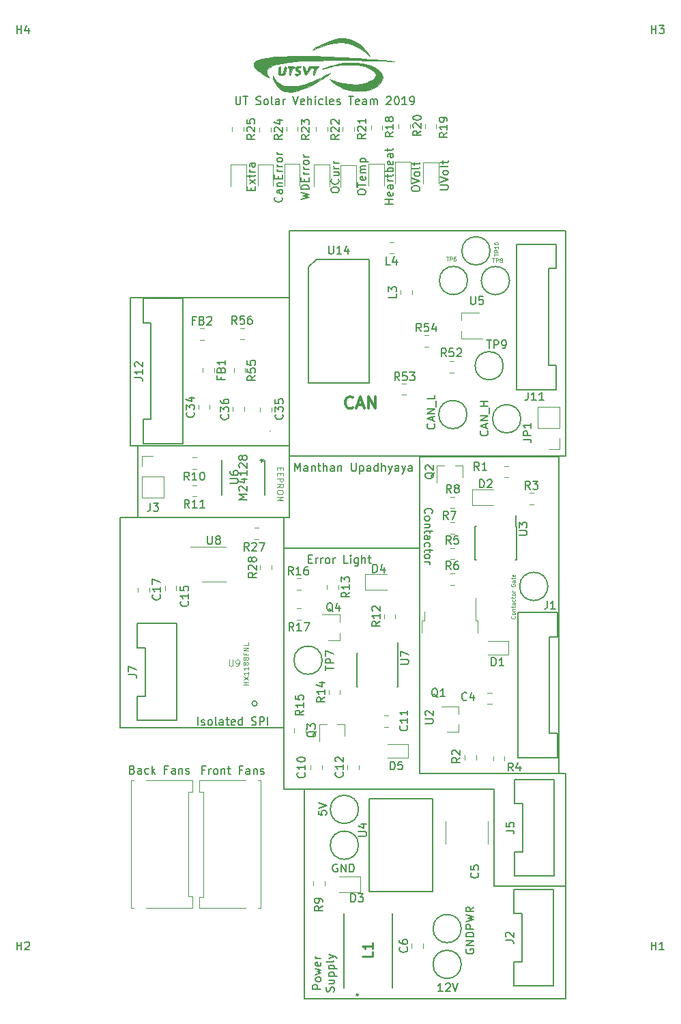
<source format=gbr>
G04 #@! TF.GenerationSoftware,KiCad,Pcbnew,(5.1.4)-1*
G04 #@! TF.CreationDate,2019-11-23T11:55:31-06:00*
G04 #@! TF.ProjectId,BPS_Nucleo,4250535f-4e75-4636-9c65-6f2e6b696361,rev?*
G04 #@! TF.SameCoordinates,Original*
G04 #@! TF.FileFunction,Legend,Top*
G04 #@! TF.FilePolarity,Positive*
%FSLAX46Y46*%
G04 Gerber Fmt 4.6, Leading zero omitted, Abs format (unit mm)*
G04 Created by KiCad (PCBNEW (5.1.4)-1) date 2019-11-23 11:55:31*
%MOMM*%
%LPD*%
G04 APERTURE LIST*
%ADD10C,0.150000*%
%ADD11C,0.125000*%
%ADD12C,0.300000*%
%ADD13C,0.010000*%
%ADD14C,0.120000*%
%ADD15C,0.152400*%
%ADD16C,0.127000*%
%ADD17C,0.200000*%
%ADD18C,0.254000*%
%ADD19C,0.100000*%
%ADD20C,0.050000*%
G04 APERTURE END LIST*
D10*
X192152380Y-37298380D02*
X192152380Y-38107904D01*
X192200000Y-38203142D01*
X192247619Y-38250761D01*
X192342857Y-38298380D01*
X192533333Y-38298380D01*
X192628571Y-38250761D01*
X192676190Y-38203142D01*
X192723809Y-38107904D01*
X192723809Y-37298380D01*
X193057142Y-37298380D02*
X193628571Y-37298380D01*
X193342857Y-38298380D02*
X193342857Y-37298380D01*
X194676190Y-38250761D02*
X194819047Y-38298380D01*
X195057142Y-38298380D01*
X195152380Y-38250761D01*
X195200000Y-38203142D01*
X195247619Y-38107904D01*
X195247619Y-38012666D01*
X195200000Y-37917428D01*
X195152380Y-37869809D01*
X195057142Y-37822190D01*
X194866666Y-37774571D01*
X194771428Y-37726952D01*
X194723809Y-37679333D01*
X194676190Y-37584095D01*
X194676190Y-37488857D01*
X194723809Y-37393619D01*
X194771428Y-37346000D01*
X194866666Y-37298380D01*
X195104761Y-37298380D01*
X195247619Y-37346000D01*
X195819047Y-38298380D02*
X195723809Y-38250761D01*
X195676190Y-38203142D01*
X195628571Y-38107904D01*
X195628571Y-37822190D01*
X195676190Y-37726952D01*
X195723809Y-37679333D01*
X195819047Y-37631714D01*
X195961904Y-37631714D01*
X196057142Y-37679333D01*
X196104761Y-37726952D01*
X196152380Y-37822190D01*
X196152380Y-38107904D01*
X196104761Y-38203142D01*
X196057142Y-38250761D01*
X195961904Y-38298380D01*
X195819047Y-38298380D01*
X196723809Y-38298380D02*
X196628571Y-38250761D01*
X196580952Y-38155523D01*
X196580952Y-37298380D01*
X197533333Y-38298380D02*
X197533333Y-37774571D01*
X197485714Y-37679333D01*
X197390476Y-37631714D01*
X197200000Y-37631714D01*
X197104761Y-37679333D01*
X197533333Y-38250761D02*
X197438095Y-38298380D01*
X197200000Y-38298380D01*
X197104761Y-38250761D01*
X197057142Y-38155523D01*
X197057142Y-38060285D01*
X197104761Y-37965047D01*
X197200000Y-37917428D01*
X197438095Y-37917428D01*
X197533333Y-37869809D01*
X198009523Y-38298380D02*
X198009523Y-37631714D01*
X198009523Y-37822190D02*
X198057142Y-37726952D01*
X198104761Y-37679333D01*
X198200000Y-37631714D01*
X198295238Y-37631714D01*
X199247619Y-37298380D02*
X199580952Y-38298380D01*
X199914285Y-37298380D01*
X200628571Y-38250761D02*
X200533333Y-38298380D01*
X200342857Y-38298380D01*
X200247619Y-38250761D01*
X200200000Y-38155523D01*
X200200000Y-37774571D01*
X200247619Y-37679333D01*
X200342857Y-37631714D01*
X200533333Y-37631714D01*
X200628571Y-37679333D01*
X200676190Y-37774571D01*
X200676190Y-37869809D01*
X200200000Y-37965047D01*
X201104761Y-38298380D02*
X201104761Y-37298380D01*
X201533333Y-38298380D02*
X201533333Y-37774571D01*
X201485714Y-37679333D01*
X201390476Y-37631714D01*
X201247619Y-37631714D01*
X201152380Y-37679333D01*
X201104761Y-37726952D01*
X202009523Y-38298380D02*
X202009523Y-37631714D01*
X202009523Y-37298380D02*
X201961904Y-37346000D01*
X202009523Y-37393619D01*
X202057142Y-37346000D01*
X202009523Y-37298380D01*
X202009523Y-37393619D01*
X202914285Y-38250761D02*
X202819047Y-38298380D01*
X202628571Y-38298380D01*
X202533333Y-38250761D01*
X202485714Y-38203142D01*
X202438095Y-38107904D01*
X202438095Y-37822190D01*
X202485714Y-37726952D01*
X202533333Y-37679333D01*
X202628571Y-37631714D01*
X202819047Y-37631714D01*
X202914285Y-37679333D01*
X203485714Y-38298380D02*
X203390476Y-38250761D01*
X203342857Y-38155523D01*
X203342857Y-37298380D01*
X204247619Y-38250761D02*
X204152380Y-38298380D01*
X203961904Y-38298380D01*
X203866666Y-38250761D01*
X203819047Y-38155523D01*
X203819047Y-37774571D01*
X203866666Y-37679333D01*
X203961904Y-37631714D01*
X204152380Y-37631714D01*
X204247619Y-37679333D01*
X204295238Y-37774571D01*
X204295238Y-37869809D01*
X203819047Y-37965047D01*
X204676190Y-38250761D02*
X204771428Y-38298380D01*
X204961904Y-38298380D01*
X205057142Y-38250761D01*
X205104761Y-38155523D01*
X205104761Y-38107904D01*
X205057142Y-38012666D01*
X204961904Y-37965047D01*
X204819047Y-37965047D01*
X204723809Y-37917428D01*
X204676190Y-37822190D01*
X204676190Y-37774571D01*
X204723809Y-37679333D01*
X204819047Y-37631714D01*
X204961904Y-37631714D01*
X205057142Y-37679333D01*
X206152380Y-37298380D02*
X206723809Y-37298380D01*
X206438095Y-38298380D02*
X206438095Y-37298380D01*
X207438095Y-38250761D02*
X207342857Y-38298380D01*
X207152380Y-38298380D01*
X207057142Y-38250761D01*
X207009523Y-38155523D01*
X207009523Y-37774571D01*
X207057142Y-37679333D01*
X207152380Y-37631714D01*
X207342857Y-37631714D01*
X207438095Y-37679333D01*
X207485714Y-37774571D01*
X207485714Y-37869809D01*
X207009523Y-37965047D01*
X208342857Y-38298380D02*
X208342857Y-37774571D01*
X208295238Y-37679333D01*
X208199999Y-37631714D01*
X208009523Y-37631714D01*
X207914285Y-37679333D01*
X208342857Y-38250761D02*
X208247619Y-38298380D01*
X208009523Y-38298380D01*
X207914285Y-38250761D01*
X207866666Y-38155523D01*
X207866666Y-38060285D01*
X207914285Y-37965047D01*
X208009523Y-37917428D01*
X208247619Y-37917428D01*
X208342857Y-37869809D01*
X208819047Y-38298380D02*
X208819047Y-37631714D01*
X208819047Y-37726952D02*
X208866666Y-37679333D01*
X208961904Y-37631714D01*
X209104761Y-37631714D01*
X209199999Y-37679333D01*
X209247619Y-37774571D01*
X209247619Y-38298380D01*
X209247619Y-37774571D02*
X209295238Y-37679333D01*
X209390476Y-37631714D01*
X209533333Y-37631714D01*
X209628571Y-37679333D01*
X209676190Y-37774571D01*
X209676190Y-38298380D01*
X210866666Y-37393619D02*
X210914285Y-37346000D01*
X211009523Y-37298380D01*
X211247619Y-37298380D01*
X211342857Y-37346000D01*
X211390476Y-37393619D01*
X211438095Y-37488857D01*
X211438095Y-37584095D01*
X211390476Y-37726952D01*
X210819047Y-38298380D01*
X211438095Y-38298380D01*
X212057142Y-37298380D02*
X212152380Y-37298380D01*
X212247619Y-37346000D01*
X212295238Y-37393619D01*
X212342857Y-37488857D01*
X212390476Y-37679333D01*
X212390476Y-37917428D01*
X212342857Y-38107904D01*
X212295238Y-38203142D01*
X212247619Y-38250761D01*
X212152380Y-38298380D01*
X212057142Y-38298380D01*
X211961904Y-38250761D01*
X211914285Y-38203142D01*
X211866666Y-38107904D01*
X211819047Y-37917428D01*
X211819047Y-37679333D01*
X211866666Y-37488857D01*
X211914285Y-37393619D01*
X211961904Y-37346000D01*
X212057142Y-37298380D01*
X213342857Y-38298380D02*
X212771428Y-38298380D01*
X213057142Y-38298380D02*
X213057142Y-37298380D01*
X212961904Y-37441238D01*
X212866666Y-37536476D01*
X212771428Y-37584095D01*
X213819047Y-38298380D02*
X214009523Y-38298380D01*
X214104761Y-38250761D01*
X214152380Y-38203142D01*
X214247619Y-38060285D01*
X214295238Y-37869809D01*
X214295238Y-37488857D01*
X214247619Y-37393619D01*
X214199999Y-37346000D01*
X214104761Y-37298380D01*
X213914285Y-37298380D01*
X213819047Y-37346000D01*
X213771428Y-37393619D01*
X213723809Y-37488857D01*
X213723809Y-37726952D01*
X213771428Y-37822190D01*
X213819047Y-37869809D01*
X213914285Y-37917428D01*
X214104761Y-37917428D01*
X214199999Y-37869809D01*
X214247619Y-37822190D01*
X214295238Y-37726952D01*
X199494095Y-83764380D02*
X199494095Y-82764380D01*
X199827428Y-83478666D01*
X200160761Y-82764380D01*
X200160761Y-83764380D01*
X201065523Y-83764380D02*
X201065523Y-83240571D01*
X201017904Y-83145333D01*
X200922666Y-83097714D01*
X200732190Y-83097714D01*
X200636952Y-83145333D01*
X201065523Y-83716761D02*
X200970285Y-83764380D01*
X200732190Y-83764380D01*
X200636952Y-83716761D01*
X200589333Y-83621523D01*
X200589333Y-83526285D01*
X200636952Y-83431047D01*
X200732190Y-83383428D01*
X200970285Y-83383428D01*
X201065523Y-83335809D01*
X201541714Y-83097714D02*
X201541714Y-83764380D01*
X201541714Y-83192952D02*
X201589333Y-83145333D01*
X201684571Y-83097714D01*
X201827428Y-83097714D01*
X201922666Y-83145333D01*
X201970285Y-83240571D01*
X201970285Y-83764380D01*
X202303619Y-83097714D02*
X202684571Y-83097714D01*
X202446476Y-82764380D02*
X202446476Y-83621523D01*
X202494095Y-83716761D01*
X202589333Y-83764380D01*
X202684571Y-83764380D01*
X203017904Y-83764380D02*
X203017904Y-82764380D01*
X203446476Y-83764380D02*
X203446476Y-83240571D01*
X203398857Y-83145333D01*
X203303619Y-83097714D01*
X203160761Y-83097714D01*
X203065523Y-83145333D01*
X203017904Y-83192952D01*
X204351238Y-83764380D02*
X204351238Y-83240571D01*
X204303619Y-83145333D01*
X204208380Y-83097714D01*
X204017904Y-83097714D01*
X203922666Y-83145333D01*
X204351238Y-83716761D02*
X204256000Y-83764380D01*
X204017904Y-83764380D01*
X203922666Y-83716761D01*
X203875047Y-83621523D01*
X203875047Y-83526285D01*
X203922666Y-83431047D01*
X204017904Y-83383428D01*
X204256000Y-83383428D01*
X204351238Y-83335809D01*
X204827428Y-83097714D02*
X204827428Y-83764380D01*
X204827428Y-83192952D02*
X204875047Y-83145333D01*
X204970285Y-83097714D01*
X205113142Y-83097714D01*
X205208380Y-83145333D01*
X205256000Y-83240571D01*
X205256000Y-83764380D01*
X206494095Y-82764380D02*
X206494095Y-83573904D01*
X206541714Y-83669142D01*
X206589333Y-83716761D01*
X206684571Y-83764380D01*
X206875047Y-83764380D01*
X206970285Y-83716761D01*
X207017904Y-83669142D01*
X207065523Y-83573904D01*
X207065523Y-82764380D01*
X207541714Y-83097714D02*
X207541714Y-84097714D01*
X207541714Y-83145333D02*
X207636952Y-83097714D01*
X207827428Y-83097714D01*
X207922666Y-83145333D01*
X207970285Y-83192952D01*
X208017904Y-83288190D01*
X208017904Y-83573904D01*
X207970285Y-83669142D01*
X207922666Y-83716761D01*
X207827428Y-83764380D01*
X207636952Y-83764380D01*
X207541714Y-83716761D01*
X208875047Y-83764380D02*
X208875047Y-83240571D01*
X208827428Y-83145333D01*
X208732190Y-83097714D01*
X208541714Y-83097714D01*
X208446476Y-83145333D01*
X208875047Y-83716761D02*
X208779809Y-83764380D01*
X208541714Y-83764380D01*
X208446476Y-83716761D01*
X208398857Y-83621523D01*
X208398857Y-83526285D01*
X208446476Y-83431047D01*
X208541714Y-83383428D01*
X208779809Y-83383428D01*
X208875047Y-83335809D01*
X209779809Y-83764380D02*
X209779809Y-82764380D01*
X209779809Y-83716761D02*
X209684571Y-83764380D01*
X209494095Y-83764380D01*
X209398857Y-83716761D01*
X209351238Y-83669142D01*
X209303619Y-83573904D01*
X209303619Y-83288190D01*
X209351238Y-83192952D01*
X209398857Y-83145333D01*
X209494095Y-83097714D01*
X209684571Y-83097714D01*
X209779809Y-83145333D01*
X210256000Y-83764380D02*
X210256000Y-82764380D01*
X210684571Y-83764380D02*
X210684571Y-83240571D01*
X210636952Y-83145333D01*
X210541714Y-83097714D01*
X210398857Y-83097714D01*
X210303619Y-83145333D01*
X210256000Y-83192952D01*
X211065523Y-83097714D02*
X211303619Y-83764380D01*
X211541714Y-83097714D02*
X211303619Y-83764380D01*
X211208380Y-84002476D01*
X211160761Y-84050095D01*
X211065523Y-84097714D01*
X212351238Y-83764380D02*
X212351238Y-83240571D01*
X212303619Y-83145333D01*
X212208380Y-83097714D01*
X212017904Y-83097714D01*
X211922666Y-83145333D01*
X212351238Y-83716761D02*
X212256000Y-83764380D01*
X212017904Y-83764380D01*
X211922666Y-83716761D01*
X211875047Y-83621523D01*
X211875047Y-83526285D01*
X211922666Y-83431047D01*
X212017904Y-83383428D01*
X212256000Y-83383428D01*
X212351238Y-83335809D01*
X212732190Y-83097714D02*
X212970285Y-83764380D01*
X213208380Y-83097714D02*
X212970285Y-83764380D01*
X212875047Y-84002476D01*
X212827428Y-84050095D01*
X212732190Y-84097714D01*
X214017904Y-83764380D02*
X214017904Y-83240571D01*
X213970285Y-83145333D01*
X213875047Y-83097714D01*
X213684571Y-83097714D01*
X213589333Y-83145333D01*
X214017904Y-83716761D02*
X213922666Y-83764380D01*
X213684571Y-83764380D01*
X213589333Y-83716761D01*
X213541714Y-83621523D01*
X213541714Y-83526285D01*
X213589333Y-83431047D01*
X213684571Y-83383428D01*
X213922666Y-83383428D01*
X214017904Y-83335809D01*
X198120000Y-115570000D02*
X198120000Y-89535000D01*
X177800000Y-115570000D02*
X198120000Y-115570000D01*
X177800000Y-89535000D02*
X177800000Y-115570000D01*
X180340000Y-89535000D02*
X177800000Y-89535000D01*
X179070000Y-62230000D02*
X198755000Y-62230000D01*
X179070000Y-80645000D02*
X179070000Y-62230000D01*
X179070000Y-80645000D02*
X180340000Y-80645000D01*
X180340000Y-80645000D02*
X198755000Y-80645000D01*
X198755000Y-89535000D02*
X198755000Y-80645000D01*
X180340000Y-89535000D02*
X198755000Y-89535000D01*
X179959000Y-80645000D02*
X179959000Y-89535000D01*
X233045000Y-121285000D02*
X232244900Y-121251980D01*
X233045000Y-135255000D02*
X233045000Y-121285000D01*
X214630000Y-93345000D02*
X214960200Y-93345000D01*
X198120000Y-93345000D02*
X214630000Y-93345000D01*
X198120000Y-123190000D02*
X198120000Y-93345000D01*
X200660000Y-123190000D02*
X198120000Y-123190000D01*
X224155000Y-135255000D02*
X233045000Y-135255000D01*
X224155000Y-123190000D02*
X224155000Y-135255000D01*
X200660000Y-123190000D02*
X224155000Y-123190000D01*
X200660000Y-149225000D02*
X200660000Y-123190000D01*
X233045000Y-149225000D02*
X200660000Y-149225000D01*
X233045000Y-135255000D02*
X233045000Y-149225000D01*
X233045000Y-53975000D02*
X198755000Y-53975000D01*
X233045000Y-81915000D02*
X233045000Y-53975000D01*
X198755000Y-81915000D02*
X233045000Y-81915000D01*
X198755000Y-81280000D02*
X198755000Y-81915000D01*
X198755000Y-80645000D02*
X198755000Y-81280000D01*
X198755000Y-53975000D02*
X198755000Y-80645000D01*
X201168476Y-94670571D02*
X201501809Y-94670571D01*
X201644666Y-95194380D02*
X201168476Y-95194380D01*
X201168476Y-94194380D01*
X201644666Y-94194380D01*
X202073238Y-95194380D02*
X202073238Y-94527714D01*
X202073238Y-94718190D02*
X202120857Y-94622952D01*
X202168476Y-94575333D01*
X202263714Y-94527714D01*
X202358952Y-94527714D01*
X202692285Y-95194380D02*
X202692285Y-94527714D01*
X202692285Y-94718190D02*
X202739904Y-94622952D01*
X202787523Y-94575333D01*
X202882761Y-94527714D01*
X202978000Y-94527714D01*
X203454190Y-95194380D02*
X203358952Y-95146761D01*
X203311333Y-95099142D01*
X203263714Y-95003904D01*
X203263714Y-94718190D01*
X203311333Y-94622952D01*
X203358952Y-94575333D01*
X203454190Y-94527714D01*
X203597047Y-94527714D01*
X203692285Y-94575333D01*
X203739904Y-94622952D01*
X203787523Y-94718190D01*
X203787523Y-95003904D01*
X203739904Y-95099142D01*
X203692285Y-95146761D01*
X203597047Y-95194380D01*
X203454190Y-95194380D01*
X204216095Y-95194380D02*
X204216095Y-94527714D01*
X204216095Y-94718190D02*
X204263714Y-94622952D01*
X204311333Y-94575333D01*
X204406571Y-94527714D01*
X204501809Y-94527714D01*
X206073238Y-95194380D02*
X205597047Y-95194380D01*
X205597047Y-94194380D01*
X206406571Y-95194380D02*
X206406571Y-94527714D01*
X206406571Y-94194380D02*
X206358952Y-94242000D01*
X206406571Y-94289619D01*
X206454190Y-94242000D01*
X206406571Y-94194380D01*
X206406571Y-94289619D01*
X207311333Y-94527714D02*
X207311333Y-95337238D01*
X207263714Y-95432476D01*
X207216095Y-95480095D01*
X207120857Y-95527714D01*
X206978000Y-95527714D01*
X206882761Y-95480095D01*
X207311333Y-95146761D02*
X207216095Y-95194380D01*
X207025619Y-95194380D01*
X206930380Y-95146761D01*
X206882761Y-95099142D01*
X206835142Y-95003904D01*
X206835142Y-94718190D01*
X206882761Y-94622952D01*
X206930380Y-94575333D01*
X207025619Y-94527714D01*
X207216095Y-94527714D01*
X207311333Y-94575333D01*
X207787523Y-95194380D02*
X207787523Y-94194380D01*
X208216095Y-95194380D02*
X208216095Y-94670571D01*
X208168476Y-94575333D01*
X208073238Y-94527714D01*
X207930380Y-94527714D01*
X207835142Y-94575333D01*
X207787523Y-94622952D01*
X208549428Y-94527714D02*
X208930380Y-94527714D01*
X208692285Y-94194380D02*
X208692285Y-95051523D01*
X208739904Y-95146761D01*
X208835142Y-95194380D01*
X208930380Y-95194380D01*
D11*
X197650331Y-83282731D02*
X197650331Y-83532731D01*
X197257474Y-83639874D02*
X197257474Y-83282731D01*
X198007474Y-83282731D01*
X198007474Y-83639874D01*
X197650331Y-83961302D02*
X197650331Y-84211302D01*
X197257474Y-84318445D02*
X197257474Y-83961302D01*
X198007474Y-83961302D01*
X198007474Y-84318445D01*
X197257474Y-84639874D02*
X198007474Y-84639874D01*
X198007474Y-84925588D01*
X197971760Y-84997017D01*
X197936045Y-85032731D01*
X197864617Y-85068445D01*
X197757474Y-85068445D01*
X197686045Y-85032731D01*
X197650331Y-84997017D01*
X197614617Y-84925588D01*
X197614617Y-84639874D01*
X197257474Y-85818445D02*
X197614617Y-85568445D01*
X197257474Y-85389874D02*
X198007474Y-85389874D01*
X198007474Y-85675588D01*
X197971760Y-85747017D01*
X197936045Y-85782731D01*
X197864617Y-85818445D01*
X197757474Y-85818445D01*
X197686045Y-85782731D01*
X197650331Y-85747017D01*
X197614617Y-85675588D01*
X197614617Y-85389874D01*
X198007474Y-86282731D02*
X198007474Y-86425588D01*
X197971760Y-86497017D01*
X197900331Y-86568445D01*
X197757474Y-86604160D01*
X197507474Y-86604160D01*
X197364617Y-86568445D01*
X197293188Y-86497017D01*
X197257474Y-86425588D01*
X197257474Y-86282731D01*
X197293188Y-86211302D01*
X197364617Y-86139874D01*
X197507474Y-86104160D01*
X197757474Y-86104160D01*
X197900331Y-86139874D01*
X197971760Y-86211302D01*
X198007474Y-86282731D01*
X197257474Y-86925588D02*
X198007474Y-86925588D01*
X197471760Y-87175588D01*
X198007474Y-87425588D01*
X197257474Y-87425588D01*
D10*
X202702920Y-147998250D02*
X201702920Y-147998250D01*
X201702920Y-147617298D01*
X201750540Y-147522060D01*
X201798159Y-147474440D01*
X201893397Y-147426821D01*
X202036254Y-147426821D01*
X202131492Y-147474440D01*
X202179111Y-147522060D01*
X202226730Y-147617298D01*
X202226730Y-147998250D01*
X202702920Y-146855393D02*
X202655301Y-146950631D01*
X202607682Y-146998250D01*
X202512444Y-147045869D01*
X202226730Y-147045869D01*
X202131492Y-146998250D01*
X202083873Y-146950631D01*
X202036254Y-146855393D01*
X202036254Y-146712536D01*
X202083873Y-146617298D01*
X202131492Y-146569679D01*
X202226730Y-146522060D01*
X202512444Y-146522060D01*
X202607682Y-146569679D01*
X202655301Y-146617298D01*
X202702920Y-146712536D01*
X202702920Y-146855393D01*
X202036254Y-146188726D02*
X202702920Y-145998250D01*
X202226730Y-145807774D01*
X202702920Y-145617298D01*
X202036254Y-145426821D01*
X202655301Y-144664917D02*
X202702920Y-144760155D01*
X202702920Y-144950631D01*
X202655301Y-145045869D01*
X202560063Y-145093488D01*
X202179111Y-145093488D01*
X202083873Y-145045869D01*
X202036254Y-144950631D01*
X202036254Y-144760155D01*
X202083873Y-144664917D01*
X202179111Y-144617298D01*
X202274349Y-144617298D01*
X202369587Y-145093488D01*
X202702920Y-144188726D02*
X202036254Y-144188726D01*
X202226730Y-144188726D02*
X202131492Y-144141107D01*
X202083873Y-144093488D01*
X202036254Y-143998250D01*
X202036254Y-143903012D01*
X204305301Y-148307774D02*
X204352920Y-148164917D01*
X204352920Y-147926821D01*
X204305301Y-147831583D01*
X204257682Y-147783964D01*
X204162444Y-147736345D01*
X204067206Y-147736345D01*
X203971968Y-147783964D01*
X203924349Y-147831583D01*
X203876730Y-147926821D01*
X203829111Y-148117298D01*
X203781492Y-148212536D01*
X203733873Y-148260155D01*
X203638635Y-148307774D01*
X203543397Y-148307774D01*
X203448159Y-148260155D01*
X203400540Y-148212536D01*
X203352920Y-148117298D01*
X203352920Y-147879202D01*
X203400540Y-147736345D01*
X203686254Y-146879202D02*
X204352920Y-146879202D01*
X203686254Y-147307774D02*
X204210063Y-147307774D01*
X204305301Y-147260155D01*
X204352920Y-147164917D01*
X204352920Y-147022060D01*
X204305301Y-146926821D01*
X204257682Y-146879202D01*
X203686254Y-146403012D02*
X204686254Y-146403012D01*
X203733873Y-146403012D02*
X203686254Y-146307774D01*
X203686254Y-146117298D01*
X203733873Y-146022060D01*
X203781492Y-145974440D01*
X203876730Y-145926821D01*
X204162444Y-145926821D01*
X204257682Y-145974440D01*
X204305301Y-146022060D01*
X204352920Y-146117298D01*
X204352920Y-146307774D01*
X204305301Y-146403012D01*
X203686254Y-145498250D02*
X204686254Y-145498250D01*
X203733873Y-145498250D02*
X203686254Y-145403012D01*
X203686254Y-145212536D01*
X203733873Y-145117298D01*
X203781492Y-145069679D01*
X203876730Y-145022060D01*
X204162444Y-145022060D01*
X204257682Y-145069679D01*
X204305301Y-145117298D01*
X204352920Y-145212536D01*
X204352920Y-145403012D01*
X204305301Y-145498250D01*
X204352920Y-144450631D02*
X204305301Y-144545869D01*
X204210063Y-144593488D01*
X203352920Y-144593488D01*
X203686254Y-144164917D02*
X204352920Y-143926821D01*
X203686254Y-143688726D02*
X204352920Y-143926821D01*
X204591016Y-144022060D01*
X204638635Y-144069679D01*
X204686254Y-144164917D01*
X187436666Y-115260380D02*
X187436666Y-114260380D01*
X187865238Y-115212761D02*
X187960476Y-115260380D01*
X188150952Y-115260380D01*
X188246190Y-115212761D01*
X188293809Y-115117523D01*
X188293809Y-115069904D01*
X188246190Y-114974666D01*
X188150952Y-114927047D01*
X188008095Y-114927047D01*
X187912857Y-114879428D01*
X187865238Y-114784190D01*
X187865238Y-114736571D01*
X187912857Y-114641333D01*
X188008095Y-114593714D01*
X188150952Y-114593714D01*
X188246190Y-114641333D01*
X188865238Y-115260380D02*
X188770000Y-115212761D01*
X188722380Y-115165142D01*
X188674761Y-115069904D01*
X188674761Y-114784190D01*
X188722380Y-114688952D01*
X188770000Y-114641333D01*
X188865238Y-114593714D01*
X189008095Y-114593714D01*
X189103333Y-114641333D01*
X189150952Y-114688952D01*
X189198571Y-114784190D01*
X189198571Y-115069904D01*
X189150952Y-115165142D01*
X189103333Y-115212761D01*
X189008095Y-115260380D01*
X188865238Y-115260380D01*
X189770000Y-115260380D02*
X189674761Y-115212761D01*
X189627142Y-115117523D01*
X189627142Y-114260380D01*
X190579523Y-115260380D02*
X190579523Y-114736571D01*
X190531904Y-114641333D01*
X190436666Y-114593714D01*
X190246190Y-114593714D01*
X190150952Y-114641333D01*
X190579523Y-115212761D02*
X190484285Y-115260380D01*
X190246190Y-115260380D01*
X190150952Y-115212761D01*
X190103333Y-115117523D01*
X190103333Y-115022285D01*
X190150952Y-114927047D01*
X190246190Y-114879428D01*
X190484285Y-114879428D01*
X190579523Y-114831809D01*
X190912857Y-114593714D02*
X191293809Y-114593714D01*
X191055714Y-114260380D02*
X191055714Y-115117523D01*
X191103333Y-115212761D01*
X191198571Y-115260380D01*
X191293809Y-115260380D01*
X192008095Y-115212761D02*
X191912857Y-115260380D01*
X191722380Y-115260380D01*
X191627142Y-115212761D01*
X191579523Y-115117523D01*
X191579523Y-114736571D01*
X191627142Y-114641333D01*
X191722380Y-114593714D01*
X191912857Y-114593714D01*
X192008095Y-114641333D01*
X192055714Y-114736571D01*
X192055714Y-114831809D01*
X191579523Y-114927047D01*
X192912857Y-115260380D02*
X192912857Y-114260380D01*
X192912857Y-115212761D02*
X192817619Y-115260380D01*
X192627142Y-115260380D01*
X192531904Y-115212761D01*
X192484285Y-115165142D01*
X192436666Y-115069904D01*
X192436666Y-114784190D01*
X192484285Y-114688952D01*
X192531904Y-114641333D01*
X192627142Y-114593714D01*
X192817619Y-114593714D01*
X192912857Y-114641333D01*
X194103333Y-115212761D02*
X194246190Y-115260380D01*
X194484285Y-115260380D01*
X194579523Y-115212761D01*
X194627142Y-115165142D01*
X194674761Y-115069904D01*
X194674761Y-114974666D01*
X194627142Y-114879428D01*
X194579523Y-114831809D01*
X194484285Y-114784190D01*
X194293809Y-114736571D01*
X194198571Y-114688952D01*
X194150952Y-114641333D01*
X194103333Y-114546095D01*
X194103333Y-114450857D01*
X194150952Y-114355619D01*
X194198571Y-114308000D01*
X194293809Y-114260380D01*
X194531904Y-114260380D01*
X194674761Y-114308000D01*
X195103333Y-115260380D02*
X195103333Y-114260380D01*
X195484285Y-114260380D01*
X195579523Y-114308000D01*
X195627142Y-114355619D01*
X195674761Y-114450857D01*
X195674761Y-114593714D01*
X195627142Y-114688952D01*
X195579523Y-114736571D01*
X195484285Y-114784190D01*
X195103333Y-114784190D01*
X196103333Y-115260380D02*
X196103333Y-114260380D01*
D12*
X206680714Y-75846714D02*
X206609285Y-75918142D01*
X206395000Y-75989571D01*
X206252142Y-75989571D01*
X206037857Y-75918142D01*
X205895000Y-75775285D01*
X205823571Y-75632428D01*
X205752142Y-75346714D01*
X205752142Y-75132428D01*
X205823571Y-74846714D01*
X205895000Y-74703857D01*
X206037857Y-74561000D01*
X206252142Y-74489571D01*
X206395000Y-74489571D01*
X206609285Y-74561000D01*
X206680714Y-74632428D01*
X207252142Y-75561000D02*
X207966428Y-75561000D01*
X207109285Y-75989571D02*
X207609285Y-74489571D01*
X208109285Y-75989571D01*
X208609285Y-75989571D02*
X208609285Y-74489571D01*
X209466428Y-75989571D01*
X209466428Y-74489571D01*
D10*
X215657157Y-88978456D02*
X215609538Y-88930837D01*
X215561919Y-88787980D01*
X215561919Y-88692741D01*
X215609538Y-88549884D01*
X215704776Y-88454646D01*
X215800014Y-88407027D01*
X215990490Y-88359408D01*
X216133347Y-88359408D01*
X216323823Y-88407027D01*
X216419061Y-88454646D01*
X216514300Y-88549884D01*
X216561919Y-88692741D01*
X216561919Y-88787980D01*
X216514300Y-88930837D01*
X216466680Y-88978456D01*
X215561919Y-89549884D02*
X215609538Y-89454646D01*
X215657157Y-89407027D01*
X215752395Y-89359408D01*
X216038109Y-89359408D01*
X216133347Y-89407027D01*
X216180966Y-89454646D01*
X216228585Y-89549884D01*
X216228585Y-89692741D01*
X216180966Y-89787980D01*
X216133347Y-89835599D01*
X216038109Y-89883218D01*
X215752395Y-89883218D01*
X215657157Y-89835599D01*
X215609538Y-89787980D01*
X215561919Y-89692741D01*
X215561919Y-89549884D01*
X216228585Y-90311789D02*
X215561919Y-90311789D01*
X216133347Y-90311789D02*
X216180966Y-90359408D01*
X216228585Y-90454646D01*
X216228585Y-90597503D01*
X216180966Y-90692741D01*
X216085728Y-90740360D01*
X215561919Y-90740360D01*
X216228585Y-91073694D02*
X216228585Y-91454646D01*
X216561919Y-91216551D02*
X215704776Y-91216551D01*
X215609538Y-91264170D01*
X215561919Y-91359408D01*
X215561919Y-91454646D01*
X215561919Y-92216551D02*
X216085728Y-92216551D01*
X216180966Y-92168932D01*
X216228585Y-92073694D01*
X216228585Y-91883218D01*
X216180966Y-91787980D01*
X215609538Y-92216551D02*
X215561919Y-92121313D01*
X215561919Y-91883218D01*
X215609538Y-91787980D01*
X215704776Y-91740360D01*
X215800014Y-91740360D01*
X215895252Y-91787980D01*
X215942871Y-91883218D01*
X215942871Y-92121313D01*
X215990490Y-92216551D01*
X215609538Y-93121313D02*
X215561919Y-93026075D01*
X215561919Y-92835599D01*
X215609538Y-92740360D01*
X215657157Y-92692741D01*
X215752395Y-92645122D01*
X216038109Y-92645122D01*
X216133347Y-92692741D01*
X216180966Y-92740360D01*
X216228585Y-92835599D01*
X216228585Y-93026075D01*
X216180966Y-93121313D01*
X216228585Y-93407027D02*
X216228585Y-93787980D01*
X216561919Y-93549884D02*
X215704776Y-93549884D01*
X215609538Y-93597503D01*
X215561919Y-93692741D01*
X215561919Y-93787980D01*
X215561919Y-94264170D02*
X215609538Y-94168932D01*
X215657157Y-94121313D01*
X215752395Y-94073694D01*
X216038109Y-94073694D01*
X216133347Y-94121313D01*
X216180966Y-94168932D01*
X216228585Y-94264170D01*
X216228585Y-94407027D01*
X216180966Y-94502265D01*
X216133347Y-94549884D01*
X216038109Y-94597503D01*
X215752395Y-94597503D01*
X215657157Y-94549884D01*
X215609538Y-94502265D01*
X215561919Y-94407027D01*
X215561919Y-94264170D01*
X215561919Y-95026075D02*
X216228585Y-95026075D01*
X216038109Y-95026075D02*
X216133347Y-95073694D01*
X216180966Y-95121313D01*
X216228585Y-95216551D01*
X216228585Y-95311789D01*
X232219500Y-81958180D02*
X214972900Y-81958180D01*
X232244900Y-121251980D02*
X232257600Y-82567780D01*
X196451220Y-78727300D02*
X196451220Y-78727300D01*
X214972900Y-121251980D02*
X214947500Y-81958180D01*
X232257600Y-82567780D02*
X232257600Y-81958180D01*
X232244900Y-121251980D02*
X214972900Y-121251980D01*
D13*
G36*
X206094022Y-30145039D02*
G01*
X206401668Y-30227318D01*
X207028242Y-30501482D01*
X207632510Y-30921275D01*
X208181345Y-31463341D01*
X208220770Y-31509975D01*
X208433432Y-31775321D01*
X208603812Y-32007225D01*
X208711543Y-32175853D01*
X208736260Y-32251370D01*
X208727479Y-32252302D01*
X208656298Y-32198987D01*
X208487916Y-32062039D01*
X208254169Y-31867479D01*
X208168559Y-31795442D01*
X207456133Y-31266873D01*
X206738895Y-30886433D01*
X206002426Y-30652838D01*
X205232309Y-30564807D01*
X204414127Y-30621057D01*
X203533463Y-30820308D01*
X202575897Y-31161276D01*
X202309314Y-31274400D01*
X201940517Y-31429373D01*
X201715415Y-31510557D01*
X201627855Y-31523023D01*
X201671683Y-31471842D01*
X201840746Y-31362085D01*
X202128890Y-31198824D01*
X202529962Y-30987130D01*
X202861334Y-30819458D01*
X203640464Y-30462603D01*
X204326658Y-30221189D01*
X204946555Y-30090760D01*
X205526797Y-30066863D01*
X206094022Y-30145039D01*
X206094022Y-30145039D01*
G37*
X206094022Y-30145039D02*
X206401668Y-30227318D01*
X207028242Y-30501482D01*
X207632510Y-30921275D01*
X208181345Y-31463341D01*
X208220770Y-31509975D01*
X208433432Y-31775321D01*
X208603812Y-32007225D01*
X208711543Y-32175853D01*
X208736260Y-32251370D01*
X208727479Y-32252302D01*
X208656298Y-32198987D01*
X208487916Y-32062039D01*
X208254169Y-31867479D01*
X208168559Y-31795442D01*
X207456133Y-31266873D01*
X206738895Y-30886433D01*
X206002426Y-30652838D01*
X205232309Y-30564807D01*
X204414127Y-30621057D01*
X203533463Y-30820308D01*
X202575897Y-31161276D01*
X202309314Y-31274400D01*
X201940517Y-31429373D01*
X201715415Y-31510557D01*
X201627855Y-31523023D01*
X201671683Y-31471842D01*
X201840746Y-31362085D01*
X202128890Y-31198824D01*
X202529962Y-30987130D01*
X202861334Y-30819458D01*
X203640464Y-30462603D01*
X204326658Y-30221189D01*
X204946555Y-30090760D01*
X205526797Y-30066863D01*
X206094022Y-30145039D01*
G36*
X202207000Y-33536171D02*
G01*
X202397544Y-33563224D01*
X202461975Y-33612973D01*
X202459591Y-33633834D01*
X202356889Y-33729847D01*
X202240868Y-33766722D01*
X202097364Y-33838816D01*
X202055844Y-34020722D01*
X202026513Y-34335587D01*
X201950073Y-34549292D01*
X201838432Y-34628663D01*
X201837575Y-34628667D01*
X201777213Y-34603620D01*
X201755959Y-34508418D01*
X201774037Y-34312973D01*
X201831673Y-33987193D01*
X201842775Y-33930167D01*
X201810544Y-33805742D01*
X201717463Y-33782000D01*
X201571358Y-33736815D01*
X201531284Y-33686517D01*
X201480169Y-33706527D01*
X201375145Y-33848276D01*
X201237902Y-34081984D01*
X201222930Y-34109851D01*
X201069318Y-34368806D01*
X200929268Y-34554760D01*
X200832380Y-34628593D01*
X200830376Y-34628667D01*
X200740830Y-34551915D01*
X200640428Y-34347296D01*
X200581341Y-34171136D01*
X200492659Y-33848851D01*
X200457360Y-33655502D01*
X200475067Y-33559449D01*
X200545406Y-33529054D01*
X200573720Y-33528000D01*
X200680642Y-33600943D01*
X200750125Y-33760834D01*
X200816921Y-34030998D01*
X200876097Y-34142036D01*
X200947480Y-34101914D01*
X201050897Y-33918599D01*
X201066167Y-33887834D01*
X201243694Y-33528000D01*
X201869069Y-33528000D01*
X202207000Y-33536171D01*
X202207000Y-33536171D01*
G37*
X202207000Y-33536171D02*
X202397544Y-33563224D01*
X202461975Y-33612973D01*
X202459591Y-33633834D01*
X202356889Y-33729847D01*
X202240868Y-33766722D01*
X202097364Y-33838816D01*
X202055844Y-34020722D01*
X202026513Y-34335587D01*
X201950073Y-34549292D01*
X201838432Y-34628663D01*
X201837575Y-34628667D01*
X201777213Y-34603620D01*
X201755959Y-34508418D01*
X201774037Y-34312973D01*
X201831673Y-33987193D01*
X201842775Y-33930167D01*
X201810544Y-33805742D01*
X201717463Y-33782000D01*
X201571358Y-33736815D01*
X201531284Y-33686517D01*
X201480169Y-33706527D01*
X201375145Y-33848276D01*
X201237902Y-34081984D01*
X201222930Y-34109851D01*
X201069318Y-34368806D01*
X200929268Y-34554760D01*
X200832380Y-34628593D01*
X200830376Y-34628667D01*
X200740830Y-34551915D01*
X200640428Y-34347296D01*
X200581341Y-34171136D01*
X200492659Y-33848851D01*
X200457360Y-33655502D01*
X200475067Y-33559449D01*
X200545406Y-33529054D01*
X200573720Y-33528000D01*
X200680642Y-33600943D01*
X200750125Y-33760834D01*
X200816921Y-34030998D01*
X200876097Y-34142036D01*
X200947480Y-34101914D01*
X201050897Y-33918599D01*
X201066167Y-33887834D01*
X201243694Y-33528000D01*
X201869069Y-33528000D01*
X202207000Y-33536171D01*
G36*
X199275219Y-33541596D02*
G01*
X199405244Y-33588668D01*
X199432334Y-33655000D01*
X199362050Y-33758509D01*
X199265916Y-33782000D01*
X199160195Y-33813175D01*
X199093996Y-33932676D01*
X199046834Y-34179465D01*
X199043342Y-34205334D01*
X198983866Y-34491175D01*
X198900182Y-34619210D01*
X198863148Y-34628667D01*
X198792253Y-34596698D01*
X198771093Y-34476218D01*
X198793936Y-34230366D01*
X198797334Y-34205334D01*
X198823950Y-33951201D01*
X198808181Y-33823507D01*
X198742926Y-33783076D01*
X198720612Y-33782000D01*
X198603343Y-33717644D01*
X198585667Y-33655000D01*
X198630986Y-33575135D01*
X198787894Y-33536127D01*
X199009000Y-33528000D01*
X199275219Y-33541596D01*
X199275219Y-33541596D01*
G37*
X199275219Y-33541596D02*
X199405244Y-33588668D01*
X199432334Y-33655000D01*
X199362050Y-33758509D01*
X199265916Y-33782000D01*
X199160195Y-33813175D01*
X199093996Y-33932676D01*
X199046834Y-34179465D01*
X199043342Y-34205334D01*
X198983866Y-34491175D01*
X198900182Y-34619210D01*
X198863148Y-34628667D01*
X198792253Y-34596698D01*
X198771093Y-34476218D01*
X198793936Y-34230366D01*
X198797334Y-34205334D01*
X198823950Y-33951201D01*
X198808181Y-33823507D01*
X198742926Y-33783076D01*
X198720612Y-33782000D01*
X198603343Y-33717644D01*
X198585667Y-33655000D01*
X198630986Y-33575135D01*
X198787894Y-33536127D01*
X199009000Y-33528000D01*
X199275219Y-33541596D01*
G36*
X200236135Y-33571696D02*
G01*
X200257412Y-33633834D01*
X200154971Y-33716619D01*
X200025000Y-33739667D01*
X199842919Y-33779982D01*
X199808271Y-33876427D01*
X199926901Y-33992247D01*
X199980474Y-34019596D01*
X200154609Y-34167319D01*
X200179343Y-34356490D01*
X200052769Y-34545372D01*
X200006161Y-34581533D01*
X199795083Y-34695544D01*
X199623919Y-34687270D01*
X199527320Y-34636836D01*
X199446683Y-34535447D01*
X199501926Y-34455410D01*
X199659992Y-34429665D01*
X199726646Y-34438225D01*
X199894718Y-34428631D01*
X199940882Y-34343169D01*
X199861230Y-34227420D01*
X199750328Y-34161910D01*
X199574049Y-34012940D01*
X199531433Y-33812311D01*
X199605042Y-33650933D01*
X199733838Y-33572772D01*
X199920927Y-33532491D01*
X200107847Y-33531621D01*
X200236135Y-33571696D01*
X200236135Y-33571696D01*
G37*
X200236135Y-33571696D02*
X200257412Y-33633834D01*
X200154971Y-33716619D01*
X200025000Y-33739667D01*
X199842919Y-33779982D01*
X199808271Y-33876427D01*
X199926901Y-33992247D01*
X199980474Y-34019596D01*
X200154609Y-34167319D01*
X200179343Y-34356490D01*
X200052769Y-34545372D01*
X200006161Y-34581533D01*
X199795083Y-34695544D01*
X199623919Y-34687270D01*
X199527320Y-34636836D01*
X199446683Y-34535447D01*
X199501926Y-34455410D01*
X199659992Y-34429665D01*
X199726646Y-34438225D01*
X199894718Y-34428631D01*
X199940882Y-34343169D01*
X199861230Y-34227420D01*
X199750328Y-34161910D01*
X199574049Y-34012940D01*
X199531433Y-33812311D01*
X199605042Y-33650933D01*
X199733838Y-33572772D01*
X199920927Y-33532491D01*
X200107847Y-33531621D01*
X200236135Y-33571696D01*
G36*
X198397617Y-33597315D02*
G01*
X198414314Y-33676167D01*
X198390556Y-33890794D01*
X198335406Y-34150471D01*
X198266108Y-34388123D01*
X198199907Y-34536676D01*
X198190082Y-34548361D01*
X198000009Y-34643001D01*
X197751331Y-34671677D01*
X197548500Y-34623932D01*
X197449859Y-34488585D01*
X197399401Y-34264812D01*
X197394347Y-34004811D01*
X197431919Y-33760782D01*
X197509335Y-33584923D01*
X197606858Y-33528000D01*
X197666526Y-33586109D01*
X197683710Y-33774093D01*
X197671373Y-34001009D01*
X197653174Y-34268789D01*
X197665265Y-34406448D01*
X197721683Y-34452415D01*
X197833740Y-34445509D01*
X197957993Y-34403283D01*
X198036221Y-34291762D01*
X198093798Y-34067613D01*
X198110741Y-33972500D01*
X198180395Y-33686155D01*
X198264765Y-33541690D01*
X198301241Y-33528000D01*
X198397617Y-33597315D01*
X198397617Y-33597315D01*
G37*
X198397617Y-33597315D02*
X198414314Y-33676167D01*
X198390556Y-33890794D01*
X198335406Y-34150471D01*
X198266108Y-34388123D01*
X198199907Y-34536676D01*
X198190082Y-34548361D01*
X198000009Y-34643001D01*
X197751331Y-34671677D01*
X197548500Y-34623932D01*
X197449859Y-34488585D01*
X197399401Y-34264812D01*
X197394347Y-34004811D01*
X197431919Y-33760782D01*
X197509335Y-33584923D01*
X197606858Y-33528000D01*
X197666526Y-33586109D01*
X197683710Y-33774093D01*
X197671373Y-34001009D01*
X197653174Y-34268789D01*
X197665265Y-34406448D01*
X197721683Y-34452415D01*
X197833740Y-34445509D01*
X197957993Y-34403283D01*
X198036221Y-34291762D01*
X198093798Y-34067613D01*
X198110741Y-33972500D01*
X198180395Y-33686155D01*
X198264765Y-33541690D01*
X198301241Y-33528000D01*
X198397617Y-33597315D01*
G36*
X201822943Y-32283662D02*
G01*
X203437301Y-32337837D01*
X205205221Y-32423813D01*
X207125529Y-32541673D01*
X207391000Y-32559663D01*
X208043946Y-32605680D01*
X208734556Y-32656602D01*
X209412333Y-32708553D01*
X210026778Y-32757655D01*
X210527393Y-32800030D01*
X210566000Y-32803458D01*
X211836000Y-32916801D01*
X209931000Y-32862567D01*
X209114080Y-32842732D01*
X208228053Y-32827324D01*
X207292882Y-32816234D01*
X206328527Y-32809357D01*
X205354950Y-32806585D01*
X204392113Y-32807811D01*
X203459978Y-32812927D01*
X202578507Y-32821828D01*
X201767660Y-32834404D01*
X201047401Y-32850551D01*
X200437690Y-32870159D01*
X199958489Y-32893123D01*
X199644000Y-32917767D01*
X198669440Y-33037425D01*
X197856746Y-33170204D01*
X197198780Y-33318644D01*
X196688406Y-33485283D01*
X196318487Y-33672661D01*
X196081886Y-33883318D01*
X195971467Y-34119793D01*
X195961000Y-34228189D01*
X196010925Y-34470824D01*
X196131500Y-34714887D01*
X196136099Y-34721430D01*
X196234263Y-34873554D01*
X196244725Y-34941634D01*
X196154276Y-34923003D01*
X195949705Y-34814997D01*
X195622334Y-34617745D01*
X195193626Y-34327938D01*
X194829792Y-34033182D01*
X194557285Y-33757932D01*
X194402559Y-33526643D01*
X194383892Y-33472878D01*
X194397979Y-33213570D01*
X194577382Y-32985240D01*
X194920926Y-32787968D01*
X195427435Y-32621839D01*
X196095734Y-32486934D01*
X196924647Y-32383336D01*
X197913000Y-32311127D01*
X199059618Y-32270390D01*
X200363323Y-32261208D01*
X201822943Y-32283662D01*
X201822943Y-32283662D01*
G37*
X201822943Y-32283662D02*
X203437301Y-32337837D01*
X205205221Y-32423813D01*
X207125529Y-32541673D01*
X207391000Y-32559663D01*
X208043946Y-32605680D01*
X208734556Y-32656602D01*
X209412333Y-32708553D01*
X210026778Y-32757655D01*
X210527393Y-32800030D01*
X210566000Y-32803458D01*
X211836000Y-32916801D01*
X209931000Y-32862567D01*
X209114080Y-32842732D01*
X208228053Y-32827324D01*
X207292882Y-32816234D01*
X206328527Y-32809357D01*
X205354950Y-32806585D01*
X204392113Y-32807811D01*
X203459978Y-32812927D01*
X202578507Y-32821828D01*
X201767660Y-32834404D01*
X201047401Y-32850551D01*
X200437690Y-32870159D01*
X199958489Y-32893123D01*
X199644000Y-32917767D01*
X198669440Y-33037425D01*
X197856746Y-33170204D01*
X197198780Y-33318644D01*
X196688406Y-33485283D01*
X196318487Y-33672661D01*
X196081886Y-33883318D01*
X195971467Y-34119793D01*
X195961000Y-34228189D01*
X196010925Y-34470824D01*
X196131500Y-34714887D01*
X196136099Y-34721430D01*
X196234263Y-34873554D01*
X196244725Y-34941634D01*
X196154276Y-34923003D01*
X195949705Y-34814997D01*
X195622334Y-34617745D01*
X195193626Y-34327938D01*
X194829792Y-34033182D01*
X194557285Y-33757932D01*
X194402559Y-33526643D01*
X194383892Y-33472878D01*
X194397979Y-33213570D01*
X194577382Y-32985240D01*
X194920926Y-32787968D01*
X195427435Y-32621839D01*
X196095734Y-32486934D01*
X196924647Y-32383336D01*
X197913000Y-32311127D01*
X199059618Y-32270390D01*
X200363323Y-32261208D01*
X201822943Y-32283662D01*
G36*
X207045616Y-33122884D02*
G01*
X207812095Y-33204699D01*
X208483321Y-33349139D01*
X208618667Y-33390989D01*
X209255279Y-33647973D01*
X209750666Y-33945975D01*
X210100375Y-34276364D01*
X210299952Y-34630511D01*
X210344944Y-34999786D01*
X210230897Y-35375560D01*
X209953357Y-35749203D01*
X209875059Y-35825501D01*
X209415706Y-36147800D01*
X208833328Y-36389745D01*
X208157434Y-36544518D01*
X207417531Y-36605305D01*
X206662722Y-36567577D01*
X206270259Y-36503619D01*
X205864114Y-36408150D01*
X205592042Y-36322726D01*
X205223244Y-36158908D01*
X204821742Y-35939585D01*
X204438164Y-35696294D01*
X204123138Y-35460570D01*
X203962000Y-35307358D01*
X203792667Y-35113501D01*
X204046667Y-35242686D01*
X204701755Y-35505412D01*
X205445130Y-35685303D01*
X206234448Y-35780579D01*
X207027366Y-35789459D01*
X207781542Y-35710163D01*
X208454632Y-35540909D01*
X208711139Y-35438870D01*
X209137518Y-35196059D01*
X209399214Y-34936225D01*
X209499009Y-34667425D01*
X209439686Y-34397717D01*
X209224027Y-34135160D01*
X208854815Y-33887810D01*
X208334831Y-33663726D01*
X208068334Y-33577350D01*
X207252203Y-33403229D01*
X206349398Y-33330743D01*
X205407694Y-33358587D01*
X204474866Y-33485453D01*
X203633889Y-33698601D01*
X203301610Y-33801953D01*
X203036131Y-33877913D01*
X202873974Y-33916382D01*
X202841758Y-33917647D01*
X202884005Y-33863450D01*
X203057575Y-33776737D01*
X203330235Y-33668844D01*
X203669752Y-33551111D01*
X204043894Y-33434876D01*
X204420428Y-33331478D01*
X204685657Y-33269034D01*
X205431297Y-33153467D01*
X206234983Y-33105279D01*
X207045616Y-33122884D01*
X207045616Y-33122884D01*
G37*
X207045616Y-33122884D02*
X207812095Y-33204699D01*
X208483321Y-33349139D01*
X208618667Y-33390989D01*
X209255279Y-33647973D01*
X209750666Y-33945975D01*
X210100375Y-34276364D01*
X210299952Y-34630511D01*
X210344944Y-34999786D01*
X210230897Y-35375560D01*
X209953357Y-35749203D01*
X209875059Y-35825501D01*
X209415706Y-36147800D01*
X208833328Y-36389745D01*
X208157434Y-36544518D01*
X207417531Y-36605305D01*
X206662722Y-36567577D01*
X206270259Y-36503619D01*
X205864114Y-36408150D01*
X205592042Y-36322726D01*
X205223244Y-36158908D01*
X204821742Y-35939585D01*
X204438164Y-35696294D01*
X204123138Y-35460570D01*
X203962000Y-35307358D01*
X203792667Y-35113501D01*
X204046667Y-35242686D01*
X204701755Y-35505412D01*
X205445130Y-35685303D01*
X206234448Y-35780579D01*
X207027366Y-35789459D01*
X207781542Y-35710163D01*
X208454632Y-35540909D01*
X208711139Y-35438870D01*
X209137518Y-35196059D01*
X209399214Y-34936225D01*
X209499009Y-34667425D01*
X209439686Y-34397717D01*
X209224027Y-34135160D01*
X208854815Y-33887810D01*
X208334831Y-33663726D01*
X208068334Y-33577350D01*
X207252203Y-33403229D01*
X206349398Y-33330743D01*
X205407694Y-33358587D01*
X204474866Y-33485453D01*
X203633889Y-33698601D01*
X203301610Y-33801953D01*
X203036131Y-33877913D01*
X202873974Y-33916382D01*
X202841758Y-33917647D01*
X202884005Y-33863450D01*
X203057575Y-33776737D01*
X203330235Y-33668844D01*
X203669752Y-33551111D01*
X204043894Y-33434876D01*
X204420428Y-33331478D01*
X204685657Y-33269034D01*
X205431297Y-33153467D01*
X206234983Y-33105279D01*
X207045616Y-33122884D01*
G36*
X203767417Y-34487313D02*
G01*
X203583990Y-34621627D01*
X203313708Y-34806048D01*
X202985558Y-35021760D01*
X202628526Y-35249948D01*
X202271599Y-35471795D01*
X201943765Y-35668486D01*
X201706621Y-35803489D01*
X200959408Y-36170640D01*
X200229966Y-36449038D01*
X199541950Y-36633144D01*
X198919012Y-36717424D01*
X198384807Y-36696339D01*
X198139343Y-36638469D01*
X197655869Y-36392277D01*
X197254459Y-36000205D01*
X196968551Y-35528429D01*
X196853503Y-35261420D01*
X196770827Y-35025845D01*
X196724925Y-34846973D01*
X196720199Y-34750074D01*
X196761050Y-34760418D01*
X196851879Y-34903274D01*
X196863449Y-34925000D01*
X197196640Y-35388842D01*
X197645388Y-35762930D01*
X197781334Y-35842921D01*
X197954425Y-35924448D01*
X198139015Y-35977418D01*
X198376005Y-36007376D01*
X198706296Y-36019869D01*
X199093667Y-36020887D01*
X199555913Y-36013070D01*
X199911277Y-35988514D01*
X200222059Y-35937661D01*
X200550558Y-35850955D01*
X200871667Y-35748125D01*
X201264692Y-35602784D01*
X201746735Y-35402941D01*
X202257793Y-35174511D01*
X202737863Y-34943408D01*
X202755500Y-34934512D01*
X203139340Y-34742671D01*
X203463034Y-34585028D01*
X203699927Y-34474240D01*
X203823364Y-34422964D01*
X203835000Y-34421923D01*
X203767417Y-34487313D01*
X203767417Y-34487313D01*
G37*
X203767417Y-34487313D02*
X203583990Y-34621627D01*
X203313708Y-34806048D01*
X202985558Y-35021760D01*
X202628526Y-35249948D01*
X202271599Y-35471795D01*
X201943765Y-35668486D01*
X201706621Y-35803489D01*
X200959408Y-36170640D01*
X200229966Y-36449038D01*
X199541950Y-36633144D01*
X198919012Y-36717424D01*
X198384807Y-36696339D01*
X198139343Y-36638469D01*
X197655869Y-36392277D01*
X197254459Y-36000205D01*
X196968551Y-35528429D01*
X196853503Y-35261420D01*
X196770827Y-35025845D01*
X196724925Y-34846973D01*
X196720199Y-34750074D01*
X196761050Y-34760418D01*
X196851879Y-34903274D01*
X196863449Y-34925000D01*
X197196640Y-35388842D01*
X197645388Y-35762930D01*
X197781334Y-35842921D01*
X197954425Y-35924448D01*
X198139015Y-35977418D01*
X198376005Y-36007376D01*
X198706296Y-36019869D01*
X199093667Y-36020887D01*
X199555913Y-36013070D01*
X199911277Y-35988514D01*
X200222059Y-35937661D01*
X200550558Y-35850955D01*
X200871667Y-35748125D01*
X201264692Y-35602784D01*
X201746735Y-35402941D01*
X202257793Y-35174511D01*
X202737863Y-34943408D01*
X202755500Y-34934512D01*
X203139340Y-34742671D01*
X203463034Y-34585028D01*
X203699927Y-34474240D01*
X203823364Y-34422964D01*
X203835000Y-34421923D01*
X203767417Y-34487313D01*
D10*
X212282480Y-106365220D02*
X212232480Y-106365220D01*
X212282480Y-110515220D02*
X212137480Y-110515220D01*
X207132480Y-110515220D02*
X207277480Y-110515220D01*
X207132480Y-106365220D02*
X207277480Y-106365220D01*
X212282480Y-106365220D02*
X212282480Y-110515220D01*
X207132480Y-106365220D02*
X207132480Y-110515220D01*
X212232480Y-106365220D02*
X212232480Y-104965220D01*
D14*
X202827960Y-120231162D02*
X202827960Y-120748318D01*
X201407960Y-120231162D02*
X201407960Y-120748318D01*
X211030558Y-115500220D02*
X210513402Y-115500220D01*
X211030558Y-114080220D02*
X210513402Y-114080220D01*
X207399960Y-120718318D02*
X207399960Y-120201162D01*
X205979960Y-120718318D02*
X205979960Y-120201162D01*
X210882980Y-96558220D02*
X208197980Y-96558220D01*
X208197980Y-96558220D02*
X208197980Y-98478220D01*
X208197980Y-98478220D02*
X210882980Y-98478220D01*
X213523960Y-119305440D02*
X210973960Y-119305440D01*
X213523960Y-117605440D02*
X210973960Y-117605440D01*
X213523960Y-119305440D02*
X213523960Y-117605440D01*
X205036960Y-104719240D02*
X203576960Y-104719240D01*
X205036960Y-101559240D02*
X202876960Y-101559240D01*
X205036960Y-101559240D02*
X205036960Y-102489240D01*
X205036960Y-104719240D02*
X205036960Y-103789240D01*
X200235558Y-97062220D02*
X199718402Y-97062220D01*
X200235558Y-98482220D02*
X199718402Y-98482220D01*
X210521480Y-102016298D02*
X210521480Y-101499142D01*
X211941480Y-102016298D02*
X211941480Y-101499142D01*
X200795960Y-115659162D02*
X200795960Y-116176318D01*
X199375960Y-115659162D02*
X199375960Y-116176318D01*
X205663960Y-115145240D02*
X204733960Y-115145240D01*
X202503960Y-115145240D02*
X203433960Y-115145240D01*
X202503960Y-115145240D02*
X202503960Y-117305240D01*
X205663960Y-115145240D02*
X205663960Y-116605240D01*
X203439960Y-97879162D02*
X203439960Y-98396318D01*
X204859960Y-97879162D02*
X204859960Y-98396318D01*
X205083480Y-111414298D02*
X205083480Y-110897142D01*
X203663480Y-111414298D02*
X203663480Y-110897142D01*
X200235558Y-102165220D02*
X199718402Y-102165220D01*
X200235558Y-100745220D02*
X199718402Y-100745220D01*
D10*
X202851960Y-107203240D02*
G75*
G03X202851960Y-107203240I-1750000J0D01*
G01*
X231615060Y-133991740D02*
X226715060Y-133991740D01*
X231615060Y-121991740D02*
X231615060Y-133991740D01*
X226715060Y-121991740D02*
X231615060Y-121991740D01*
X226715060Y-124991740D02*
X226715060Y-121991740D01*
X227715060Y-124991740D02*
X226715060Y-124991740D01*
X227715060Y-130991740D02*
X227715060Y-124991740D01*
X226715060Y-130991740D02*
X227715060Y-130991740D01*
X226715060Y-133991740D02*
X226715060Y-130991740D01*
X223692660Y-56433720D02*
G75*
G03X223692660Y-56433720I-1750000J0D01*
G01*
D14*
X198415840Y-41579538D02*
X198415840Y-41062382D01*
X199835840Y-41579538D02*
X199835840Y-41062382D01*
X183348560Y-98008702D02*
X183348560Y-98525858D01*
X184768560Y-98008702D02*
X184768560Y-98525858D01*
X195008238Y-90798580D02*
X194491082Y-90798580D01*
X195008238Y-92218580D02*
X194491082Y-92218580D01*
X181415760Y-98186502D02*
X181415760Y-98703658D01*
X179995760Y-98186502D02*
X179995760Y-98703658D01*
X195184960Y-95955858D02*
X195184960Y-95438702D01*
X196604960Y-95955858D02*
X196604960Y-95438702D01*
D10*
X184790160Y-114652180D02*
X179890160Y-114652180D01*
X184790160Y-102652180D02*
X184790160Y-114652180D01*
X179890160Y-102652180D02*
X184790160Y-102652180D01*
X179890160Y-105652180D02*
X179890160Y-102652180D01*
X180890160Y-105652180D02*
X179890160Y-105652180D01*
X180890160Y-111652180D02*
X180890160Y-105652180D01*
X179890160Y-111652180D02*
X180890160Y-111652180D01*
X179890160Y-114652180D02*
X179890160Y-111652180D01*
D14*
X189405161Y-97467181D02*
X190905161Y-97467181D01*
X189405161Y-97467181D02*
X187905161Y-97467181D01*
X189405161Y-93147181D02*
X190905161Y-93147181D01*
X189405161Y-93147181D02*
X186530161Y-93147181D01*
X225943000Y-106519080D02*
X223393000Y-106519080D01*
X225943000Y-104819080D02*
X223393000Y-104819080D01*
X225943000Y-106519080D02*
X225943000Y-104819080D01*
X223895178Y-112640180D02*
X223378022Y-112640180D01*
X223895178Y-111220180D02*
X223378022Y-111220180D01*
X215360320Y-142887438D02*
X215360320Y-142370282D01*
X213940320Y-142887438D02*
X213940320Y-142370282D01*
X223417280Y-129995788D02*
X223417280Y-127164292D01*
X218197280Y-129995788D02*
X218197280Y-127164292D01*
X211927560Y-45429700D02*
X211927560Y-48114700D01*
X213847560Y-45429700D02*
X211927560Y-45429700D01*
X213847560Y-48114700D02*
X213847560Y-45429700D01*
X207065760Y-48503320D02*
X207065760Y-45818320D01*
X207065760Y-45818320D02*
X205145760Y-45818320D01*
X205145760Y-45818320D02*
X205145760Y-48503320D01*
X201823440Y-45724340D02*
X201823440Y-48409340D01*
X203743440Y-45724340D02*
X201823440Y-45724340D01*
X203743440Y-48409340D02*
X203743440Y-45724340D01*
X210548100Y-48328060D02*
X210548100Y-45643060D01*
X210548100Y-45643060D02*
X208628100Y-45643060D01*
X208628100Y-45643060D02*
X208628100Y-48328060D01*
X195136700Y-75837042D02*
X195136700Y-76354198D01*
X196556700Y-75837042D02*
X196556700Y-76354198D01*
X200090920Y-48338220D02*
X200090920Y-45653220D01*
X200090920Y-45653220D02*
X198170920Y-45653220D01*
X198170920Y-45653220D02*
X198170920Y-48338220D01*
X194848600Y-45693860D02*
X194848600Y-48378860D01*
X196768600Y-45693860D02*
X194848600Y-45693860D01*
X196768600Y-48378860D02*
X196768600Y-45693860D01*
X204928200Y-135994020D02*
X207613200Y-135994020D01*
X207613200Y-135994020D02*
X207613200Y-134074020D01*
X207613200Y-134074020D02*
X204928200Y-134074020D01*
X188911300Y-76070198D02*
X188911300Y-75553042D01*
X187491300Y-76070198D02*
X187491300Y-75553042D01*
X224139000Y-86040080D02*
X221454000Y-86040080D01*
X221454000Y-86040080D02*
X221454000Y-87960080D01*
X221454000Y-87960080D02*
X224139000Y-87960080D01*
X193178500Y-75756242D02*
X193178500Y-76273398D01*
X191758500Y-75756242D02*
X191758500Y-76273398D01*
X215366720Y-45450020D02*
X215366720Y-48135020D01*
X217286720Y-45450020D02*
X215366720Y-45450020D01*
X217286720Y-48135020D02*
X217286720Y-45450020D01*
X217013860Y-41226478D02*
X217013860Y-40709322D01*
X215593860Y-41226478D02*
X215593860Y-40709322D01*
X225492380Y-119106422D02*
X225492380Y-119623578D01*
X224072380Y-119106422D02*
X224072380Y-119623578D01*
X188009460Y-70942942D02*
X188009460Y-71460098D01*
X189429460Y-70942942D02*
X189429460Y-71460098D01*
X187251078Y-83480980D02*
X186733922Y-83480980D01*
X187251078Y-82060980D02*
X186733922Y-82060980D01*
X208918740Y-41399198D02*
X208918740Y-40882042D01*
X210338740Y-41399198D02*
X210338740Y-40882042D01*
X212329960Y-41223938D02*
X212329960Y-40706782D01*
X213749960Y-41223938D02*
X213749960Y-40706782D01*
X218737922Y-94695080D02*
X219255078Y-94695080D01*
X218737922Y-93275080D02*
X219255078Y-93275080D01*
X187675782Y-66079300D02*
X188192938Y-66079300D01*
X187675782Y-67499300D02*
X188192938Y-67499300D01*
X212576340Y-61833258D02*
X212576340Y-61316102D01*
X213996340Y-61833258D02*
X213996340Y-61316102D01*
X180534000Y-81855000D02*
X181864000Y-81855000D01*
X180534000Y-83185000D02*
X180534000Y-81855000D01*
X180534000Y-84455000D02*
X183194000Y-84455000D01*
X183194000Y-84455000D02*
X183194000Y-87055000D01*
X180534000Y-84455000D02*
X180534000Y-87055000D01*
X180534000Y-87055000D02*
X183194000Y-87055000D01*
X225937578Y-83115080D02*
X225420422Y-83115080D01*
X225937578Y-84535080D02*
X225420422Y-84535080D01*
X220274000Y-83065080D02*
X220274000Y-84525080D01*
X217114000Y-83065080D02*
X217114000Y-85225080D01*
X217114000Y-83065080D02*
X218044000Y-83065080D01*
X220274000Y-83065080D02*
X219344000Y-83065080D01*
X203150540Y-134635982D02*
X203150540Y-135153138D01*
X201730540Y-134635982D02*
X201730540Y-135153138D01*
X187281078Y-85489980D02*
X186763922Y-85489980D01*
X187281078Y-86909980D02*
X186763922Y-86909980D01*
X191518660Y-45721800D02*
X191518660Y-48406800D01*
X193438660Y-45721800D02*
X191518660Y-45721800D01*
X193438660Y-48406800D02*
X193438660Y-45721800D01*
X218737922Y-96450080D02*
X219255078Y-96450080D01*
X218737922Y-97870080D02*
X219255078Y-97870080D01*
X232289660Y-75804720D02*
X229629660Y-75804720D01*
X232289660Y-78404720D02*
X232289660Y-75804720D01*
X229629660Y-78404720D02*
X229629660Y-75804720D01*
X232289660Y-78404720D02*
X229629660Y-78404720D01*
X232289660Y-79674720D02*
X232289660Y-81004720D01*
X232289660Y-81004720D02*
X230959660Y-81004720D01*
X218782922Y-86925080D02*
X219300078Y-86925080D01*
X218782922Y-88345080D02*
X219300078Y-88345080D01*
X211738738Y-55342720D02*
X211221582Y-55342720D01*
X211738738Y-56762720D02*
X211221582Y-56762720D01*
X228569782Y-87910740D02*
X229086938Y-87910740D01*
X228569782Y-86490740D02*
X229086938Y-86490740D01*
X222002420Y-119521978D02*
X222002420Y-119004822D01*
X220582420Y-119521978D02*
X220582420Y-119004822D01*
X205428780Y-41615098D02*
X205428780Y-41097942D01*
X206848780Y-41615098D02*
X206848780Y-41097942D01*
X222144000Y-103810080D02*
X222144000Y-102310080D01*
X222144000Y-102310080D02*
X221874000Y-102310080D01*
X221874000Y-102310080D02*
X221874000Y-99480080D01*
X215244000Y-103810080D02*
X215244000Y-102310080D01*
X215244000Y-102310080D02*
X215514000Y-102310080D01*
X215514000Y-102310080D02*
X215514000Y-101210080D01*
X218737922Y-91520080D02*
X219255078Y-91520080D01*
X218737922Y-90100080D02*
X219255078Y-90100080D01*
X202068360Y-41604938D02*
X202068360Y-41087782D01*
X203488360Y-41604938D02*
X203488360Y-41087782D01*
D10*
X225328420Y-70683120D02*
G75*
G03X225328420Y-70683120I-1750000J0D01*
G01*
D14*
X219817980Y-116126380D02*
X219817980Y-115196380D01*
X219817980Y-112966380D02*
X219817980Y-113896380D01*
X219817980Y-112966380D02*
X217657980Y-112966380D01*
X219817980Y-116126380D02*
X218357980Y-116126380D01*
X179447460Y-122081640D02*
X179137460Y-122081640D01*
X179137460Y-122081640D02*
X179137460Y-137951640D01*
X179137460Y-137951640D02*
X179447460Y-137951640D01*
X180967460Y-122081640D02*
X186727460Y-122081640D01*
X186727460Y-122081640D02*
X186727460Y-123501640D01*
X186727460Y-123501640D02*
X186227460Y-123501640D01*
X186227460Y-123501640D02*
X186227460Y-136531640D01*
X186227460Y-136531640D02*
X186727460Y-136531640D01*
X186727460Y-136531640D02*
X186727460Y-137951640D01*
X186727460Y-137951640D02*
X180967460Y-137951640D01*
D10*
X227017500Y-55637040D02*
X231917500Y-55637040D01*
X227017500Y-73637040D02*
X227017500Y-55637040D01*
X231917500Y-73637040D02*
X227017500Y-73637040D01*
X231917500Y-70637040D02*
X231917500Y-73637040D01*
X230917500Y-70637040D02*
X231917500Y-70637040D01*
X230917500Y-58637040D02*
X230917500Y-70637040D01*
X231917500Y-58637040D02*
X230917500Y-58637040D01*
X231917500Y-55637040D02*
X231917500Y-58637040D01*
D14*
X215527122Y-66914960D02*
X216044278Y-66914960D01*
X215527122Y-68334960D02*
X216044278Y-68334960D01*
D10*
X180639460Y-80352020D02*
X180639460Y-77352020D01*
X180639460Y-77352020D02*
X181639460Y-77352020D01*
X181639460Y-77352020D02*
X181639460Y-65352020D01*
X181639460Y-65352020D02*
X180639460Y-65352020D01*
X180639460Y-65352020D02*
X180639460Y-62352020D01*
X180639460Y-62352020D02*
X185539460Y-62352020D01*
X185539460Y-62352020D02*
X185539460Y-80352020D01*
X185539460Y-80352020D02*
X180639460Y-80352020D01*
D14*
X192654182Y-67428180D02*
X193171338Y-67428180D01*
X192654182Y-66008180D02*
X193171338Y-66008180D01*
X187607580Y-122101180D02*
X193367580Y-122101180D01*
X187607580Y-123521180D02*
X187607580Y-122101180D01*
X188107580Y-123521180D02*
X187607580Y-123521180D01*
X188107580Y-136551180D02*
X188107580Y-123521180D01*
X187607580Y-136551180D02*
X188107580Y-136551180D01*
X187607580Y-137971180D02*
X187607580Y-136551180D01*
X193367580Y-137971180D02*
X187607580Y-137971180D01*
X195197580Y-122101180D02*
X194887580Y-122101180D01*
X195197580Y-137971180D02*
X195197580Y-122101180D01*
X194887580Y-137971180D02*
X195197580Y-137971180D01*
D15*
X190436500Y-82425540D02*
X190436500Y-86692740D01*
X195694300Y-86692740D02*
X195694300Y-82425540D01*
D10*
X230858000Y-98049080D02*
G75*
G03X230858000Y-98049080I-1750000J0D01*
G01*
X227502660Y-77261720D02*
G75*
G03X227502660Y-77261720I-1750000J0D01*
G01*
D14*
X220155340Y-67314680D02*
X220155340Y-66404680D01*
X220155340Y-65004680D02*
X220155340Y-64094680D01*
X222730340Y-67314680D02*
X220155340Y-67314680D01*
X222305340Y-64094680D02*
X220155340Y-64094680D01*
X212745582Y-74288720D02*
X213262738Y-74288720D01*
X212745582Y-72868720D02*
X213262738Y-72868720D01*
D10*
X207365540Y-125702060D02*
G75*
G03X207365540Y-125702060I-1750000J0D01*
G01*
X220898660Y-60116720D02*
G75*
G03X220898660Y-60116720I-1750000J0D01*
G01*
X232044500Y-101296080D02*
X232044500Y-104296080D01*
X232044500Y-104296080D02*
X231044500Y-104296080D01*
X231044500Y-104296080D02*
X231044500Y-116296080D01*
X231044500Y-116296080D02*
X232044500Y-116296080D01*
X232044500Y-116296080D02*
X232044500Y-119296080D01*
X232044500Y-119296080D02*
X227144500Y-119296080D01*
X227144500Y-119296080D02*
X227144500Y-101296080D01*
X227144500Y-101296080D02*
X232044500Y-101296080D01*
X231561720Y-147613760D02*
X226661720Y-147613760D01*
X231561720Y-135613760D02*
X231561720Y-147613760D01*
X226661720Y-135613760D02*
X231561720Y-135613760D01*
X226661720Y-138613760D02*
X226661720Y-135613760D01*
X227661720Y-138613760D02*
X226661720Y-138613760D01*
X227661720Y-144613760D02*
X227661720Y-138613760D01*
X226661720Y-144613760D02*
X227661720Y-144613760D01*
X226661720Y-147613760D02*
X226661720Y-144613760D01*
X208680540Y-135897060D02*
X208680540Y-124397060D01*
X208680540Y-124397060D02*
X216540540Y-124397060D01*
X216540540Y-124397060D02*
X216540540Y-135897060D01*
X216540540Y-135897060D02*
X208680540Y-135897060D01*
X207365540Y-130147060D02*
G75*
G03X207365540Y-130147060I-1750000J0D01*
G01*
D16*
X194782440Y-112582960D02*
G75*
G03X194782440Y-112582960I-317500J0D01*
G01*
D10*
X226984000Y-90640080D02*
X226934000Y-90640080D01*
X226984000Y-94790080D02*
X226839000Y-94790080D01*
X221834000Y-94790080D02*
X221979000Y-94790080D01*
X221834000Y-90640080D02*
X221979000Y-90640080D01*
X226984000Y-90640080D02*
X226984000Y-94790080D01*
X221834000Y-90640080D02*
X221834000Y-94790080D01*
X226934000Y-90640080D02*
X226934000Y-89240080D01*
X220116340Y-144929860D02*
G75*
G03X220116340Y-144929860I-1750000J0D01*
G01*
D17*
X205556860Y-147821400D02*
X205556860Y-138621400D01*
X211556860Y-138621400D02*
X211556860Y-147821400D01*
D18*
X207294860Y-148707400D02*
G75*
G03X207294860Y-148707400I-91000J0D01*
G01*
D10*
X202163340Y-57458681D02*
X208663340Y-57458681D01*
X208663340Y-57458681D02*
X208663340Y-72858681D01*
X208663340Y-72858681D02*
X201163340Y-72858681D01*
X201163340Y-72858681D02*
X201163340Y-58458681D01*
X201163340Y-58458681D02*
X202163340Y-57458681D01*
D14*
X218699822Y-71540440D02*
X219216978Y-71540440D01*
X218699822Y-70120440D02*
X219216978Y-70120440D01*
D10*
X226105660Y-60116720D02*
G75*
G03X226105660Y-60116720I-1750000J0D01*
G01*
D14*
X191885500Y-71460098D02*
X191885500Y-70942942D01*
X193305500Y-71460098D02*
X193305500Y-70942942D01*
D10*
X220819920Y-76733400D02*
G75*
G03X220819920Y-76733400I-1750000J0D01*
G01*
D14*
X196490660Y-41657798D02*
X196490660Y-41140642D01*
X195070660Y-41657798D02*
X195070660Y-41140642D01*
X191679760Y-41619698D02*
X191679760Y-41102542D01*
X193099760Y-41619698D02*
X193099760Y-41102542D01*
D10*
X220116340Y-140484860D02*
G75*
G03X220116340Y-140484860I-1750000J0D01*
G01*
X212588860Y-107678124D02*
X213398384Y-107678124D01*
X213493622Y-107630505D01*
X213541241Y-107582886D01*
X213588860Y-107487648D01*
X213588860Y-107297172D01*
X213541241Y-107201934D01*
X213493622Y-107154315D01*
X213398384Y-107106696D01*
X212588860Y-107106696D01*
X212588860Y-106725743D02*
X212588860Y-106059077D01*
X213588860Y-106487648D01*
X200661542Y-121148077D02*
X200709161Y-121195696D01*
X200756780Y-121338553D01*
X200756780Y-121433791D01*
X200709161Y-121576648D01*
X200613923Y-121671886D01*
X200518685Y-121719505D01*
X200328209Y-121767124D01*
X200185352Y-121767124D01*
X199994876Y-121719505D01*
X199899638Y-121671886D01*
X199804400Y-121576648D01*
X199756780Y-121433791D01*
X199756780Y-121338553D01*
X199804400Y-121195696D01*
X199852019Y-121148077D01*
X200756780Y-120195696D02*
X200756780Y-120767124D01*
X200756780Y-120481410D02*
X199756780Y-120481410D01*
X199899638Y-120576648D01*
X199994876Y-120671886D01*
X200042495Y-120767124D01*
X199756780Y-119576648D02*
X199756780Y-119481410D01*
X199804400Y-119386172D01*
X199852019Y-119338553D01*
X199947257Y-119290934D01*
X200137733Y-119243315D01*
X200375828Y-119243315D01*
X200566304Y-119290934D01*
X200661542Y-119338553D01*
X200709161Y-119386172D01*
X200756780Y-119481410D01*
X200756780Y-119576648D01*
X200709161Y-119671886D01*
X200661542Y-119719505D01*
X200566304Y-119767124D01*
X200375828Y-119814743D01*
X200137733Y-119814743D01*
X199947257Y-119767124D01*
X199852019Y-119719505D01*
X199804400Y-119671886D01*
X199756780Y-119576648D01*
X213366622Y-115331477D02*
X213414241Y-115379096D01*
X213461860Y-115521953D01*
X213461860Y-115617191D01*
X213414241Y-115760048D01*
X213319003Y-115855286D01*
X213223765Y-115902905D01*
X213033289Y-115950524D01*
X212890432Y-115950524D01*
X212699956Y-115902905D01*
X212604718Y-115855286D01*
X212509480Y-115760048D01*
X212461860Y-115617191D01*
X212461860Y-115521953D01*
X212509480Y-115379096D01*
X212557099Y-115331477D01*
X213461860Y-114379096D02*
X213461860Y-114950524D01*
X213461860Y-114664810D02*
X212461860Y-114664810D01*
X212604718Y-114760048D01*
X212699956Y-114855286D01*
X212747575Y-114950524D01*
X213461860Y-113426715D02*
X213461860Y-113998143D01*
X213461860Y-113712429D02*
X212461860Y-113712429D01*
X212604718Y-113807667D01*
X212699956Y-113902905D01*
X212747575Y-113998143D01*
X205397102Y-121102597D02*
X205444721Y-121150216D01*
X205492340Y-121293073D01*
X205492340Y-121388311D01*
X205444721Y-121531168D01*
X205349483Y-121626406D01*
X205254245Y-121674025D01*
X205063769Y-121721644D01*
X204920912Y-121721644D01*
X204730436Y-121674025D01*
X204635198Y-121626406D01*
X204539960Y-121531168D01*
X204492340Y-121388311D01*
X204492340Y-121293073D01*
X204539960Y-121150216D01*
X204587579Y-121102597D01*
X205492340Y-120150216D02*
X205492340Y-120721644D01*
X205492340Y-120435930D02*
X204492340Y-120435930D01*
X204635198Y-120531168D01*
X204730436Y-120626406D01*
X204778055Y-120721644D01*
X204587579Y-119769263D02*
X204539960Y-119721644D01*
X204492340Y-119626406D01*
X204492340Y-119388311D01*
X204539960Y-119293073D01*
X204587579Y-119245454D01*
X204682817Y-119197835D01*
X204778055Y-119197835D01*
X204920912Y-119245454D01*
X205492340Y-119816882D01*
X205492340Y-119197835D01*
X209144884Y-96320600D02*
X209144884Y-95320600D01*
X209382980Y-95320600D01*
X209525837Y-95368220D01*
X209621075Y-95463458D01*
X209668694Y-95558696D01*
X209716313Y-95749172D01*
X209716313Y-95892029D01*
X209668694Y-96082505D01*
X209621075Y-96177743D01*
X209525837Y-96272981D01*
X209382980Y-96320600D01*
X209144884Y-96320600D01*
X210573456Y-95653934D02*
X210573456Y-96320600D01*
X210335360Y-95272981D02*
X210097265Y-95987267D01*
X210716313Y-95987267D01*
X211318884Y-120772180D02*
X211318884Y-119772180D01*
X211556980Y-119772180D01*
X211699837Y-119819800D01*
X211795075Y-119915038D01*
X211842694Y-120010276D01*
X211890313Y-120200752D01*
X211890313Y-120343609D01*
X211842694Y-120534085D01*
X211795075Y-120629323D01*
X211699837Y-120724561D01*
X211556980Y-120772180D01*
X211318884Y-120772180D01*
X212795075Y-119772180D02*
X212318884Y-119772180D01*
X212271265Y-120248371D01*
X212318884Y-120200752D01*
X212414122Y-120153133D01*
X212652218Y-120153133D01*
X212747456Y-120200752D01*
X212795075Y-120248371D01*
X212842694Y-120343609D01*
X212842694Y-120581704D01*
X212795075Y-120676942D01*
X212747456Y-120724561D01*
X212652218Y-120772180D01*
X212414122Y-120772180D01*
X212318884Y-120724561D01*
X212271265Y-120676942D01*
X204181721Y-101186859D02*
X204086483Y-101139240D01*
X203991245Y-101044001D01*
X203848388Y-100901144D01*
X203753150Y-100853525D01*
X203657912Y-100853525D01*
X203705531Y-101091620D02*
X203610293Y-101044001D01*
X203515055Y-100948763D01*
X203467436Y-100758287D01*
X203467436Y-100424954D01*
X203515055Y-100234478D01*
X203610293Y-100139240D01*
X203705531Y-100091620D01*
X203896007Y-100091620D01*
X203991245Y-100139240D01*
X204086483Y-100234478D01*
X204134102Y-100424954D01*
X204134102Y-100758287D01*
X204086483Y-100948763D01*
X203991245Y-101044001D01*
X203896007Y-101091620D01*
X203705531Y-101091620D01*
X204991245Y-100424954D02*
X204991245Y-101091620D01*
X204753150Y-100044001D02*
X204515055Y-100758287D01*
X205134102Y-100758287D01*
X199257922Y-96599000D02*
X198924589Y-96122810D01*
X198686494Y-96599000D02*
X198686494Y-95599000D01*
X199067446Y-95599000D01*
X199162684Y-95646620D01*
X199210303Y-95694239D01*
X199257922Y-95789477D01*
X199257922Y-95932334D01*
X199210303Y-96027572D01*
X199162684Y-96075191D01*
X199067446Y-96122810D01*
X198686494Y-96122810D01*
X200210303Y-96599000D02*
X199638875Y-96599000D01*
X199924589Y-96599000D02*
X199924589Y-95599000D01*
X199829351Y-95741858D01*
X199734113Y-95837096D01*
X199638875Y-95884715D01*
X201067446Y-95599000D02*
X200876970Y-95599000D01*
X200781732Y-95646620D01*
X200734113Y-95694239D01*
X200638875Y-95837096D01*
X200591256Y-96027572D01*
X200591256Y-96408524D01*
X200638875Y-96503762D01*
X200686494Y-96551381D01*
X200781732Y-96599000D01*
X200972208Y-96599000D01*
X201067446Y-96551381D01*
X201115065Y-96503762D01*
X201162684Y-96408524D01*
X201162684Y-96170429D01*
X201115065Y-96075191D01*
X201067446Y-96027572D01*
X200972208Y-95979953D01*
X200781732Y-95979953D01*
X200686494Y-96027572D01*
X200638875Y-96075191D01*
X200591256Y-96170429D01*
X210033860Y-102400577D02*
X209557670Y-102733910D01*
X210033860Y-102972005D02*
X209033860Y-102972005D01*
X209033860Y-102591053D01*
X209081480Y-102495815D01*
X209129099Y-102448196D01*
X209224337Y-102400577D01*
X209367194Y-102400577D01*
X209462432Y-102448196D01*
X209510051Y-102495815D01*
X209557670Y-102591053D01*
X209557670Y-102972005D01*
X210033860Y-101448196D02*
X210033860Y-102019624D01*
X210033860Y-101733910D02*
X209033860Y-101733910D01*
X209176718Y-101829148D01*
X209271956Y-101924386D01*
X209319575Y-102019624D01*
X209129099Y-101067243D02*
X209081480Y-101019624D01*
X209033860Y-100924386D01*
X209033860Y-100686291D01*
X209081480Y-100591053D01*
X209129099Y-100543434D01*
X209224337Y-100495815D01*
X209319575Y-100495815D01*
X209462432Y-100543434D01*
X210033860Y-101114862D01*
X210033860Y-100495815D01*
X200538340Y-113434097D02*
X200062150Y-113767430D01*
X200538340Y-114005525D02*
X199538340Y-114005525D01*
X199538340Y-113624573D01*
X199585960Y-113529335D01*
X199633579Y-113481716D01*
X199728817Y-113434097D01*
X199871674Y-113434097D01*
X199966912Y-113481716D01*
X200014531Y-113529335D01*
X200062150Y-113624573D01*
X200062150Y-114005525D01*
X200538340Y-112481716D02*
X200538340Y-113053144D01*
X200538340Y-112767430D02*
X199538340Y-112767430D01*
X199681198Y-112862668D01*
X199776436Y-112957906D01*
X199824055Y-113053144D01*
X199538340Y-111576954D02*
X199538340Y-112053144D01*
X200014531Y-112100763D01*
X199966912Y-112053144D01*
X199919293Y-111957906D01*
X199919293Y-111719811D01*
X199966912Y-111624573D01*
X200014531Y-111576954D01*
X200109769Y-111529335D01*
X200347864Y-111529335D01*
X200443102Y-111576954D01*
X200490721Y-111624573D01*
X200538340Y-111719811D01*
X200538340Y-111957906D01*
X200490721Y-112053144D01*
X200443102Y-112100763D01*
X202107579Y-116000478D02*
X202059960Y-116095716D01*
X201964721Y-116190954D01*
X201821864Y-116333811D01*
X201774245Y-116429049D01*
X201774245Y-116524287D01*
X202012340Y-116476668D02*
X201964721Y-116571906D01*
X201869483Y-116667144D01*
X201679007Y-116714763D01*
X201345674Y-116714763D01*
X201155198Y-116667144D01*
X201059960Y-116571906D01*
X201012340Y-116476668D01*
X201012340Y-116286192D01*
X201059960Y-116190954D01*
X201155198Y-116095716D01*
X201345674Y-116048097D01*
X201679007Y-116048097D01*
X201869483Y-116095716D01*
X201964721Y-116190954D01*
X202012340Y-116286192D01*
X202012340Y-116476668D01*
X201012340Y-115714763D02*
X201012340Y-115095716D01*
X201393293Y-115429049D01*
X201393293Y-115286192D01*
X201440912Y-115190954D01*
X201488531Y-115143335D01*
X201583769Y-115095716D01*
X201821864Y-115095716D01*
X201917102Y-115143335D01*
X201964721Y-115190954D01*
X202012340Y-115286192D01*
X202012340Y-115571906D01*
X201964721Y-115667144D01*
X201917102Y-115714763D01*
X206252340Y-98780597D02*
X205776150Y-99113930D01*
X206252340Y-99352025D02*
X205252340Y-99352025D01*
X205252340Y-98971073D01*
X205299960Y-98875835D01*
X205347579Y-98828216D01*
X205442817Y-98780597D01*
X205585674Y-98780597D01*
X205680912Y-98828216D01*
X205728531Y-98875835D01*
X205776150Y-98971073D01*
X205776150Y-99352025D01*
X206252340Y-97828216D02*
X206252340Y-98399644D01*
X206252340Y-98113930D02*
X205252340Y-98113930D01*
X205395198Y-98209168D01*
X205490436Y-98304406D01*
X205538055Y-98399644D01*
X205252340Y-97494882D02*
X205252340Y-96875835D01*
X205633293Y-97209168D01*
X205633293Y-97066311D01*
X205680912Y-96971073D01*
X205728531Y-96923454D01*
X205823769Y-96875835D01*
X206061864Y-96875835D01*
X206157102Y-96923454D01*
X206204721Y-96971073D01*
X206252340Y-97066311D01*
X206252340Y-97352025D01*
X206204721Y-97447263D01*
X206157102Y-97494882D01*
X203175860Y-111798577D02*
X202699670Y-112131910D01*
X203175860Y-112370005D02*
X202175860Y-112370005D01*
X202175860Y-111989053D01*
X202223480Y-111893815D01*
X202271099Y-111846196D01*
X202366337Y-111798577D01*
X202509194Y-111798577D01*
X202604432Y-111846196D01*
X202652051Y-111893815D01*
X202699670Y-111989053D01*
X202699670Y-112370005D01*
X203175860Y-110846196D02*
X203175860Y-111417624D01*
X203175860Y-111131910D02*
X202175860Y-111131910D01*
X202318718Y-111227148D01*
X202413956Y-111322386D01*
X202461575Y-111417624D01*
X202509194Y-109989053D02*
X203175860Y-109989053D01*
X202128241Y-110227148D02*
X202842527Y-110465243D01*
X202842527Y-109846196D01*
X199334122Y-103557600D02*
X199000789Y-103081410D01*
X198762694Y-103557600D02*
X198762694Y-102557600D01*
X199143646Y-102557600D01*
X199238884Y-102605220D01*
X199286503Y-102652839D01*
X199334122Y-102748077D01*
X199334122Y-102890934D01*
X199286503Y-102986172D01*
X199238884Y-103033791D01*
X199143646Y-103081410D01*
X198762694Y-103081410D01*
X200286503Y-103557600D02*
X199715075Y-103557600D01*
X200000789Y-103557600D02*
X200000789Y-102557600D01*
X199905551Y-102700458D01*
X199810313Y-102795696D01*
X199715075Y-102843315D01*
X200619837Y-102557600D02*
X201286503Y-102557600D01*
X200857932Y-103557600D01*
X203304340Y-108465144D02*
X203304340Y-107893716D01*
X204304340Y-108179430D02*
X203304340Y-108179430D01*
X204304340Y-107560382D02*
X203304340Y-107560382D01*
X203304340Y-107179430D01*
X203351960Y-107084192D01*
X203399579Y-107036573D01*
X203494817Y-106988954D01*
X203637674Y-106988954D01*
X203732912Y-107036573D01*
X203780531Y-107084192D01*
X203828150Y-107179430D01*
X203828150Y-107560382D01*
X203304340Y-106655620D02*
X203304340Y-105988954D01*
X204304340Y-106417525D01*
X225667440Y-128325073D02*
X226381726Y-128325073D01*
X226524583Y-128372692D01*
X226619821Y-128467930D01*
X226667440Y-128610787D01*
X226667440Y-128706025D01*
X225667440Y-127372692D02*
X225667440Y-127848882D01*
X226143631Y-127896501D01*
X226096012Y-127848882D01*
X226048393Y-127753644D01*
X226048393Y-127515549D01*
X226096012Y-127420311D01*
X226143631Y-127372692D01*
X226238869Y-127325073D01*
X226476964Y-127325073D01*
X226572202Y-127372692D01*
X226619821Y-127420311D01*
X226667440Y-127515549D01*
X226667440Y-127753644D01*
X226619821Y-127848882D01*
X226572202Y-127896501D01*
D19*
X224221550Y-57066547D02*
X224221550Y-56780833D01*
X224721550Y-56923690D02*
X224221550Y-56923690D01*
X224721550Y-56614166D02*
X224221550Y-56614166D01*
X224221550Y-56423690D01*
X224245360Y-56376071D01*
X224269169Y-56352261D01*
X224316788Y-56328452D01*
X224388217Y-56328452D01*
X224435836Y-56352261D01*
X224459645Y-56376071D01*
X224483455Y-56423690D01*
X224483455Y-56614166D01*
X224721550Y-55852261D02*
X224721550Y-56137976D01*
X224721550Y-55995119D02*
X224221550Y-55995119D01*
X224292979Y-56042738D01*
X224340598Y-56090357D01*
X224364407Y-56137976D01*
X224221550Y-55542738D02*
X224221550Y-55495119D01*
X224245360Y-55447500D01*
X224269169Y-55423690D01*
X224316788Y-55399880D01*
X224412026Y-55376071D01*
X224531074Y-55376071D01*
X224626312Y-55399880D01*
X224673931Y-55423690D01*
X224697740Y-55447500D01*
X224721550Y-55495119D01*
X224721550Y-55542738D01*
X224697740Y-55590357D01*
X224673931Y-55614166D01*
X224626312Y-55637976D01*
X224531074Y-55661785D01*
X224412026Y-55661785D01*
X224316788Y-55637976D01*
X224269169Y-55614166D01*
X224245360Y-55590357D01*
X224221550Y-55542738D01*
D10*
X201267320Y-42042317D02*
X200791130Y-42375650D01*
X201267320Y-42613745D02*
X200267320Y-42613745D01*
X200267320Y-42232793D01*
X200314940Y-42137555D01*
X200362559Y-42089936D01*
X200457797Y-42042317D01*
X200600654Y-42042317D01*
X200695892Y-42089936D01*
X200743511Y-42137555D01*
X200791130Y-42232793D01*
X200791130Y-42613745D01*
X200362559Y-41661364D02*
X200314940Y-41613745D01*
X200267320Y-41518507D01*
X200267320Y-41280412D01*
X200314940Y-41185174D01*
X200362559Y-41137555D01*
X200457797Y-41089936D01*
X200553035Y-41089936D01*
X200695892Y-41137555D01*
X201267320Y-41708983D01*
X201267320Y-41089936D01*
X200267320Y-40756602D02*
X200267320Y-40137555D01*
X200648273Y-40470888D01*
X200648273Y-40328031D01*
X200695892Y-40232793D01*
X200743511Y-40185174D01*
X200838749Y-40137555D01*
X201076844Y-40137555D01*
X201172082Y-40185174D01*
X201219701Y-40232793D01*
X201267320Y-40328031D01*
X201267320Y-40613745D01*
X201219701Y-40708983D01*
X201172082Y-40756602D01*
X186168302Y-99923837D02*
X186215921Y-99971456D01*
X186263540Y-100114313D01*
X186263540Y-100209551D01*
X186215921Y-100352408D01*
X186120683Y-100447646D01*
X186025445Y-100495265D01*
X185834969Y-100542884D01*
X185692112Y-100542884D01*
X185501636Y-100495265D01*
X185406398Y-100447646D01*
X185311160Y-100352408D01*
X185263540Y-100209551D01*
X185263540Y-100114313D01*
X185311160Y-99971456D01*
X185358779Y-99923837D01*
X186263540Y-98971456D02*
X186263540Y-99542884D01*
X186263540Y-99257170D02*
X185263540Y-99257170D01*
X185406398Y-99352408D01*
X185501636Y-99447646D01*
X185549255Y-99542884D01*
X185263540Y-98066694D02*
X185263540Y-98542884D01*
X185739731Y-98590503D01*
X185692112Y-98542884D01*
X185644493Y-98447646D01*
X185644493Y-98209551D01*
X185692112Y-98114313D01*
X185739731Y-98066694D01*
X185834969Y-98019075D01*
X186073064Y-98019075D01*
X186168302Y-98066694D01*
X186215921Y-98114313D01*
X186263540Y-98209551D01*
X186263540Y-98447646D01*
X186215921Y-98542884D01*
X186168302Y-98590503D01*
X193753502Y-93611960D02*
X193420169Y-93135770D01*
X193182074Y-93611960D02*
X193182074Y-92611960D01*
X193563026Y-92611960D01*
X193658264Y-92659580D01*
X193705883Y-92707199D01*
X193753502Y-92802437D01*
X193753502Y-92945294D01*
X193705883Y-93040532D01*
X193658264Y-93088151D01*
X193563026Y-93135770D01*
X193182074Y-93135770D01*
X194134455Y-92707199D02*
X194182074Y-92659580D01*
X194277312Y-92611960D01*
X194515407Y-92611960D01*
X194610645Y-92659580D01*
X194658264Y-92707199D01*
X194705883Y-92802437D01*
X194705883Y-92897675D01*
X194658264Y-93040532D01*
X194086836Y-93611960D01*
X194705883Y-93611960D01*
X195039217Y-92611960D02*
X195705883Y-92611960D01*
X195277312Y-93611960D01*
X182712902Y-99087937D02*
X182760521Y-99135556D01*
X182808140Y-99278413D01*
X182808140Y-99373651D01*
X182760521Y-99516508D01*
X182665283Y-99611746D01*
X182570045Y-99659365D01*
X182379569Y-99706984D01*
X182236712Y-99706984D01*
X182046236Y-99659365D01*
X181950998Y-99611746D01*
X181855760Y-99516508D01*
X181808140Y-99373651D01*
X181808140Y-99278413D01*
X181855760Y-99135556D01*
X181903379Y-99087937D01*
X182808140Y-98135556D02*
X182808140Y-98706984D01*
X182808140Y-98421270D02*
X181808140Y-98421270D01*
X181950998Y-98516508D01*
X182046236Y-98611746D01*
X182093855Y-98706984D01*
X181808140Y-97802222D02*
X181808140Y-97135556D01*
X182808140Y-97564127D01*
X194697340Y-96340137D02*
X194221150Y-96673470D01*
X194697340Y-96911565D02*
X193697340Y-96911565D01*
X193697340Y-96530613D01*
X193744960Y-96435375D01*
X193792579Y-96387756D01*
X193887817Y-96340137D01*
X194030674Y-96340137D01*
X194125912Y-96387756D01*
X194173531Y-96435375D01*
X194221150Y-96530613D01*
X194221150Y-96911565D01*
X193792579Y-95959184D02*
X193744960Y-95911565D01*
X193697340Y-95816327D01*
X193697340Y-95578232D01*
X193744960Y-95482994D01*
X193792579Y-95435375D01*
X193887817Y-95387756D01*
X193983055Y-95387756D01*
X194125912Y-95435375D01*
X194697340Y-96006803D01*
X194697340Y-95387756D01*
X194125912Y-94816327D02*
X194078293Y-94911565D01*
X194030674Y-94959184D01*
X193935436Y-95006803D01*
X193887817Y-95006803D01*
X193792579Y-94959184D01*
X193744960Y-94911565D01*
X193697340Y-94816327D01*
X193697340Y-94625851D01*
X193744960Y-94530613D01*
X193792579Y-94482994D01*
X193887817Y-94435375D01*
X193935436Y-94435375D01*
X194030674Y-94482994D01*
X194078293Y-94530613D01*
X194125912Y-94625851D01*
X194125912Y-94816327D01*
X194173531Y-94911565D01*
X194221150Y-94959184D01*
X194316388Y-95006803D01*
X194506864Y-95006803D01*
X194602102Y-94959184D01*
X194649721Y-94911565D01*
X194697340Y-94816327D01*
X194697340Y-94625851D01*
X194649721Y-94530613D01*
X194602102Y-94482994D01*
X194506864Y-94435375D01*
X194316388Y-94435375D01*
X194221150Y-94482994D01*
X194173531Y-94530613D01*
X194125912Y-94625851D01*
X178842540Y-108985513D02*
X179556826Y-108985513D01*
X179699683Y-109033132D01*
X179794921Y-109128370D01*
X179842540Y-109271227D01*
X179842540Y-109366465D01*
X178842540Y-108604560D02*
X178842540Y-107937894D01*
X179842540Y-108366465D01*
X188643256Y-91809561D02*
X188643256Y-92619085D01*
X188690875Y-92714323D01*
X188738494Y-92761942D01*
X188833732Y-92809561D01*
X189024208Y-92809561D01*
X189119446Y-92761942D01*
X189167065Y-92714323D01*
X189214684Y-92619085D01*
X189214684Y-91809561D01*
X189833732Y-92238133D02*
X189738494Y-92190514D01*
X189690875Y-92142895D01*
X189643256Y-92047657D01*
X189643256Y-92000038D01*
X189690875Y-91904800D01*
X189738494Y-91857181D01*
X189833732Y-91809561D01*
X190024208Y-91809561D01*
X190119446Y-91857181D01*
X190167065Y-91904800D01*
X190214684Y-92000038D01*
X190214684Y-92047657D01*
X190167065Y-92142895D01*
X190119446Y-92190514D01*
X190024208Y-92238133D01*
X189833732Y-92238133D01*
X189738494Y-92285752D01*
X189690875Y-92333371D01*
X189643256Y-92428609D01*
X189643256Y-92619085D01*
X189690875Y-92714323D01*
X189738494Y-92761942D01*
X189833732Y-92809561D01*
X190024208Y-92809561D01*
X190119446Y-92761942D01*
X190167065Y-92714323D01*
X190214684Y-92619085D01*
X190214684Y-92428609D01*
X190167065Y-92333371D01*
X190119446Y-92285752D01*
X190024208Y-92238133D01*
X223886804Y-107886760D02*
X223886804Y-106886760D01*
X224124900Y-106886760D01*
X224267757Y-106934380D01*
X224362995Y-107029618D01*
X224410614Y-107124856D01*
X224458233Y-107315332D01*
X224458233Y-107458189D01*
X224410614Y-107648665D01*
X224362995Y-107743903D01*
X224267757Y-107839141D01*
X224124900Y-107886760D01*
X223886804Y-107886760D01*
X225410614Y-107886760D02*
X224839185Y-107886760D01*
X225124900Y-107886760D02*
X225124900Y-106886760D01*
X225029661Y-107029618D01*
X224934423Y-107124856D01*
X224839185Y-107172475D01*
X220800633Y-112109522D02*
X220753014Y-112157141D01*
X220610157Y-112204760D01*
X220514919Y-112204760D01*
X220372061Y-112157141D01*
X220276823Y-112061903D01*
X220229204Y-111966665D01*
X220181585Y-111776189D01*
X220181585Y-111633332D01*
X220229204Y-111442856D01*
X220276823Y-111347618D01*
X220372061Y-111252380D01*
X220514919Y-111204760D01*
X220610157Y-111204760D01*
X220753014Y-111252380D01*
X220800633Y-111299999D01*
X221657776Y-111538094D02*
X221657776Y-112204760D01*
X221419680Y-111157141D02*
X221181585Y-111871427D01*
X221800633Y-111871427D01*
X213357462Y-142795526D02*
X213405081Y-142843145D01*
X213452700Y-142986002D01*
X213452700Y-143081240D01*
X213405081Y-143224098D01*
X213309843Y-143319336D01*
X213214605Y-143366955D01*
X213024129Y-143414574D01*
X212881272Y-143414574D01*
X212690796Y-143366955D01*
X212595558Y-143319336D01*
X212500320Y-143224098D01*
X212452700Y-143081240D01*
X212452700Y-142986002D01*
X212500320Y-142843145D01*
X212547939Y-142795526D01*
X212452700Y-141938383D02*
X212452700Y-142128860D01*
X212500320Y-142224098D01*
X212547939Y-142271717D01*
X212690796Y-142366955D01*
X212881272Y-142414574D01*
X213262224Y-142414574D01*
X213357462Y-142366955D01*
X213405081Y-142319336D01*
X213452700Y-142224098D01*
X213452700Y-142033621D01*
X213405081Y-141938383D01*
X213357462Y-141890764D01*
X213262224Y-141843145D01*
X213024129Y-141843145D01*
X212928891Y-141890764D01*
X212881272Y-141938383D01*
X212833653Y-142033621D01*
X212833653Y-142224098D01*
X212881272Y-142319336D01*
X212928891Y-142366955D01*
X213024129Y-142414574D01*
X222180422Y-133582706D02*
X222228041Y-133630325D01*
X222275660Y-133773182D01*
X222275660Y-133868420D01*
X222228041Y-134011278D01*
X222132803Y-134106516D01*
X222037565Y-134154135D01*
X221847089Y-134201754D01*
X221704232Y-134201754D01*
X221513756Y-134154135D01*
X221418518Y-134106516D01*
X221323280Y-134011278D01*
X221275660Y-133868420D01*
X221275660Y-133773182D01*
X221323280Y-133630325D01*
X221370899Y-133582706D01*
X221275660Y-132677944D02*
X221275660Y-133154135D01*
X221751851Y-133201754D01*
X221704232Y-133154135D01*
X221656613Y-133058897D01*
X221656613Y-132820801D01*
X221704232Y-132725563D01*
X221751851Y-132677944D01*
X221847089Y-132630325D01*
X222085184Y-132630325D01*
X222180422Y-132677944D01*
X222228041Y-132725563D01*
X222275660Y-132820801D01*
X222275660Y-133058897D01*
X222228041Y-133154135D01*
X222180422Y-133201754D01*
X213965540Y-48818609D02*
X213965540Y-48628133D01*
X214013160Y-48532895D01*
X214108398Y-48437657D01*
X214298874Y-48390038D01*
X214632207Y-48390038D01*
X214822683Y-48437657D01*
X214917921Y-48532895D01*
X214965540Y-48628133D01*
X214965540Y-48818609D01*
X214917921Y-48913847D01*
X214822683Y-49009085D01*
X214632207Y-49056704D01*
X214298874Y-49056704D01*
X214108398Y-49009085D01*
X214013160Y-48913847D01*
X213965540Y-48818609D01*
X213965540Y-48104323D02*
X214965540Y-47770990D01*
X213965540Y-47437657D01*
X214965540Y-46961466D02*
X214917921Y-47056704D01*
X214870302Y-47104323D01*
X214775064Y-47151942D01*
X214489350Y-47151942D01*
X214394112Y-47104323D01*
X214346493Y-47056704D01*
X214298874Y-46961466D01*
X214298874Y-46818609D01*
X214346493Y-46723371D01*
X214394112Y-46675752D01*
X214489350Y-46628133D01*
X214775064Y-46628133D01*
X214870302Y-46675752D01*
X214917921Y-46723371D01*
X214965540Y-46818609D01*
X214965540Y-46961466D01*
X214965540Y-46056704D02*
X214917921Y-46151942D01*
X214822683Y-46199561D01*
X213965540Y-46199561D01*
X214298874Y-45818609D02*
X214298874Y-45437657D01*
X213965540Y-45675752D02*
X214822683Y-45675752D01*
X214917921Y-45628133D01*
X214965540Y-45532895D01*
X214965540Y-45437657D01*
X207257400Y-49232249D02*
X207257400Y-49041773D01*
X207305020Y-48946535D01*
X207400258Y-48851297D01*
X207590734Y-48803678D01*
X207924067Y-48803678D01*
X208114543Y-48851297D01*
X208209781Y-48946535D01*
X208257400Y-49041773D01*
X208257400Y-49232249D01*
X208209781Y-49327487D01*
X208114543Y-49422725D01*
X207924067Y-49470344D01*
X207590734Y-49470344D01*
X207400258Y-49422725D01*
X207305020Y-49327487D01*
X207257400Y-49232249D01*
X207257400Y-48517963D02*
X207257400Y-47946535D01*
X208257400Y-48232249D02*
X207257400Y-48232249D01*
X208209781Y-47232249D02*
X208257400Y-47327487D01*
X208257400Y-47517963D01*
X208209781Y-47613201D01*
X208114543Y-47660820D01*
X207733591Y-47660820D01*
X207638353Y-47613201D01*
X207590734Y-47517963D01*
X207590734Y-47327487D01*
X207638353Y-47232249D01*
X207733591Y-47184630D01*
X207828829Y-47184630D01*
X207924067Y-47660820D01*
X208257400Y-46756059D02*
X207590734Y-46756059D01*
X207685972Y-46756059D02*
X207638353Y-46708440D01*
X207590734Y-46613201D01*
X207590734Y-46470344D01*
X207638353Y-46375106D01*
X207733591Y-46327487D01*
X208257400Y-46327487D01*
X207733591Y-46327487D02*
X207638353Y-46279868D01*
X207590734Y-46184630D01*
X207590734Y-46041773D01*
X207638353Y-45946535D01*
X207733591Y-45898916D01*
X208257400Y-45898916D01*
X207590734Y-45422725D02*
X208590734Y-45422725D01*
X207638353Y-45422725D02*
X207590734Y-45327487D01*
X207590734Y-45137011D01*
X207638353Y-45041773D01*
X207685972Y-44994154D01*
X207781210Y-44946535D01*
X208066924Y-44946535D01*
X208162162Y-44994154D01*
X208209781Y-45041773D01*
X208257400Y-45137011D01*
X208257400Y-45327487D01*
X208209781Y-45422725D01*
X203968100Y-48969086D02*
X203968100Y-48778610D01*
X204015720Y-48683372D01*
X204110958Y-48588134D01*
X204301434Y-48540515D01*
X204634767Y-48540515D01*
X204825243Y-48588134D01*
X204920481Y-48683372D01*
X204968100Y-48778610D01*
X204968100Y-48969086D01*
X204920481Y-49064324D01*
X204825243Y-49159562D01*
X204634767Y-49207181D01*
X204301434Y-49207181D01*
X204110958Y-49159562D01*
X204015720Y-49064324D01*
X203968100Y-48969086D01*
X204872862Y-47540515D02*
X204920481Y-47588134D01*
X204968100Y-47730991D01*
X204968100Y-47826229D01*
X204920481Y-47969086D01*
X204825243Y-48064324D01*
X204730005Y-48111943D01*
X204539529Y-48159562D01*
X204396672Y-48159562D01*
X204206196Y-48111943D01*
X204110958Y-48064324D01*
X204015720Y-47969086D01*
X203968100Y-47826229D01*
X203968100Y-47730991D01*
X204015720Y-47588134D01*
X204063339Y-47540515D01*
X204301434Y-46683372D02*
X204968100Y-46683372D01*
X204301434Y-47111943D02*
X204825243Y-47111943D01*
X204920481Y-47064324D01*
X204968100Y-46969086D01*
X204968100Y-46826229D01*
X204920481Y-46730991D01*
X204872862Y-46683372D01*
X204968100Y-46207181D02*
X204301434Y-46207181D01*
X204491910Y-46207181D02*
X204396672Y-46159562D01*
X204349053Y-46111943D01*
X204301434Y-46016705D01*
X204301434Y-45921467D01*
X204968100Y-45588134D02*
X204301434Y-45588134D01*
X204491910Y-45588134D02*
X204396672Y-45540515D01*
X204349053Y-45492896D01*
X204301434Y-45397658D01*
X204301434Y-45302420D01*
X211666080Y-50600012D02*
X210666080Y-50600012D01*
X211142271Y-50600012D02*
X211142271Y-50028583D01*
X211666080Y-50028583D02*
X210666080Y-50028583D01*
X211618461Y-49171440D02*
X211666080Y-49266679D01*
X211666080Y-49457155D01*
X211618461Y-49552393D01*
X211523223Y-49600012D01*
X211142271Y-49600012D01*
X211047033Y-49552393D01*
X210999414Y-49457155D01*
X210999414Y-49266679D01*
X211047033Y-49171440D01*
X211142271Y-49123821D01*
X211237509Y-49123821D01*
X211332747Y-49600012D01*
X211666080Y-48266679D02*
X211142271Y-48266679D01*
X211047033Y-48314298D01*
X210999414Y-48409536D01*
X210999414Y-48600012D01*
X211047033Y-48695250D01*
X211618461Y-48266679D02*
X211666080Y-48361917D01*
X211666080Y-48600012D01*
X211618461Y-48695250D01*
X211523223Y-48742869D01*
X211427985Y-48742869D01*
X211332747Y-48695250D01*
X211285128Y-48600012D01*
X211285128Y-48361917D01*
X211237509Y-48266679D01*
X211666080Y-47790488D02*
X210999414Y-47790488D01*
X211189890Y-47790488D02*
X211094652Y-47742869D01*
X211047033Y-47695250D01*
X210999414Y-47600012D01*
X210999414Y-47504774D01*
X210999414Y-47314298D02*
X210999414Y-46933345D01*
X210666080Y-47171440D02*
X211523223Y-47171440D01*
X211618461Y-47123821D01*
X211666080Y-47028583D01*
X211666080Y-46933345D01*
X211666080Y-46600012D02*
X210666080Y-46600012D01*
X211047033Y-46600012D02*
X210999414Y-46504774D01*
X210999414Y-46314298D01*
X211047033Y-46219060D01*
X211094652Y-46171440D01*
X211189890Y-46123821D01*
X211475604Y-46123821D01*
X211570842Y-46171440D01*
X211618461Y-46219060D01*
X211666080Y-46314298D01*
X211666080Y-46504774D01*
X211618461Y-46600012D01*
X211618461Y-45314298D02*
X211666080Y-45409536D01*
X211666080Y-45600012D01*
X211618461Y-45695250D01*
X211523223Y-45742869D01*
X211142271Y-45742869D01*
X211047033Y-45695250D01*
X210999414Y-45600012D01*
X210999414Y-45409536D01*
X211047033Y-45314298D01*
X211142271Y-45266679D01*
X211237509Y-45266679D01*
X211332747Y-45742869D01*
X211666080Y-44409536D02*
X211142271Y-44409536D01*
X211047033Y-44457155D01*
X210999414Y-44552393D01*
X210999414Y-44742869D01*
X211047033Y-44838107D01*
X211618461Y-44409536D02*
X211666080Y-44504774D01*
X211666080Y-44742869D01*
X211618461Y-44838107D01*
X211523223Y-44885726D01*
X211427985Y-44885726D01*
X211332747Y-44838107D01*
X211285128Y-44742869D01*
X211285128Y-44504774D01*
X211237509Y-44409536D01*
X210999414Y-44076202D02*
X210999414Y-43695250D01*
X210666080Y-43933345D02*
X211523223Y-43933345D01*
X211618461Y-43885726D01*
X211666080Y-43790488D01*
X211666080Y-43695250D01*
X197931042Y-76715377D02*
X197978661Y-76762996D01*
X198026280Y-76905853D01*
X198026280Y-77001091D01*
X197978661Y-77143948D01*
X197883423Y-77239186D01*
X197788185Y-77286805D01*
X197597709Y-77334424D01*
X197454852Y-77334424D01*
X197264376Y-77286805D01*
X197169138Y-77239186D01*
X197073900Y-77143948D01*
X197026280Y-77001091D01*
X197026280Y-76905853D01*
X197073900Y-76762996D01*
X197121519Y-76715377D01*
X197026280Y-76382043D02*
X197026280Y-75762996D01*
X197407233Y-76096329D01*
X197407233Y-75953472D01*
X197454852Y-75858234D01*
X197502471Y-75810615D01*
X197597709Y-75762996D01*
X197835804Y-75762996D01*
X197931042Y-75810615D01*
X197978661Y-75858234D01*
X198026280Y-75953472D01*
X198026280Y-76239186D01*
X197978661Y-76334424D01*
X197931042Y-76382043D01*
X197026280Y-74858234D02*
X197026280Y-75334424D01*
X197502471Y-75382043D01*
X197454852Y-75334424D01*
X197407233Y-75239186D01*
X197407233Y-75001091D01*
X197454852Y-74905853D01*
X197502471Y-74858234D01*
X197597709Y-74810615D01*
X197835804Y-74810615D01*
X197931042Y-74858234D01*
X197978661Y-74905853D01*
X198026280Y-75001091D01*
X198026280Y-75239186D01*
X197978661Y-75334424D01*
X197931042Y-75382043D01*
X200208900Y-50051624D02*
X201208900Y-49813529D01*
X200494615Y-49623053D01*
X201208900Y-49432577D01*
X200208900Y-49194481D01*
X201208900Y-48813529D02*
X200208900Y-48813529D01*
X200208900Y-48575434D01*
X200256520Y-48432577D01*
X200351758Y-48337339D01*
X200446996Y-48289720D01*
X200637472Y-48242100D01*
X200780329Y-48242100D01*
X200970805Y-48289720D01*
X201066043Y-48337339D01*
X201161281Y-48432577D01*
X201208900Y-48575434D01*
X201208900Y-48813529D01*
X200685091Y-47813529D02*
X200685091Y-47480196D01*
X201208900Y-47337339D02*
X201208900Y-47813529D01*
X200208900Y-47813529D01*
X200208900Y-47337339D01*
X201208900Y-46908767D02*
X200542234Y-46908767D01*
X200732710Y-46908767D02*
X200637472Y-46861148D01*
X200589853Y-46813529D01*
X200542234Y-46718291D01*
X200542234Y-46623053D01*
X201208900Y-46289720D02*
X200542234Y-46289720D01*
X200732710Y-46289720D02*
X200637472Y-46242100D01*
X200589853Y-46194481D01*
X200542234Y-46099243D01*
X200542234Y-46004005D01*
X201208900Y-45527815D02*
X201161281Y-45623053D01*
X201113662Y-45670672D01*
X201018424Y-45718291D01*
X200732710Y-45718291D01*
X200637472Y-45670672D01*
X200589853Y-45623053D01*
X200542234Y-45527815D01*
X200542234Y-45384958D01*
X200589853Y-45289720D01*
X200637472Y-45242100D01*
X200732710Y-45194481D01*
X201018424Y-45194481D01*
X201113662Y-45242100D01*
X201161281Y-45289720D01*
X201208900Y-45384958D01*
X201208900Y-45527815D01*
X201208900Y-44765910D02*
X200542234Y-44765910D01*
X200732710Y-44765910D02*
X200637472Y-44718291D01*
X200589853Y-44670672D01*
X200542234Y-44575434D01*
X200542234Y-44480196D01*
X197829442Y-49754331D02*
X197877061Y-49801950D01*
X197924680Y-49944807D01*
X197924680Y-50040045D01*
X197877061Y-50182902D01*
X197781823Y-50278140D01*
X197686585Y-50325760D01*
X197496109Y-50373379D01*
X197353252Y-50373379D01*
X197162776Y-50325760D01*
X197067538Y-50278140D01*
X196972300Y-50182902D01*
X196924680Y-50040045D01*
X196924680Y-49944807D01*
X196972300Y-49801950D01*
X197019919Y-49754331D01*
X197924680Y-48897188D02*
X197400871Y-48897188D01*
X197305633Y-48944807D01*
X197258014Y-49040045D01*
X197258014Y-49230521D01*
X197305633Y-49325760D01*
X197877061Y-48897188D02*
X197924680Y-48992426D01*
X197924680Y-49230521D01*
X197877061Y-49325760D01*
X197781823Y-49373379D01*
X197686585Y-49373379D01*
X197591347Y-49325760D01*
X197543728Y-49230521D01*
X197543728Y-48992426D01*
X197496109Y-48897188D01*
X197258014Y-48420998D02*
X197924680Y-48420998D01*
X197353252Y-48420998D02*
X197305633Y-48373379D01*
X197258014Y-48278140D01*
X197258014Y-48135283D01*
X197305633Y-48040045D01*
X197400871Y-47992426D01*
X197924680Y-47992426D01*
X197400871Y-47516236D02*
X197400871Y-47182902D01*
X197924680Y-47040045D02*
X197924680Y-47516236D01*
X196924680Y-47516236D01*
X196924680Y-47040045D01*
X197924680Y-46611474D02*
X197258014Y-46611474D01*
X197448490Y-46611474D02*
X197353252Y-46563855D01*
X197305633Y-46516236D01*
X197258014Y-46420998D01*
X197258014Y-46325760D01*
X197924680Y-45992426D02*
X197258014Y-45992426D01*
X197448490Y-45992426D02*
X197353252Y-45944807D01*
X197305633Y-45897188D01*
X197258014Y-45801950D01*
X197258014Y-45706712D01*
X197924680Y-45230521D02*
X197877061Y-45325760D01*
X197829442Y-45373379D01*
X197734204Y-45420998D01*
X197448490Y-45420998D01*
X197353252Y-45373379D01*
X197305633Y-45325760D01*
X197258014Y-45230521D01*
X197258014Y-45087664D01*
X197305633Y-44992426D01*
X197353252Y-44944807D01*
X197448490Y-44897188D01*
X197734204Y-44897188D01*
X197829442Y-44944807D01*
X197877061Y-44992426D01*
X197924680Y-45087664D01*
X197924680Y-45230521D01*
X197924680Y-44468617D02*
X197258014Y-44468617D01*
X197448490Y-44468617D02*
X197353252Y-44420998D01*
X197305633Y-44373379D01*
X197258014Y-44278140D01*
X197258014Y-44182902D01*
X206437004Y-137183120D02*
X206437004Y-136183120D01*
X206675100Y-136183120D01*
X206817957Y-136230740D01*
X206913195Y-136325978D01*
X206960814Y-136421216D01*
X207008433Y-136611692D01*
X207008433Y-136754549D01*
X206960814Y-136945025D01*
X206913195Y-137040263D01*
X206817957Y-137135501D01*
X206675100Y-137183120D01*
X206437004Y-137183120D01*
X207341766Y-136183120D02*
X207960814Y-136183120D01*
X207627480Y-136564073D01*
X207770338Y-136564073D01*
X207865576Y-136611692D01*
X207913195Y-136659311D01*
X207960814Y-136754549D01*
X207960814Y-136992644D01*
X207913195Y-137087882D01*
X207865576Y-137135501D01*
X207770338Y-137183120D01*
X207484623Y-137183120D01*
X207389385Y-137135501D01*
X207341766Y-137087882D01*
X186908442Y-76454477D02*
X186956061Y-76502096D01*
X187003680Y-76644953D01*
X187003680Y-76740191D01*
X186956061Y-76883048D01*
X186860823Y-76978286D01*
X186765585Y-77025905D01*
X186575109Y-77073524D01*
X186432252Y-77073524D01*
X186241776Y-77025905D01*
X186146538Y-76978286D01*
X186051300Y-76883048D01*
X186003680Y-76740191D01*
X186003680Y-76644953D01*
X186051300Y-76502096D01*
X186098919Y-76454477D01*
X186003680Y-76121143D02*
X186003680Y-75502096D01*
X186384633Y-75835429D01*
X186384633Y-75692572D01*
X186432252Y-75597334D01*
X186479871Y-75549715D01*
X186575109Y-75502096D01*
X186813204Y-75502096D01*
X186908442Y-75549715D01*
X186956061Y-75597334D01*
X187003680Y-75692572D01*
X187003680Y-75978286D01*
X186956061Y-76073524D01*
X186908442Y-76121143D01*
X186337014Y-74644953D02*
X187003680Y-74644953D01*
X185956061Y-74883048D02*
X186670347Y-75121143D01*
X186670347Y-74502096D01*
X222400904Y-85802460D02*
X222400904Y-84802460D01*
X222639000Y-84802460D01*
X222781857Y-84850080D01*
X222877095Y-84945318D01*
X222924714Y-85040556D01*
X222972333Y-85231032D01*
X222972333Y-85373889D01*
X222924714Y-85564365D01*
X222877095Y-85659603D01*
X222781857Y-85754841D01*
X222639000Y-85802460D01*
X222400904Y-85802460D01*
X223353285Y-84897699D02*
X223400904Y-84850080D01*
X223496142Y-84802460D01*
X223734238Y-84802460D01*
X223829476Y-84850080D01*
X223877095Y-84897699D01*
X223924714Y-84992937D01*
X223924714Y-85088175D01*
X223877095Y-85231032D01*
X223305666Y-85802460D01*
X223924714Y-85802460D01*
X191174642Y-76736177D02*
X191222261Y-76783796D01*
X191269880Y-76926653D01*
X191269880Y-77021891D01*
X191222261Y-77164748D01*
X191127023Y-77259986D01*
X191031785Y-77307605D01*
X190841309Y-77355224D01*
X190698452Y-77355224D01*
X190507976Y-77307605D01*
X190412738Y-77259986D01*
X190317500Y-77164748D01*
X190269880Y-77021891D01*
X190269880Y-76926653D01*
X190317500Y-76783796D01*
X190365119Y-76736177D01*
X190269880Y-76402843D02*
X190269880Y-75783796D01*
X190650833Y-76117129D01*
X190650833Y-75974272D01*
X190698452Y-75879034D01*
X190746071Y-75831415D01*
X190841309Y-75783796D01*
X191079404Y-75783796D01*
X191174642Y-75831415D01*
X191222261Y-75879034D01*
X191269880Y-75974272D01*
X191269880Y-76259986D01*
X191222261Y-76355224D01*
X191174642Y-76402843D01*
X190269880Y-74926653D02*
X190269880Y-75117129D01*
X190317500Y-75212367D01*
X190365119Y-75259986D01*
X190507976Y-75355224D01*
X190698452Y-75402843D01*
X191079404Y-75402843D01*
X191174642Y-75355224D01*
X191222261Y-75307605D01*
X191269880Y-75212367D01*
X191269880Y-75021891D01*
X191222261Y-74926653D01*
X191174642Y-74879034D01*
X191079404Y-74831415D01*
X190841309Y-74831415D01*
X190746071Y-74879034D01*
X190698452Y-74926653D01*
X190650833Y-75021891D01*
X190650833Y-75212367D01*
X190698452Y-75307605D01*
X190746071Y-75355224D01*
X190841309Y-75402843D01*
X217508840Y-48831285D02*
X218318364Y-48831285D01*
X218413602Y-48783666D01*
X218461221Y-48736047D01*
X218508840Y-48640809D01*
X218508840Y-48450333D01*
X218461221Y-48355095D01*
X218413602Y-48307476D01*
X218318364Y-48259857D01*
X217508840Y-48259857D01*
X217508840Y-47926523D02*
X218508840Y-47593190D01*
X217508840Y-47259857D01*
X218508840Y-46783666D02*
X218461221Y-46878904D01*
X218413602Y-46926523D01*
X218318364Y-46974142D01*
X218032650Y-46974142D01*
X217937412Y-46926523D01*
X217889793Y-46878904D01*
X217842174Y-46783666D01*
X217842174Y-46640809D01*
X217889793Y-46545571D01*
X217937412Y-46497952D01*
X218032650Y-46450333D01*
X218318364Y-46450333D01*
X218413602Y-46497952D01*
X218461221Y-46545571D01*
X218508840Y-46640809D01*
X218508840Y-46783666D01*
X218508840Y-45878904D02*
X218461221Y-45974142D01*
X218365983Y-46021761D01*
X217508840Y-46021761D01*
X217842174Y-45640809D02*
X217842174Y-45259857D01*
X217508840Y-45497952D02*
X218365983Y-45497952D01*
X218461221Y-45450333D01*
X218508840Y-45355095D01*
X218508840Y-45259857D01*
X218369140Y-41773557D02*
X217892950Y-42106890D01*
X218369140Y-42344985D02*
X217369140Y-42344985D01*
X217369140Y-41964033D01*
X217416760Y-41868795D01*
X217464379Y-41821176D01*
X217559617Y-41773557D01*
X217702474Y-41773557D01*
X217797712Y-41821176D01*
X217845331Y-41868795D01*
X217892950Y-41964033D01*
X217892950Y-42344985D01*
X218369140Y-40821176D02*
X218369140Y-41392604D01*
X218369140Y-41106890D02*
X217369140Y-41106890D01*
X217511998Y-41202128D01*
X217607236Y-41297366D01*
X217654855Y-41392604D01*
X218369140Y-40344985D02*
X218369140Y-40154509D01*
X218321521Y-40059271D01*
X218273902Y-40011652D01*
X218131045Y-39916414D01*
X217940569Y-39868795D01*
X217559617Y-39868795D01*
X217464379Y-39916414D01*
X217416760Y-39964033D01*
X217369140Y-40059271D01*
X217369140Y-40249747D01*
X217416760Y-40344985D01*
X217464379Y-40392604D01*
X217559617Y-40440223D01*
X217797712Y-40440223D01*
X217892950Y-40392604D01*
X217940569Y-40344985D01*
X217988188Y-40249747D01*
X217988188Y-40059271D01*
X217940569Y-39964033D01*
X217892950Y-39916414D01*
X217797712Y-39868795D01*
X226546113Y-120949980D02*
X226212780Y-120473790D01*
X225974684Y-120949980D02*
X225974684Y-119949980D01*
X226355637Y-119949980D01*
X226450875Y-119997600D01*
X226498494Y-120045219D01*
X226546113Y-120140457D01*
X226546113Y-120283314D01*
X226498494Y-120378552D01*
X226450875Y-120426171D01*
X226355637Y-120473790D01*
X225974684Y-120473790D01*
X227403256Y-120283314D02*
X227403256Y-120949980D01*
X227165160Y-119902361D02*
X226927065Y-120616647D01*
X227546113Y-120616647D01*
X190298031Y-72034853D02*
X190298031Y-72368186D01*
X190821840Y-72368186D02*
X189821840Y-72368186D01*
X189821840Y-71891996D01*
X190298031Y-71177710D02*
X190345650Y-71034853D01*
X190393269Y-70987234D01*
X190488507Y-70939615D01*
X190631364Y-70939615D01*
X190726602Y-70987234D01*
X190774221Y-71034853D01*
X190821840Y-71130091D01*
X190821840Y-71511043D01*
X189821840Y-71511043D01*
X189821840Y-71177710D01*
X189869460Y-71082472D01*
X189917079Y-71034853D01*
X190012317Y-70987234D01*
X190107555Y-70987234D01*
X190202793Y-71034853D01*
X190250412Y-71082472D01*
X190298031Y-71177710D01*
X190298031Y-71511043D01*
X190821840Y-69987234D02*
X190821840Y-70558662D01*
X190821840Y-70272948D02*
X189821840Y-70272948D01*
X189964698Y-70368186D01*
X190059936Y-70463424D01*
X190107555Y-70558662D01*
X186349642Y-84873360D02*
X186016309Y-84397170D01*
X185778214Y-84873360D02*
X185778214Y-83873360D01*
X186159166Y-83873360D01*
X186254404Y-83920980D01*
X186302023Y-83968599D01*
X186349642Y-84063837D01*
X186349642Y-84206694D01*
X186302023Y-84301932D01*
X186254404Y-84349551D01*
X186159166Y-84397170D01*
X185778214Y-84397170D01*
X187302023Y-84873360D02*
X186730595Y-84873360D01*
X187016309Y-84873360D02*
X187016309Y-83873360D01*
X186921071Y-84016218D01*
X186825833Y-84111456D01*
X186730595Y-84159075D01*
X187921071Y-83873360D02*
X188016309Y-83873360D01*
X188111547Y-83920980D01*
X188159166Y-83968599D01*
X188206785Y-84063837D01*
X188254404Y-84254313D01*
X188254404Y-84492408D01*
X188206785Y-84682884D01*
X188159166Y-84778122D01*
X188111547Y-84825741D01*
X188016309Y-84873360D01*
X187921071Y-84873360D01*
X187825833Y-84825741D01*
X187778214Y-84778122D01*
X187730595Y-84682884D01*
X187682976Y-84492408D01*
X187682976Y-84254313D01*
X187730595Y-84063837D01*
X187778214Y-83968599D01*
X187825833Y-83920980D01*
X187921071Y-83873360D01*
X211681320Y-41704977D02*
X211205130Y-42038310D01*
X211681320Y-42276405D02*
X210681320Y-42276405D01*
X210681320Y-41895453D01*
X210728940Y-41800215D01*
X210776559Y-41752596D01*
X210871797Y-41704977D01*
X211014654Y-41704977D01*
X211109892Y-41752596D01*
X211157511Y-41800215D01*
X211205130Y-41895453D01*
X211205130Y-42276405D01*
X211681320Y-40752596D02*
X211681320Y-41324024D01*
X211681320Y-41038310D02*
X210681320Y-41038310D01*
X210824178Y-41133548D01*
X210919416Y-41228786D01*
X210967035Y-41324024D01*
X211109892Y-40181167D02*
X211062273Y-40276405D01*
X211014654Y-40324024D01*
X210919416Y-40371643D01*
X210871797Y-40371643D01*
X210776559Y-40324024D01*
X210728940Y-40276405D01*
X210681320Y-40181167D01*
X210681320Y-39990691D01*
X210728940Y-39895453D01*
X210776559Y-39847834D01*
X210871797Y-39800215D01*
X210919416Y-39800215D01*
X211014654Y-39847834D01*
X211062273Y-39895453D01*
X211109892Y-39990691D01*
X211109892Y-40181167D01*
X211157511Y-40276405D01*
X211205130Y-40324024D01*
X211300368Y-40371643D01*
X211490844Y-40371643D01*
X211586082Y-40324024D01*
X211633701Y-40276405D01*
X211681320Y-40181167D01*
X211681320Y-39990691D01*
X211633701Y-39895453D01*
X211586082Y-39847834D01*
X211490844Y-39800215D01*
X211300368Y-39800215D01*
X211205130Y-39847834D01*
X211157511Y-39895453D01*
X211109892Y-39990691D01*
X215130640Y-41547017D02*
X214654450Y-41880350D01*
X215130640Y-42118445D02*
X214130640Y-42118445D01*
X214130640Y-41737493D01*
X214178260Y-41642255D01*
X214225879Y-41594636D01*
X214321117Y-41547017D01*
X214463974Y-41547017D01*
X214559212Y-41594636D01*
X214606831Y-41642255D01*
X214654450Y-41737493D01*
X214654450Y-42118445D01*
X214225879Y-41166064D02*
X214178260Y-41118445D01*
X214130640Y-41023207D01*
X214130640Y-40785112D01*
X214178260Y-40689874D01*
X214225879Y-40642255D01*
X214321117Y-40594636D01*
X214416355Y-40594636D01*
X214559212Y-40642255D01*
X215130640Y-41213683D01*
X215130640Y-40594636D01*
X214130640Y-39975588D02*
X214130640Y-39880350D01*
X214178260Y-39785112D01*
X214225879Y-39737493D01*
X214321117Y-39689874D01*
X214511593Y-39642255D01*
X214749688Y-39642255D01*
X214940164Y-39689874D01*
X215035402Y-39737493D01*
X215083021Y-39785112D01*
X215130640Y-39880350D01*
X215130640Y-39975588D01*
X215083021Y-40070826D01*
X215035402Y-40118445D01*
X214940164Y-40166064D01*
X214749688Y-40213683D01*
X214511593Y-40213683D01*
X214321117Y-40166064D01*
X214225879Y-40118445D01*
X214178260Y-40070826D01*
X214130640Y-39975588D01*
X218829833Y-92787460D02*
X218496500Y-92311270D01*
X218258404Y-92787460D02*
X218258404Y-91787460D01*
X218639357Y-91787460D01*
X218734595Y-91835080D01*
X218782214Y-91882699D01*
X218829833Y-91977937D01*
X218829833Y-92120794D01*
X218782214Y-92216032D01*
X218734595Y-92263651D01*
X218639357Y-92311270D01*
X218258404Y-92311270D01*
X219734595Y-91787460D02*
X219258404Y-91787460D01*
X219210785Y-92263651D01*
X219258404Y-92216032D01*
X219353642Y-92168413D01*
X219591738Y-92168413D01*
X219686976Y-92216032D01*
X219734595Y-92263651D01*
X219782214Y-92358889D01*
X219782214Y-92596984D01*
X219734595Y-92692222D01*
X219686976Y-92739841D01*
X219591738Y-92787460D01*
X219353642Y-92787460D01*
X219258404Y-92739841D01*
X219210785Y-92692222D01*
X187101026Y-65067871D02*
X186767693Y-65067871D01*
X186767693Y-65591680D02*
X186767693Y-64591680D01*
X187243883Y-64591680D01*
X187958169Y-65067871D02*
X188101026Y-65115490D01*
X188148645Y-65163109D01*
X188196264Y-65258347D01*
X188196264Y-65401204D01*
X188148645Y-65496442D01*
X188101026Y-65544061D01*
X188005788Y-65591680D01*
X187624836Y-65591680D01*
X187624836Y-64591680D01*
X187958169Y-64591680D01*
X188053407Y-64639300D01*
X188101026Y-64686919D01*
X188148645Y-64782157D01*
X188148645Y-64877395D01*
X188101026Y-64972633D01*
X188053407Y-65020252D01*
X187958169Y-65067871D01*
X187624836Y-65067871D01*
X188577217Y-64686919D02*
X188624836Y-64639300D01*
X188720074Y-64591680D01*
X188958169Y-64591680D01*
X189053407Y-64639300D01*
X189101026Y-64686919D01*
X189148645Y-64782157D01*
X189148645Y-64877395D01*
X189101026Y-65020252D01*
X188529598Y-65591680D01*
X189148645Y-65591680D01*
X212088720Y-61741346D02*
X212088720Y-62217537D01*
X211088720Y-62217537D01*
X211088720Y-61503251D02*
X211088720Y-60884203D01*
X211469673Y-61217537D01*
X211469673Y-61074680D01*
X211517292Y-60979441D01*
X211564911Y-60931822D01*
X211660149Y-60884203D01*
X211898244Y-60884203D01*
X211993482Y-60931822D01*
X212041101Y-60979441D01*
X212088720Y-61074680D01*
X212088720Y-61360394D01*
X212041101Y-61455632D01*
X211993482Y-61503251D01*
X181530666Y-87717380D02*
X181530666Y-88431666D01*
X181483047Y-88574523D01*
X181387809Y-88669761D01*
X181244952Y-88717380D01*
X181149714Y-88717380D01*
X181911619Y-87717380D02*
X182530666Y-87717380D01*
X182197333Y-88098333D01*
X182340190Y-88098333D01*
X182435428Y-88145952D01*
X182483047Y-88193571D01*
X182530666Y-88288809D01*
X182530666Y-88526904D01*
X182483047Y-88622142D01*
X182435428Y-88669761D01*
X182340190Y-88717380D01*
X182054476Y-88717380D01*
X181959238Y-88669761D01*
X181911619Y-88622142D01*
X222337333Y-83642460D02*
X222004000Y-83166270D01*
X221765904Y-83642460D02*
X221765904Y-82642460D01*
X222146857Y-82642460D01*
X222242095Y-82690080D01*
X222289714Y-82737699D01*
X222337333Y-82832937D01*
X222337333Y-82975794D01*
X222289714Y-83071032D01*
X222242095Y-83118651D01*
X222146857Y-83166270D01*
X221765904Y-83166270D01*
X223289714Y-83642460D02*
X222718285Y-83642460D01*
X223004000Y-83642460D02*
X223004000Y-82642460D01*
X222908761Y-82785318D01*
X222813523Y-82880556D01*
X222718285Y-82928175D01*
X216741619Y-83920318D02*
X216694000Y-84015556D01*
X216598761Y-84110794D01*
X216455904Y-84253651D01*
X216408285Y-84348889D01*
X216408285Y-84444127D01*
X216646380Y-84396508D02*
X216598761Y-84491746D01*
X216503523Y-84586984D01*
X216313047Y-84634603D01*
X215979714Y-84634603D01*
X215789238Y-84586984D01*
X215694000Y-84491746D01*
X215646380Y-84396508D01*
X215646380Y-84206032D01*
X215694000Y-84110794D01*
X215789238Y-84015556D01*
X215979714Y-83967937D01*
X216313047Y-83967937D01*
X216503523Y-84015556D01*
X216598761Y-84110794D01*
X216646380Y-84206032D01*
X216646380Y-84396508D01*
X215741619Y-83586984D02*
X215694000Y-83539365D01*
X215646380Y-83444127D01*
X215646380Y-83206032D01*
X215694000Y-83110794D01*
X215741619Y-83063175D01*
X215836857Y-83015556D01*
X215932095Y-83015556D01*
X216074952Y-83063175D01*
X216646380Y-83634603D01*
X216646380Y-83015556D01*
X202892920Y-137679726D02*
X202416730Y-138013060D01*
X202892920Y-138251155D02*
X201892920Y-138251155D01*
X201892920Y-137870202D01*
X201940540Y-137774964D01*
X201988159Y-137727345D01*
X202083397Y-137679726D01*
X202226254Y-137679726D01*
X202321492Y-137727345D01*
X202369111Y-137774964D01*
X202416730Y-137870202D01*
X202416730Y-138251155D01*
X202892920Y-137203536D02*
X202892920Y-137013060D01*
X202845301Y-136917821D01*
X202797682Y-136870202D01*
X202654825Y-136774964D01*
X202464349Y-136727345D01*
X202083397Y-136727345D01*
X201988159Y-136774964D01*
X201940540Y-136822583D01*
X201892920Y-136917821D01*
X201892920Y-137108298D01*
X201940540Y-137203536D01*
X201988159Y-137251155D01*
X202083397Y-137298774D01*
X202321492Y-137298774D01*
X202416730Y-137251155D01*
X202464349Y-137203536D01*
X202511968Y-137108298D01*
X202511968Y-136917821D01*
X202464349Y-136822583D01*
X202416730Y-136774964D01*
X202321492Y-136727345D01*
X186379642Y-88302360D02*
X186046309Y-87826170D01*
X185808214Y-88302360D02*
X185808214Y-87302360D01*
X186189166Y-87302360D01*
X186284404Y-87349980D01*
X186332023Y-87397599D01*
X186379642Y-87492837D01*
X186379642Y-87635694D01*
X186332023Y-87730932D01*
X186284404Y-87778551D01*
X186189166Y-87826170D01*
X185808214Y-87826170D01*
X187332023Y-88302360D02*
X186760595Y-88302360D01*
X187046309Y-88302360D02*
X187046309Y-87302360D01*
X186951071Y-87445218D01*
X186855833Y-87540456D01*
X186760595Y-87588075D01*
X188284404Y-88302360D02*
X187712976Y-88302360D01*
X187998690Y-88302360D02*
X187998690Y-87302360D01*
X187903452Y-87445218D01*
X187808214Y-87540456D01*
X187712976Y-87588075D01*
X194007431Y-48921066D02*
X194007431Y-48587733D01*
X194531240Y-48444876D02*
X194531240Y-48921066D01*
X193531240Y-48921066D01*
X193531240Y-48444876D01*
X194531240Y-48111542D02*
X193864574Y-47587733D01*
X193864574Y-48111542D02*
X194531240Y-47587733D01*
X193864574Y-47349638D02*
X193864574Y-46968685D01*
X193531240Y-47206780D02*
X194388383Y-47206780D01*
X194483621Y-47159161D01*
X194531240Y-47063923D01*
X194531240Y-46968685D01*
X194531240Y-46635352D02*
X193864574Y-46635352D01*
X194055050Y-46635352D02*
X193959812Y-46587733D01*
X193912193Y-46540114D01*
X193864574Y-46444876D01*
X193864574Y-46349638D01*
X194531240Y-45587733D02*
X194007431Y-45587733D01*
X193912193Y-45635352D01*
X193864574Y-45730590D01*
X193864574Y-45921066D01*
X193912193Y-46016304D01*
X194483621Y-45587733D02*
X194531240Y-45682971D01*
X194531240Y-45921066D01*
X194483621Y-46016304D01*
X194388383Y-46063923D01*
X194293145Y-46063923D01*
X194197907Y-46016304D01*
X194150288Y-45921066D01*
X194150288Y-45682971D01*
X194102669Y-45587733D01*
X218829833Y-95962460D02*
X218496500Y-95486270D01*
X218258404Y-95962460D02*
X218258404Y-94962460D01*
X218639357Y-94962460D01*
X218734595Y-95010080D01*
X218782214Y-95057699D01*
X218829833Y-95152937D01*
X218829833Y-95295794D01*
X218782214Y-95391032D01*
X218734595Y-95438651D01*
X218639357Y-95486270D01*
X218258404Y-95486270D01*
X219686976Y-94962460D02*
X219496500Y-94962460D01*
X219401261Y-95010080D01*
X219353642Y-95057699D01*
X219258404Y-95200556D01*
X219210785Y-95391032D01*
X219210785Y-95771984D01*
X219258404Y-95867222D01*
X219306023Y-95914841D01*
X219401261Y-95962460D01*
X219591738Y-95962460D01*
X219686976Y-95914841D01*
X219734595Y-95867222D01*
X219782214Y-95771984D01*
X219782214Y-95533889D01*
X219734595Y-95438651D01*
X219686976Y-95391032D01*
X219591738Y-95343413D01*
X219401261Y-95343413D01*
X219306023Y-95391032D01*
X219258404Y-95438651D01*
X219210785Y-95533889D01*
X227798380Y-79827333D02*
X228512666Y-79827333D01*
X228655523Y-79874952D01*
X228750761Y-79970190D01*
X228798380Y-80113047D01*
X228798380Y-80208285D01*
X228798380Y-79351142D02*
X227798380Y-79351142D01*
X227798380Y-78970190D01*
X227846000Y-78874952D01*
X227893619Y-78827333D01*
X227988857Y-78779714D01*
X228131714Y-78779714D01*
X228226952Y-78827333D01*
X228274571Y-78874952D01*
X228322190Y-78970190D01*
X228322190Y-79351142D01*
X228798380Y-77827333D02*
X228798380Y-78398761D01*
X228798380Y-78113047D02*
X227798380Y-78113047D01*
X227941238Y-78208285D01*
X228036476Y-78303523D01*
X228084095Y-78398761D01*
X218874833Y-86437460D02*
X218541500Y-85961270D01*
X218303404Y-86437460D02*
X218303404Y-85437460D01*
X218684357Y-85437460D01*
X218779595Y-85485080D01*
X218827214Y-85532699D01*
X218874833Y-85627937D01*
X218874833Y-85770794D01*
X218827214Y-85866032D01*
X218779595Y-85913651D01*
X218684357Y-85961270D01*
X218303404Y-85961270D01*
X219446261Y-85866032D02*
X219351023Y-85818413D01*
X219303404Y-85770794D01*
X219255785Y-85675556D01*
X219255785Y-85627937D01*
X219303404Y-85532699D01*
X219351023Y-85485080D01*
X219446261Y-85437460D01*
X219636738Y-85437460D01*
X219731976Y-85485080D01*
X219779595Y-85532699D01*
X219827214Y-85627937D01*
X219827214Y-85675556D01*
X219779595Y-85770794D01*
X219731976Y-85818413D01*
X219636738Y-85866032D01*
X219446261Y-85866032D01*
X219351023Y-85913651D01*
X219303404Y-85961270D01*
X219255785Y-86056508D01*
X219255785Y-86246984D01*
X219303404Y-86342222D01*
X219351023Y-86389841D01*
X219446261Y-86437460D01*
X219636738Y-86437460D01*
X219731976Y-86389841D01*
X219779595Y-86342222D01*
X219827214Y-86246984D01*
X219827214Y-86056508D01*
X219779595Y-85961270D01*
X219731976Y-85913651D01*
X219636738Y-85866032D01*
X211313493Y-58155100D02*
X210837302Y-58155100D01*
X210837302Y-57155100D01*
X212075398Y-57488434D02*
X212075398Y-58155100D01*
X211837302Y-57107481D02*
X211599207Y-57821767D01*
X212218255Y-57821767D01*
X228661693Y-86003120D02*
X228328360Y-85526930D01*
X228090264Y-86003120D02*
X228090264Y-85003120D01*
X228471217Y-85003120D01*
X228566455Y-85050740D01*
X228614074Y-85098359D01*
X228661693Y-85193597D01*
X228661693Y-85336454D01*
X228614074Y-85431692D01*
X228566455Y-85479311D01*
X228471217Y-85526930D01*
X228090264Y-85526930D01*
X228995026Y-85003120D02*
X229614074Y-85003120D01*
X229280740Y-85384073D01*
X229423598Y-85384073D01*
X229518836Y-85431692D01*
X229566455Y-85479311D01*
X229614074Y-85574549D01*
X229614074Y-85812644D01*
X229566455Y-85907882D01*
X229518836Y-85955501D01*
X229423598Y-86003120D01*
X229137883Y-86003120D01*
X229042645Y-85955501D01*
X228995026Y-85907882D01*
X219966800Y-119292666D02*
X219490610Y-119626000D01*
X219966800Y-119864095D02*
X218966800Y-119864095D01*
X218966800Y-119483142D01*
X219014420Y-119387904D01*
X219062039Y-119340285D01*
X219157277Y-119292666D01*
X219300134Y-119292666D01*
X219395372Y-119340285D01*
X219442991Y-119387904D01*
X219490610Y-119483142D01*
X219490610Y-119864095D01*
X219062039Y-118911714D02*
X219014420Y-118864095D01*
X218966800Y-118768857D01*
X218966800Y-118530761D01*
X219014420Y-118435523D01*
X219062039Y-118387904D01*
X219157277Y-118340285D01*
X219252515Y-118340285D01*
X219395372Y-118387904D01*
X219966800Y-118959333D01*
X219966800Y-118340285D01*
X208254860Y-41933577D02*
X207778670Y-42266910D01*
X208254860Y-42505005D02*
X207254860Y-42505005D01*
X207254860Y-42124053D01*
X207302480Y-42028815D01*
X207350099Y-41981196D01*
X207445337Y-41933577D01*
X207588194Y-41933577D01*
X207683432Y-41981196D01*
X207731051Y-42028815D01*
X207778670Y-42124053D01*
X207778670Y-42505005D01*
X207350099Y-41552624D02*
X207302480Y-41505005D01*
X207254860Y-41409767D01*
X207254860Y-41171672D01*
X207302480Y-41076434D01*
X207350099Y-41028815D01*
X207445337Y-40981196D01*
X207540575Y-40981196D01*
X207683432Y-41028815D01*
X208254860Y-41600243D01*
X208254860Y-40981196D01*
X208254860Y-40028815D02*
X208254860Y-40600243D01*
X208254860Y-40314529D02*
X207254860Y-40314529D01*
X207397718Y-40409767D01*
X207492956Y-40505005D01*
X207540575Y-40600243D01*
X217201761Y-111804699D02*
X217106523Y-111757080D01*
X217011285Y-111661841D01*
X216868428Y-111518984D01*
X216773190Y-111471365D01*
X216677952Y-111471365D01*
X216725571Y-111709460D02*
X216630333Y-111661841D01*
X216535095Y-111566603D01*
X216487476Y-111376127D01*
X216487476Y-111042794D01*
X216535095Y-110852318D01*
X216630333Y-110757080D01*
X216725571Y-110709460D01*
X216916047Y-110709460D01*
X217011285Y-110757080D01*
X217106523Y-110852318D01*
X217154142Y-111042794D01*
X217154142Y-111376127D01*
X217106523Y-111566603D01*
X217011285Y-111661841D01*
X216916047Y-111709460D01*
X216725571Y-111709460D01*
X218106523Y-111709460D02*
X217535095Y-111709460D01*
X217820809Y-111709460D02*
X217820809Y-110709460D01*
X217725571Y-110852318D01*
X217630333Y-110947556D01*
X217535095Y-110995175D01*
X218481613Y-89725760D02*
X218148280Y-89249570D01*
X217910184Y-89725760D02*
X217910184Y-88725760D01*
X218291137Y-88725760D01*
X218386375Y-88773380D01*
X218433994Y-88820999D01*
X218481613Y-88916237D01*
X218481613Y-89059094D01*
X218433994Y-89154332D01*
X218386375Y-89201951D01*
X218291137Y-89249570D01*
X217910184Y-89249570D01*
X218814946Y-88725760D02*
X219481613Y-88725760D01*
X219053041Y-89725760D01*
X204932540Y-42025017D02*
X204456350Y-42358350D01*
X204932540Y-42596445D02*
X203932540Y-42596445D01*
X203932540Y-42215493D01*
X203980160Y-42120255D01*
X204027779Y-42072636D01*
X204123017Y-42025017D01*
X204265874Y-42025017D01*
X204361112Y-42072636D01*
X204408731Y-42120255D01*
X204456350Y-42215493D01*
X204456350Y-42596445D01*
X204027779Y-41644064D02*
X203980160Y-41596445D01*
X203932540Y-41501207D01*
X203932540Y-41263112D01*
X203980160Y-41167874D01*
X204027779Y-41120255D01*
X204123017Y-41072636D01*
X204218255Y-41072636D01*
X204361112Y-41120255D01*
X204932540Y-41691683D01*
X204932540Y-41072636D01*
X204027779Y-40691683D02*
X203980160Y-40644064D01*
X203932540Y-40548826D01*
X203932540Y-40310731D01*
X203980160Y-40215493D01*
X204027779Y-40167874D01*
X204123017Y-40120255D01*
X204218255Y-40120255D01*
X204361112Y-40167874D01*
X204932540Y-40739302D01*
X204932540Y-40120255D01*
X223274095Y-67524380D02*
X223845523Y-67524380D01*
X223559809Y-68524380D02*
X223559809Y-67524380D01*
X224178857Y-68524380D02*
X224178857Y-67524380D01*
X224559809Y-67524380D01*
X224655047Y-67572000D01*
X224702666Y-67619619D01*
X224750285Y-67714857D01*
X224750285Y-67857714D01*
X224702666Y-67952952D01*
X224655047Y-68000571D01*
X224559809Y-68048190D01*
X224178857Y-68048190D01*
X225226476Y-68524380D02*
X225416952Y-68524380D01*
X225512190Y-68476761D01*
X225559809Y-68429142D01*
X225655047Y-68286285D01*
X225702666Y-68095809D01*
X225702666Y-67714857D01*
X225655047Y-67619619D01*
X225607428Y-67572000D01*
X225512190Y-67524380D01*
X225321714Y-67524380D01*
X225226476Y-67572000D01*
X225178857Y-67619619D01*
X225131238Y-67714857D01*
X225131238Y-67952952D01*
X225178857Y-68048190D01*
X225226476Y-68095809D01*
X225321714Y-68143428D01*
X225512190Y-68143428D01*
X225607428Y-68095809D01*
X225655047Y-68048190D01*
X225702666Y-67952952D01*
X215640160Y-115041584D02*
X216449684Y-115041584D01*
X216544922Y-114993965D01*
X216592541Y-114946346D01*
X216640160Y-114851108D01*
X216640160Y-114660632D01*
X216592541Y-114565394D01*
X216544922Y-114517775D01*
X216449684Y-114470156D01*
X215640160Y-114470156D01*
X215735399Y-114041584D02*
X215687780Y-113993965D01*
X215640160Y-113898727D01*
X215640160Y-113660632D01*
X215687780Y-113565394D01*
X215735399Y-113517775D01*
X215830637Y-113470156D01*
X215925875Y-113470156D01*
X216068732Y-113517775D01*
X216640160Y-114089203D01*
X216640160Y-113470156D01*
X179330766Y-120776691D02*
X179473623Y-120824310D01*
X179521242Y-120871929D01*
X179568861Y-120967167D01*
X179568861Y-121110024D01*
X179521242Y-121205262D01*
X179473623Y-121252881D01*
X179378385Y-121300500D01*
X178997433Y-121300500D01*
X178997433Y-120300500D01*
X179330766Y-120300500D01*
X179426004Y-120348120D01*
X179473623Y-120395739D01*
X179521242Y-120490977D01*
X179521242Y-120586215D01*
X179473623Y-120681453D01*
X179426004Y-120729072D01*
X179330766Y-120776691D01*
X178997433Y-120776691D01*
X180426004Y-121300500D02*
X180426004Y-120776691D01*
X180378385Y-120681453D01*
X180283147Y-120633834D01*
X180092671Y-120633834D01*
X179997433Y-120681453D01*
X180426004Y-121252881D02*
X180330766Y-121300500D01*
X180092671Y-121300500D01*
X179997433Y-121252881D01*
X179949814Y-121157643D01*
X179949814Y-121062405D01*
X179997433Y-120967167D01*
X180092671Y-120919548D01*
X180330766Y-120919548D01*
X180426004Y-120871929D01*
X181330766Y-121252881D02*
X181235528Y-121300500D01*
X181045052Y-121300500D01*
X180949814Y-121252881D01*
X180902195Y-121205262D01*
X180854576Y-121110024D01*
X180854576Y-120824310D01*
X180902195Y-120729072D01*
X180949814Y-120681453D01*
X181045052Y-120633834D01*
X181235528Y-120633834D01*
X181330766Y-120681453D01*
X181759338Y-121300500D02*
X181759338Y-120300500D01*
X181854576Y-120919548D02*
X182140290Y-121300500D01*
X182140290Y-120633834D02*
X181759338Y-121014786D01*
X183664100Y-120776691D02*
X183330766Y-120776691D01*
X183330766Y-121300500D02*
X183330766Y-120300500D01*
X183806957Y-120300500D01*
X184616480Y-121300500D02*
X184616480Y-120776691D01*
X184568861Y-120681453D01*
X184473623Y-120633834D01*
X184283147Y-120633834D01*
X184187909Y-120681453D01*
X184616480Y-121252881D02*
X184521242Y-121300500D01*
X184283147Y-121300500D01*
X184187909Y-121252881D01*
X184140290Y-121157643D01*
X184140290Y-121062405D01*
X184187909Y-120967167D01*
X184283147Y-120919548D01*
X184521242Y-120919548D01*
X184616480Y-120871929D01*
X185092671Y-120633834D02*
X185092671Y-121300500D01*
X185092671Y-120729072D02*
X185140290Y-120681453D01*
X185235528Y-120633834D01*
X185378385Y-120633834D01*
X185473623Y-120681453D01*
X185521242Y-120776691D01*
X185521242Y-121300500D01*
X185949814Y-121252881D02*
X186045052Y-121300500D01*
X186235528Y-121300500D01*
X186330766Y-121252881D01*
X186378385Y-121157643D01*
X186378385Y-121110024D01*
X186330766Y-121014786D01*
X186235528Y-120967167D01*
X186092671Y-120967167D01*
X185997433Y-120919548D01*
X185949814Y-120824310D01*
X185949814Y-120776691D01*
X185997433Y-120681453D01*
X186092671Y-120633834D01*
X186235528Y-120633834D01*
X186330766Y-120681453D01*
X228405156Y-73981060D02*
X228405156Y-74695346D01*
X228357537Y-74838203D01*
X228262299Y-74933441D01*
X228119441Y-74981060D01*
X228024203Y-74981060D01*
X229405156Y-74981060D02*
X228833727Y-74981060D01*
X229119441Y-74981060D02*
X229119441Y-73981060D01*
X229024203Y-74123918D01*
X228928965Y-74219156D01*
X228833727Y-74266775D01*
X230357537Y-74981060D02*
X229786108Y-74981060D01*
X230071822Y-74981060D02*
X230071822Y-73981060D01*
X229976584Y-74123918D01*
X229881346Y-74219156D01*
X229786108Y-74266775D01*
X215142842Y-66427340D02*
X214809509Y-65951150D01*
X214571414Y-66427340D02*
X214571414Y-65427340D01*
X214952366Y-65427340D01*
X215047604Y-65474960D01*
X215095223Y-65522579D01*
X215142842Y-65617817D01*
X215142842Y-65760674D01*
X215095223Y-65855912D01*
X215047604Y-65903531D01*
X214952366Y-65951150D01*
X214571414Y-65951150D01*
X216047604Y-65427340D02*
X215571414Y-65427340D01*
X215523795Y-65903531D01*
X215571414Y-65855912D01*
X215666652Y-65808293D01*
X215904747Y-65808293D01*
X215999985Y-65855912D01*
X216047604Y-65903531D01*
X216095223Y-65998769D01*
X216095223Y-66236864D01*
X216047604Y-66332102D01*
X215999985Y-66379721D01*
X215904747Y-66427340D01*
X215666652Y-66427340D01*
X215571414Y-66379721D01*
X215523795Y-66332102D01*
X216952366Y-65760674D02*
X216952366Y-66427340D01*
X216714271Y-65379721D02*
X216476176Y-66094007D01*
X217095223Y-66094007D01*
X179591840Y-72161543D02*
X180306126Y-72161543D01*
X180448983Y-72209162D01*
X180544221Y-72304400D01*
X180591840Y-72447258D01*
X180591840Y-72542496D01*
X180591840Y-71161543D02*
X180591840Y-71732972D01*
X180591840Y-71447258D02*
X179591840Y-71447258D01*
X179734698Y-71542496D01*
X179829936Y-71637734D01*
X179877555Y-71732972D01*
X179687079Y-70780591D02*
X179639460Y-70732972D01*
X179591840Y-70637734D01*
X179591840Y-70399639D01*
X179639460Y-70304400D01*
X179687079Y-70256781D01*
X179782317Y-70209162D01*
X179877555Y-70209162D01*
X180020412Y-70256781D01*
X180591840Y-70828210D01*
X180591840Y-70209162D01*
X192269902Y-65520560D02*
X191936569Y-65044370D01*
X191698474Y-65520560D02*
X191698474Y-64520560D01*
X192079426Y-64520560D01*
X192174664Y-64568180D01*
X192222283Y-64615799D01*
X192269902Y-64711037D01*
X192269902Y-64853894D01*
X192222283Y-64949132D01*
X192174664Y-64996751D01*
X192079426Y-65044370D01*
X191698474Y-65044370D01*
X193174664Y-64520560D02*
X192698474Y-64520560D01*
X192650855Y-64996751D01*
X192698474Y-64949132D01*
X192793712Y-64901513D01*
X193031807Y-64901513D01*
X193127045Y-64949132D01*
X193174664Y-64996751D01*
X193222283Y-65091989D01*
X193222283Y-65330084D01*
X193174664Y-65425322D01*
X193127045Y-65472941D01*
X193031807Y-65520560D01*
X192793712Y-65520560D01*
X192698474Y-65472941D01*
X192650855Y-65425322D01*
X194079426Y-64520560D02*
X193888950Y-64520560D01*
X193793712Y-64568180D01*
X193746093Y-64615799D01*
X193650855Y-64758656D01*
X193603236Y-64949132D01*
X193603236Y-65330084D01*
X193650855Y-65425322D01*
X193698474Y-65472941D01*
X193793712Y-65520560D01*
X193984188Y-65520560D01*
X194079426Y-65472941D01*
X194127045Y-65425322D01*
X194174664Y-65330084D01*
X194174664Y-65091989D01*
X194127045Y-64996751D01*
X194079426Y-64949132D01*
X193984188Y-64901513D01*
X193793712Y-64901513D01*
X193698474Y-64949132D01*
X193650855Y-64996751D01*
X193603236Y-65091989D01*
X188293809Y-120832571D02*
X187960476Y-120832571D01*
X187960476Y-121356380D02*
X187960476Y-120356380D01*
X188436666Y-120356380D01*
X188817619Y-121356380D02*
X188817619Y-120689714D01*
X188817619Y-120880190D02*
X188865238Y-120784952D01*
X188912857Y-120737333D01*
X189008095Y-120689714D01*
X189103333Y-120689714D01*
X189579523Y-121356380D02*
X189484285Y-121308761D01*
X189436666Y-121261142D01*
X189389047Y-121165904D01*
X189389047Y-120880190D01*
X189436666Y-120784952D01*
X189484285Y-120737333D01*
X189579523Y-120689714D01*
X189722380Y-120689714D01*
X189817619Y-120737333D01*
X189865238Y-120784952D01*
X189912857Y-120880190D01*
X189912857Y-121165904D01*
X189865238Y-121261142D01*
X189817619Y-121308761D01*
X189722380Y-121356380D01*
X189579523Y-121356380D01*
X190341428Y-120689714D02*
X190341428Y-121356380D01*
X190341428Y-120784952D02*
X190389047Y-120737333D01*
X190484285Y-120689714D01*
X190627142Y-120689714D01*
X190722380Y-120737333D01*
X190770000Y-120832571D01*
X190770000Y-121356380D01*
X191103333Y-120689714D02*
X191484285Y-120689714D01*
X191246190Y-120356380D02*
X191246190Y-121213523D01*
X191293809Y-121308761D01*
X191389047Y-121356380D01*
X191484285Y-121356380D01*
X192912857Y-120832571D02*
X192579523Y-120832571D01*
X192579523Y-121356380D02*
X192579523Y-120356380D01*
X193055714Y-120356380D01*
X193865238Y-121356380D02*
X193865238Y-120832571D01*
X193817619Y-120737333D01*
X193722380Y-120689714D01*
X193531904Y-120689714D01*
X193436666Y-120737333D01*
X193865238Y-121308761D02*
X193770000Y-121356380D01*
X193531904Y-121356380D01*
X193436666Y-121308761D01*
X193389047Y-121213523D01*
X193389047Y-121118285D01*
X193436666Y-121023047D01*
X193531904Y-120975428D01*
X193770000Y-120975428D01*
X193865238Y-120927809D01*
X194341428Y-120689714D02*
X194341428Y-121356380D01*
X194341428Y-120784952D02*
X194389047Y-120737333D01*
X194484285Y-120689714D01*
X194627142Y-120689714D01*
X194722380Y-120737333D01*
X194770000Y-120832571D01*
X194770000Y-121356380D01*
X195198571Y-121308761D02*
X195293809Y-121356380D01*
X195484285Y-121356380D01*
X195579523Y-121308761D01*
X195627142Y-121213523D01*
X195627142Y-121165904D01*
X195579523Y-121070666D01*
X195484285Y-121023047D01*
X195341428Y-121023047D01*
X195246190Y-120975428D01*
X195198571Y-120880190D01*
X195198571Y-120832571D01*
X195246190Y-120737333D01*
X195341428Y-120689714D01*
X195484285Y-120689714D01*
X195579523Y-120737333D01*
X191430660Y-85260084D02*
X192240184Y-85260084D01*
X192335422Y-85212465D01*
X192383041Y-85164846D01*
X192430660Y-85069608D01*
X192430660Y-84879132D01*
X192383041Y-84783894D01*
X192335422Y-84736275D01*
X192240184Y-84688656D01*
X191430660Y-84688656D01*
X191430660Y-83783894D02*
X191430660Y-83974370D01*
X191478280Y-84069608D01*
X191525899Y-84117227D01*
X191668756Y-84212465D01*
X191859232Y-84260084D01*
X192240184Y-84260084D01*
X192335422Y-84212465D01*
X192383041Y-84164846D01*
X192430660Y-84069608D01*
X192430660Y-83879132D01*
X192383041Y-83783894D01*
X192335422Y-83736275D01*
X192240184Y-83688656D01*
X192002089Y-83688656D01*
X191906851Y-83736275D01*
X191859232Y-83783894D01*
X191811613Y-83879132D01*
X191811613Y-84069608D01*
X191859232Y-84164846D01*
X191906851Y-84212465D01*
X192002089Y-84260084D01*
X193517780Y-87273425D02*
X192517780Y-87273425D01*
X193232066Y-86940092D01*
X192517780Y-86606759D01*
X193517780Y-86606759D01*
X192613019Y-86178187D02*
X192565400Y-86130568D01*
X192517780Y-86035330D01*
X192517780Y-85797235D01*
X192565400Y-85701997D01*
X192613019Y-85654378D01*
X192708257Y-85606759D01*
X192803495Y-85606759D01*
X192946352Y-85654378D01*
X193517780Y-86225806D01*
X193517780Y-85606759D01*
X192851114Y-84749616D02*
X193517780Y-84749616D01*
X192470161Y-84987711D02*
X193184447Y-85225806D01*
X193184447Y-84606759D01*
X193517780Y-83701997D02*
X193517780Y-84273425D01*
X193517780Y-83987711D02*
X192517780Y-83987711D01*
X192660638Y-84082949D01*
X192755876Y-84178187D01*
X192803495Y-84273425D01*
X192613019Y-83321044D02*
X192565400Y-83273425D01*
X192517780Y-83178187D01*
X192517780Y-82940092D01*
X192565400Y-82844854D01*
X192613019Y-82797235D01*
X192708257Y-82749616D01*
X192803495Y-82749616D01*
X192946352Y-82797235D01*
X193517780Y-83368663D01*
X193517780Y-82749616D01*
X192946352Y-82178187D02*
X192898733Y-82273425D01*
X192851114Y-82321044D01*
X192755876Y-82368663D01*
X192708257Y-82368663D01*
X192613019Y-82321044D01*
X192565400Y-82273425D01*
X192517780Y-82178187D01*
X192517780Y-81987711D01*
X192565400Y-81892473D01*
X192613019Y-81844854D01*
X192708257Y-81797235D01*
X192755876Y-81797235D01*
X192851114Y-81844854D01*
X192898733Y-81892473D01*
X192946352Y-81987711D01*
X192946352Y-82178187D01*
X192993971Y-82273425D01*
X193041590Y-82321044D01*
X193136828Y-82368663D01*
X193327304Y-82368663D01*
X193422542Y-82321044D01*
X193470161Y-82273425D01*
X193517780Y-82178187D01*
X193517780Y-81987711D01*
X193470161Y-81892473D01*
X193422542Y-81844854D01*
X193327304Y-81797235D01*
X193136828Y-81797235D01*
X193041590Y-81844854D01*
X192993971Y-81892473D01*
X192946352Y-81987711D01*
X195146680Y-82425540D02*
X195384776Y-82425540D01*
X195289538Y-82663635D02*
X195384776Y-82425540D01*
X195289538Y-82187444D01*
X195575252Y-82568397D02*
X195384776Y-82425540D01*
X195575252Y-82282682D01*
D19*
X226746571Y-101742571D02*
X226770380Y-101766380D01*
X226794190Y-101837809D01*
X226794190Y-101885428D01*
X226770380Y-101956857D01*
X226722761Y-102004476D01*
X226675142Y-102028285D01*
X226579904Y-102052095D01*
X226508476Y-102052095D01*
X226413238Y-102028285D01*
X226365619Y-102004476D01*
X226318000Y-101956857D01*
X226294190Y-101885428D01*
X226294190Y-101837809D01*
X226318000Y-101766380D01*
X226341809Y-101742571D01*
X226794190Y-101456857D02*
X226770380Y-101504476D01*
X226746571Y-101528285D01*
X226698952Y-101552095D01*
X226556095Y-101552095D01*
X226508476Y-101528285D01*
X226484666Y-101504476D01*
X226460857Y-101456857D01*
X226460857Y-101385428D01*
X226484666Y-101337809D01*
X226508476Y-101314000D01*
X226556095Y-101290190D01*
X226698952Y-101290190D01*
X226746571Y-101314000D01*
X226770380Y-101337809D01*
X226794190Y-101385428D01*
X226794190Y-101456857D01*
X226460857Y-101075904D02*
X226794190Y-101075904D01*
X226508476Y-101075904D02*
X226484666Y-101052095D01*
X226460857Y-101004476D01*
X226460857Y-100933047D01*
X226484666Y-100885428D01*
X226532285Y-100861619D01*
X226794190Y-100861619D01*
X226460857Y-100694952D02*
X226460857Y-100504476D01*
X226294190Y-100623523D02*
X226722761Y-100623523D01*
X226770380Y-100599714D01*
X226794190Y-100552095D01*
X226794190Y-100504476D01*
X226794190Y-100123523D02*
X226532285Y-100123523D01*
X226484666Y-100147333D01*
X226460857Y-100194952D01*
X226460857Y-100290190D01*
X226484666Y-100337809D01*
X226770380Y-100123523D02*
X226794190Y-100171142D01*
X226794190Y-100290190D01*
X226770380Y-100337809D01*
X226722761Y-100361619D01*
X226675142Y-100361619D01*
X226627523Y-100337809D01*
X226603714Y-100290190D01*
X226603714Y-100171142D01*
X226579904Y-100123523D01*
X226770380Y-99671142D02*
X226794190Y-99718761D01*
X226794190Y-99814000D01*
X226770380Y-99861619D01*
X226746571Y-99885428D01*
X226698952Y-99909238D01*
X226556095Y-99909238D01*
X226508476Y-99885428D01*
X226484666Y-99861619D01*
X226460857Y-99814000D01*
X226460857Y-99718761D01*
X226484666Y-99671142D01*
X226460857Y-99528285D02*
X226460857Y-99337809D01*
X226294190Y-99456857D02*
X226722761Y-99456857D01*
X226770380Y-99433047D01*
X226794190Y-99385428D01*
X226794190Y-99337809D01*
X226794190Y-99099714D02*
X226770380Y-99147333D01*
X226746571Y-99171142D01*
X226698952Y-99194952D01*
X226556095Y-99194952D01*
X226508476Y-99171142D01*
X226484666Y-99147333D01*
X226460857Y-99099714D01*
X226460857Y-99028285D01*
X226484666Y-98980666D01*
X226508476Y-98956857D01*
X226556095Y-98933047D01*
X226698952Y-98933047D01*
X226746571Y-98956857D01*
X226770380Y-98980666D01*
X226794190Y-99028285D01*
X226794190Y-99099714D01*
X226794190Y-98718761D02*
X226460857Y-98718761D01*
X226556095Y-98718761D02*
X226508476Y-98694952D01*
X226484666Y-98671142D01*
X226460857Y-98623523D01*
X226460857Y-98575904D01*
X226318000Y-97766380D02*
X226294190Y-97814000D01*
X226294190Y-97885428D01*
X226318000Y-97956857D01*
X226365619Y-98004476D01*
X226413238Y-98028285D01*
X226508476Y-98052095D01*
X226579904Y-98052095D01*
X226675142Y-98028285D01*
X226722761Y-98004476D01*
X226770380Y-97956857D01*
X226794190Y-97885428D01*
X226794190Y-97837809D01*
X226770380Y-97766380D01*
X226746571Y-97742571D01*
X226579904Y-97742571D01*
X226579904Y-97837809D01*
X226794190Y-97314000D02*
X226532285Y-97314000D01*
X226484666Y-97337809D01*
X226460857Y-97385428D01*
X226460857Y-97480666D01*
X226484666Y-97528285D01*
X226770380Y-97314000D02*
X226794190Y-97361619D01*
X226794190Y-97480666D01*
X226770380Y-97528285D01*
X226722761Y-97552095D01*
X226675142Y-97552095D01*
X226627523Y-97528285D01*
X226603714Y-97480666D01*
X226603714Y-97361619D01*
X226579904Y-97314000D01*
X226460857Y-97147333D02*
X226460857Y-96956857D01*
X226294190Y-97075904D02*
X226722761Y-97075904D01*
X226770380Y-97052095D01*
X226794190Y-97004476D01*
X226794190Y-96956857D01*
X226770380Y-96599714D02*
X226794190Y-96647333D01*
X226794190Y-96742571D01*
X226770380Y-96790190D01*
X226722761Y-96814000D01*
X226532285Y-96814000D01*
X226484666Y-96790190D01*
X226460857Y-96742571D01*
X226460857Y-96647333D01*
X226484666Y-96599714D01*
X226532285Y-96575904D01*
X226579904Y-96575904D01*
X226627523Y-96814000D01*
D10*
X223369142Y-78763619D02*
X223416761Y-78811238D01*
X223464380Y-78954095D01*
X223464380Y-79049333D01*
X223416761Y-79192190D01*
X223321523Y-79287428D01*
X223226285Y-79335047D01*
X223035809Y-79382666D01*
X222892952Y-79382666D01*
X222702476Y-79335047D01*
X222607238Y-79287428D01*
X222512000Y-79192190D01*
X222464380Y-79049333D01*
X222464380Y-78954095D01*
X222512000Y-78811238D01*
X222559619Y-78763619D01*
X223178666Y-78382666D02*
X223178666Y-77906476D01*
X223464380Y-78477904D02*
X222464380Y-78144571D01*
X223464380Y-77811238D01*
X223464380Y-77477904D02*
X222464380Y-77477904D01*
X223464380Y-76906476D01*
X222464380Y-76906476D01*
X223559619Y-76668380D02*
X223559619Y-75906476D01*
X223464380Y-75668380D02*
X222464380Y-75668380D01*
X222940571Y-75668380D02*
X222940571Y-75096952D01*
X223464380Y-75096952D02*
X222464380Y-75096952D01*
X221295055Y-62083700D02*
X221295055Y-62893224D01*
X221342674Y-62988462D01*
X221390293Y-63036081D01*
X221485531Y-63083700D01*
X221676007Y-63083700D01*
X221771245Y-63036081D01*
X221818864Y-62988462D01*
X221866483Y-62893224D01*
X221866483Y-62083700D01*
X222818864Y-62083700D02*
X222342674Y-62083700D01*
X222295055Y-62559891D01*
X222342674Y-62512272D01*
X222437912Y-62464653D01*
X222676007Y-62464653D01*
X222771245Y-62512272D01*
X222818864Y-62559891D01*
X222866483Y-62655129D01*
X222866483Y-62893224D01*
X222818864Y-62988462D01*
X222771245Y-63036081D01*
X222676007Y-63083700D01*
X222437912Y-63083700D01*
X222342674Y-63036081D01*
X222295055Y-62988462D01*
X212439802Y-72507100D02*
X212106469Y-72030910D01*
X211868374Y-72507100D02*
X211868374Y-71507100D01*
X212249326Y-71507100D01*
X212344564Y-71554720D01*
X212392183Y-71602339D01*
X212439802Y-71697577D01*
X212439802Y-71840434D01*
X212392183Y-71935672D01*
X212344564Y-71983291D01*
X212249326Y-72030910D01*
X211868374Y-72030910D01*
X213344564Y-71507100D02*
X212868374Y-71507100D01*
X212820755Y-71983291D01*
X212868374Y-71935672D01*
X212963612Y-71888053D01*
X213201707Y-71888053D01*
X213296945Y-71935672D01*
X213344564Y-71983291D01*
X213392183Y-72078529D01*
X213392183Y-72316624D01*
X213344564Y-72411862D01*
X213296945Y-72459481D01*
X213201707Y-72507100D01*
X212963612Y-72507100D01*
X212868374Y-72459481D01*
X212820755Y-72411862D01*
X213725517Y-71507100D02*
X214344564Y-71507100D01*
X214011231Y-71888053D01*
X214154088Y-71888053D01*
X214249326Y-71935672D01*
X214296945Y-71983291D01*
X214344564Y-72078529D01*
X214344564Y-72316624D01*
X214296945Y-72411862D01*
X214249326Y-72459481D01*
X214154088Y-72507100D01*
X213868374Y-72507100D01*
X213773136Y-72459481D01*
X213725517Y-72411862D01*
X202400920Y-125892536D02*
X202400920Y-126368726D01*
X202877111Y-126416345D01*
X202829492Y-126368726D01*
X202781873Y-126273488D01*
X202781873Y-126035393D01*
X202829492Y-125940155D01*
X202877111Y-125892536D01*
X202972349Y-125844917D01*
X203210444Y-125844917D01*
X203305682Y-125892536D01*
X203353301Y-125940155D01*
X203400920Y-126035393D01*
X203400920Y-126273488D01*
X203353301Y-126368726D01*
X203305682Y-126416345D01*
X202400920Y-125559202D02*
X203400920Y-125225869D01*
X202400920Y-124892536D01*
D19*
X218263707Y-57175910D02*
X218549421Y-57175910D01*
X218406564Y-57675910D02*
X218406564Y-57175910D01*
X218716088Y-57675910D02*
X218716088Y-57175910D01*
X218906564Y-57175910D01*
X218954183Y-57199720D01*
X218977993Y-57223529D01*
X219001802Y-57271148D01*
X219001802Y-57342577D01*
X218977993Y-57390196D01*
X218954183Y-57414005D01*
X218906564Y-57437815D01*
X218716088Y-57437815D01*
X219430374Y-57175910D02*
X219335136Y-57175910D01*
X219287517Y-57199720D01*
X219263707Y-57223529D01*
X219216088Y-57294958D01*
X219192279Y-57390196D01*
X219192279Y-57580672D01*
X219216088Y-57628291D01*
X219239898Y-57652100D01*
X219287517Y-57675910D01*
X219382755Y-57675910D01*
X219430374Y-57652100D01*
X219454183Y-57628291D01*
X219477993Y-57580672D01*
X219477993Y-57461624D01*
X219454183Y-57414005D01*
X219430374Y-57390196D01*
X219382755Y-57366386D01*
X219287517Y-57366386D01*
X219239898Y-57390196D01*
X219216088Y-57414005D01*
X219192279Y-57461624D01*
D10*
X230793966Y-99850960D02*
X230793966Y-100565246D01*
X230746347Y-100708103D01*
X230651109Y-100803341D01*
X230508252Y-100850960D01*
X230413014Y-100850960D01*
X231793966Y-100850960D02*
X231222538Y-100850960D01*
X231508252Y-100850960D02*
X231508252Y-99850960D01*
X231413014Y-99993818D01*
X231317776Y-100089056D01*
X231222538Y-100136675D01*
X225614100Y-141947093D02*
X226328386Y-141947093D01*
X226471243Y-141994712D01*
X226566481Y-142089950D01*
X226614100Y-142232807D01*
X226614100Y-142328045D01*
X225709339Y-141518521D02*
X225661720Y-141470902D01*
X225614100Y-141375664D01*
X225614100Y-141137569D01*
X225661720Y-141042331D01*
X225709339Y-140994712D01*
X225804577Y-140947093D01*
X225899815Y-140947093D01*
X226042672Y-140994712D01*
X226614100Y-141566140D01*
X226614100Y-140947093D01*
X207371700Y-129029364D02*
X208181224Y-129029364D01*
X208276462Y-128981745D01*
X208324081Y-128934126D01*
X208371700Y-128838888D01*
X208371700Y-128648412D01*
X208324081Y-128553174D01*
X208276462Y-128505555D01*
X208181224Y-128457936D01*
X207371700Y-128457936D01*
X207705034Y-127553174D02*
X208371700Y-127553174D01*
X207324081Y-127791269D02*
X208038367Y-128029364D01*
X208038367Y-127410317D01*
X204731715Y-132532500D02*
X204636477Y-132484880D01*
X204493620Y-132484880D01*
X204350762Y-132532500D01*
X204255524Y-132627738D01*
X204207905Y-132722976D01*
X204160286Y-132913452D01*
X204160286Y-133056309D01*
X204207905Y-133246785D01*
X204255524Y-133342023D01*
X204350762Y-133437261D01*
X204493620Y-133484880D01*
X204588858Y-133484880D01*
X204731715Y-133437261D01*
X204779334Y-133389642D01*
X204779334Y-133056309D01*
X204588858Y-133056309D01*
X205207905Y-133484880D02*
X205207905Y-132484880D01*
X205779334Y-133484880D01*
X205779334Y-132484880D01*
X206255524Y-133484880D02*
X206255524Y-132484880D01*
X206493620Y-132484880D01*
X206636477Y-132532500D01*
X206731715Y-132627738D01*
X206779334Y-132722976D01*
X206826953Y-132913452D01*
X206826953Y-133056309D01*
X206779334Y-133246785D01*
X206731715Y-133342023D01*
X206636477Y-133437261D01*
X206493620Y-133484880D01*
X206255524Y-133484880D01*
D20*
X191314186Y-107127480D02*
X191314186Y-107776406D01*
X191352358Y-107852750D01*
X191390530Y-107890922D01*
X191466874Y-107929094D01*
X191619563Y-107929094D01*
X191695907Y-107890922D01*
X191734079Y-107852750D01*
X191772251Y-107776406D01*
X191772251Y-107127480D01*
X192192144Y-107929094D02*
X192344833Y-107929094D01*
X192421177Y-107890922D01*
X192459349Y-107852750D01*
X192535693Y-107738234D01*
X192573865Y-107585546D01*
X192573865Y-107280169D01*
X192535693Y-107203825D01*
X192497521Y-107165653D01*
X192421177Y-107127480D01*
X192268488Y-107127480D01*
X192192144Y-107165653D01*
X192153972Y-107203825D01*
X192115800Y-107280169D01*
X192115800Y-107471029D01*
X192153972Y-107547373D01*
X192192144Y-107585546D01*
X192268488Y-107623718D01*
X192421177Y-107623718D01*
X192497521Y-107585546D01*
X192535693Y-107547373D01*
X192573865Y-107471029D01*
X193716428Y-110274488D02*
X193075225Y-110274488D01*
X193380559Y-110274488D02*
X193380559Y-109908087D01*
X193716428Y-109908087D02*
X193075225Y-109908087D01*
X193075225Y-109663819D02*
X193716428Y-109236350D01*
X193075225Y-109236350D02*
X193716428Y-109663819D01*
X193716428Y-108656214D02*
X193716428Y-109022616D01*
X193716428Y-108839415D02*
X193075225Y-108839415D01*
X193166825Y-108900482D01*
X193227892Y-108961549D01*
X193258425Y-109022616D01*
X193716428Y-108045544D02*
X193716428Y-108411946D01*
X193716428Y-108228745D02*
X193075225Y-108228745D01*
X193166825Y-108289812D01*
X193227892Y-108350879D01*
X193258425Y-108411946D01*
X193350026Y-107679143D02*
X193319492Y-107740210D01*
X193288959Y-107770743D01*
X193227892Y-107801277D01*
X193197358Y-107801277D01*
X193136291Y-107770743D01*
X193105758Y-107740210D01*
X193075225Y-107679143D01*
X193075225Y-107557009D01*
X193105758Y-107495942D01*
X193136291Y-107465408D01*
X193197358Y-107434875D01*
X193227892Y-107434875D01*
X193288959Y-107465408D01*
X193319492Y-107495942D01*
X193350026Y-107557009D01*
X193350026Y-107679143D01*
X193380559Y-107740210D01*
X193411093Y-107770743D01*
X193472160Y-107801277D01*
X193594294Y-107801277D01*
X193655361Y-107770743D01*
X193685894Y-107740210D01*
X193716428Y-107679143D01*
X193716428Y-107557009D01*
X193685894Y-107495942D01*
X193655361Y-107465408D01*
X193594294Y-107434875D01*
X193472160Y-107434875D01*
X193411093Y-107465408D01*
X193380559Y-107495942D01*
X193350026Y-107557009D01*
X193350026Y-107068473D02*
X193319492Y-107129540D01*
X193288959Y-107160074D01*
X193227892Y-107190607D01*
X193197358Y-107190607D01*
X193136291Y-107160074D01*
X193105758Y-107129540D01*
X193075225Y-107068473D01*
X193075225Y-106946339D01*
X193105758Y-106885272D01*
X193136291Y-106854739D01*
X193197358Y-106824205D01*
X193227892Y-106824205D01*
X193288959Y-106854739D01*
X193319492Y-106885272D01*
X193350026Y-106946339D01*
X193350026Y-107068473D01*
X193380559Y-107129540D01*
X193411093Y-107160074D01*
X193472160Y-107190607D01*
X193594294Y-107190607D01*
X193655361Y-107160074D01*
X193685894Y-107129540D01*
X193716428Y-107068473D01*
X193716428Y-106946339D01*
X193685894Y-106885272D01*
X193655361Y-106854739D01*
X193594294Y-106824205D01*
X193472160Y-106824205D01*
X193411093Y-106854739D01*
X193380559Y-106885272D01*
X193350026Y-106946339D01*
X193380559Y-106335670D02*
X193380559Y-106549404D01*
X193716428Y-106549404D02*
X193075225Y-106549404D01*
X193075225Y-106244069D01*
X193716428Y-105999802D02*
X193075225Y-105999802D01*
X193716428Y-105633400D01*
X193075225Y-105633400D01*
X193716428Y-105022730D02*
X193716428Y-105328065D01*
X193075225Y-105328065D01*
D10*
X227290380Y-91698984D02*
X228099904Y-91698984D01*
X228195142Y-91651365D01*
X228242761Y-91603746D01*
X228290380Y-91508508D01*
X228290380Y-91318032D01*
X228242761Y-91222794D01*
X228195142Y-91175175D01*
X228099904Y-91127556D01*
X227290380Y-91127556D01*
X227290380Y-90746603D02*
X227290380Y-90127556D01*
X227671333Y-90460889D01*
X227671333Y-90318032D01*
X227718952Y-90222794D01*
X227766571Y-90175175D01*
X227861809Y-90127556D01*
X228099904Y-90127556D01*
X228195142Y-90175175D01*
X228242761Y-90222794D01*
X228290380Y-90318032D01*
X228290380Y-90603746D01*
X228242761Y-90698984D01*
X228195142Y-90746603D01*
X217820952Y-148280380D02*
X217249523Y-148280380D01*
X217535238Y-148280380D02*
X217535238Y-147280380D01*
X217440000Y-147423238D01*
X217344761Y-147518476D01*
X217249523Y-147566095D01*
X218201904Y-147375619D02*
X218249523Y-147328000D01*
X218344761Y-147280380D01*
X218582857Y-147280380D01*
X218678095Y-147328000D01*
X218725714Y-147375619D01*
X218773333Y-147470857D01*
X218773333Y-147566095D01*
X218725714Y-147708952D01*
X218154285Y-148280380D01*
X218773333Y-148280380D01*
X219059047Y-147280380D02*
X219392380Y-148280380D01*
X219725714Y-147280380D01*
D18*
X209131383Y-143366066D02*
X209131383Y-143970828D01*
X207861383Y-143970828D01*
X209131383Y-142277495D02*
X209131383Y-143003209D01*
X209131383Y-142640352D02*
X207861383Y-142640352D01*
X208042812Y-142761304D01*
X208163764Y-142882257D01*
X208224240Y-143003209D01*
D10*
X203675244Y-55811061D02*
X203675244Y-56620585D01*
X203722863Y-56715823D01*
X203770482Y-56763442D01*
X203865720Y-56811061D01*
X204056197Y-56811061D01*
X204151435Y-56763442D01*
X204199054Y-56715823D01*
X204246673Y-56620585D01*
X204246673Y-55811061D01*
X205246673Y-56811061D02*
X204675244Y-56811061D01*
X204960959Y-56811061D02*
X204960959Y-55811061D01*
X204865720Y-55953919D01*
X204770482Y-56049157D01*
X204675244Y-56096776D01*
X206103816Y-56144395D02*
X206103816Y-56811061D01*
X205865720Y-55763442D02*
X205627625Y-56477728D01*
X206246673Y-56477728D01*
X218237042Y-69545460D02*
X217903709Y-69069270D01*
X217665614Y-69545460D02*
X217665614Y-68545460D01*
X218046566Y-68545460D01*
X218141804Y-68593080D01*
X218189423Y-68640699D01*
X218237042Y-68735937D01*
X218237042Y-68878794D01*
X218189423Y-68974032D01*
X218141804Y-69021651D01*
X218046566Y-69069270D01*
X217665614Y-69069270D01*
X219141804Y-68545460D02*
X218665614Y-68545460D01*
X218617995Y-69021651D01*
X218665614Y-68974032D01*
X218760852Y-68926413D01*
X218998947Y-68926413D01*
X219094185Y-68974032D01*
X219141804Y-69021651D01*
X219189423Y-69116889D01*
X219189423Y-69354984D01*
X219141804Y-69450222D01*
X219094185Y-69497841D01*
X218998947Y-69545460D01*
X218760852Y-69545460D01*
X218665614Y-69497841D01*
X218617995Y-69450222D01*
X219570376Y-68640699D02*
X219617995Y-68593080D01*
X219713233Y-68545460D01*
X219951328Y-68545460D01*
X220046566Y-68593080D01*
X220094185Y-68640699D01*
X220141804Y-68735937D01*
X220141804Y-68831175D01*
X220094185Y-68974032D01*
X219522757Y-69545460D01*
X220141804Y-69545460D01*
D19*
X223968547Y-57353710D02*
X224254261Y-57353710D01*
X224111404Y-57853710D02*
X224111404Y-57353710D01*
X224420928Y-57853710D02*
X224420928Y-57353710D01*
X224611404Y-57353710D01*
X224659023Y-57377520D01*
X224682833Y-57401329D01*
X224706642Y-57448948D01*
X224706642Y-57520377D01*
X224682833Y-57567996D01*
X224659023Y-57591805D01*
X224611404Y-57615615D01*
X224420928Y-57615615D01*
X224992357Y-57567996D02*
X224944738Y-57544186D01*
X224920928Y-57520377D01*
X224897119Y-57472758D01*
X224897119Y-57448948D01*
X224920928Y-57401329D01*
X224944738Y-57377520D01*
X224992357Y-57353710D01*
X225087595Y-57353710D01*
X225135214Y-57377520D01*
X225159023Y-57401329D01*
X225182833Y-57448948D01*
X225182833Y-57472758D01*
X225159023Y-57520377D01*
X225135214Y-57544186D01*
X225087595Y-57567996D01*
X224992357Y-57567996D01*
X224944738Y-57591805D01*
X224920928Y-57615615D01*
X224897119Y-57663234D01*
X224897119Y-57758472D01*
X224920928Y-57806091D01*
X224944738Y-57829900D01*
X224992357Y-57853710D01*
X225087595Y-57853710D01*
X225135214Y-57829900D01*
X225159023Y-57806091D01*
X225182833Y-57758472D01*
X225182833Y-57663234D01*
X225159023Y-57615615D01*
X225135214Y-57591805D01*
X225087595Y-57567996D01*
D10*
X194571880Y-71922877D02*
X194095690Y-72256210D01*
X194571880Y-72494305D02*
X193571880Y-72494305D01*
X193571880Y-72113353D01*
X193619500Y-72018115D01*
X193667119Y-71970496D01*
X193762357Y-71922877D01*
X193905214Y-71922877D01*
X194000452Y-71970496D01*
X194048071Y-72018115D01*
X194095690Y-72113353D01*
X194095690Y-72494305D01*
X193571880Y-71018115D02*
X193571880Y-71494305D01*
X194048071Y-71541924D01*
X194000452Y-71494305D01*
X193952833Y-71399067D01*
X193952833Y-71160972D01*
X194000452Y-71065734D01*
X194048071Y-71018115D01*
X194143309Y-70970496D01*
X194381404Y-70970496D01*
X194476642Y-71018115D01*
X194524261Y-71065734D01*
X194571880Y-71160972D01*
X194571880Y-71399067D01*
X194524261Y-71494305D01*
X194476642Y-71541924D01*
X193571880Y-70065734D02*
X193571880Y-70541924D01*
X194048071Y-70589543D01*
X194000452Y-70541924D01*
X193952833Y-70446686D01*
X193952833Y-70208591D01*
X194000452Y-70113353D01*
X194048071Y-70065734D01*
X194143309Y-70018115D01*
X194381404Y-70018115D01*
X194476642Y-70065734D01*
X194524261Y-70113353D01*
X194571880Y-70208591D01*
X194571880Y-70446686D01*
X194524261Y-70541924D01*
X194476642Y-70589543D01*
X216765142Y-77882571D02*
X216812761Y-77930190D01*
X216860380Y-78073047D01*
X216860380Y-78168285D01*
X216812761Y-78311142D01*
X216717523Y-78406380D01*
X216622285Y-78454000D01*
X216431809Y-78501619D01*
X216288952Y-78501619D01*
X216098476Y-78454000D01*
X216003238Y-78406380D01*
X215908000Y-78311142D01*
X215860380Y-78168285D01*
X215860380Y-78073047D01*
X215908000Y-77930190D01*
X215955619Y-77882571D01*
X216574666Y-77501619D02*
X216574666Y-77025428D01*
X216860380Y-77596857D02*
X215860380Y-77263523D01*
X216860380Y-76930190D01*
X216860380Y-76596857D02*
X215860380Y-76596857D01*
X216860380Y-76025428D01*
X215860380Y-76025428D01*
X216955619Y-75787333D02*
X216955619Y-75025428D01*
X216860380Y-74311142D02*
X216860380Y-74787333D01*
X215860380Y-74787333D01*
X197896740Y-42044377D02*
X197420550Y-42377710D01*
X197896740Y-42615805D02*
X196896740Y-42615805D01*
X196896740Y-42234853D01*
X196944360Y-42139615D01*
X196991979Y-42091996D01*
X197087217Y-42044377D01*
X197230074Y-42044377D01*
X197325312Y-42091996D01*
X197372931Y-42139615D01*
X197420550Y-42234853D01*
X197420550Y-42615805D01*
X196991979Y-41663424D02*
X196944360Y-41615805D01*
X196896740Y-41520567D01*
X196896740Y-41282472D01*
X196944360Y-41187234D01*
X196991979Y-41139615D01*
X197087217Y-41091996D01*
X197182455Y-41091996D01*
X197325312Y-41139615D01*
X197896740Y-41711043D01*
X197896740Y-41091996D01*
X197230074Y-40234853D02*
X197896740Y-40234853D01*
X196849121Y-40472948D02*
X197563407Y-40711043D01*
X197563407Y-40091996D01*
X194493140Y-41988977D02*
X194016950Y-42322310D01*
X194493140Y-42560405D02*
X193493140Y-42560405D01*
X193493140Y-42179453D01*
X193540760Y-42084215D01*
X193588379Y-42036596D01*
X193683617Y-41988977D01*
X193826474Y-41988977D01*
X193921712Y-42036596D01*
X193969331Y-42084215D01*
X194016950Y-42179453D01*
X194016950Y-42560405D01*
X193588379Y-41608024D02*
X193540760Y-41560405D01*
X193493140Y-41465167D01*
X193493140Y-41227072D01*
X193540760Y-41131834D01*
X193588379Y-41084215D01*
X193683617Y-41036596D01*
X193778855Y-41036596D01*
X193921712Y-41084215D01*
X194493140Y-41655643D01*
X194493140Y-41036596D01*
X193493140Y-40131834D02*
X193493140Y-40608024D01*
X193969331Y-40655643D01*
X193921712Y-40608024D01*
X193874093Y-40512786D01*
X193874093Y-40274691D01*
X193921712Y-40179453D01*
X193969331Y-40131834D01*
X194064569Y-40084215D01*
X194302664Y-40084215D01*
X194397902Y-40131834D01*
X194445521Y-40179453D01*
X194493140Y-40274691D01*
X194493140Y-40512786D01*
X194445521Y-40608024D01*
X194397902Y-40655643D01*
X220734000Y-143049333D02*
X220686380Y-143144571D01*
X220686380Y-143287428D01*
X220734000Y-143430285D01*
X220829238Y-143525523D01*
X220924476Y-143573142D01*
X221114952Y-143620761D01*
X221257809Y-143620761D01*
X221448285Y-143573142D01*
X221543523Y-143525523D01*
X221638761Y-143430285D01*
X221686380Y-143287428D01*
X221686380Y-143192190D01*
X221638761Y-143049333D01*
X221591142Y-143001714D01*
X221257809Y-143001714D01*
X221257809Y-143192190D01*
X221686380Y-142573142D02*
X220686380Y-142573142D01*
X221686380Y-142001714D01*
X220686380Y-142001714D01*
X221686380Y-141525523D02*
X220686380Y-141525523D01*
X220686380Y-141287428D01*
X220734000Y-141144571D01*
X220829238Y-141049333D01*
X220924476Y-141001714D01*
X221114952Y-140954095D01*
X221257809Y-140954095D01*
X221448285Y-141001714D01*
X221543523Y-141049333D01*
X221638761Y-141144571D01*
X221686380Y-141287428D01*
X221686380Y-141525523D01*
X221686380Y-140525523D02*
X220686380Y-140525523D01*
X220686380Y-140144571D01*
X220734000Y-140049333D01*
X220781619Y-140001714D01*
X220876857Y-139954095D01*
X221019714Y-139954095D01*
X221114952Y-140001714D01*
X221162571Y-140049333D01*
X221210190Y-140144571D01*
X221210190Y-140525523D01*
X220686380Y-139620761D02*
X221686380Y-139382666D01*
X220972095Y-139192190D01*
X221686380Y-139001714D01*
X220686380Y-138763619D01*
X221686380Y-137811238D02*
X221210190Y-138144571D01*
X221686380Y-138382666D02*
X220686380Y-138382666D01*
X220686380Y-138001714D01*
X220734000Y-137906476D01*
X220781619Y-137858857D01*
X220876857Y-137811238D01*
X221019714Y-137811238D01*
X221114952Y-137858857D01*
X221162571Y-137906476D01*
X221210190Y-138001714D01*
X221210190Y-138382666D01*
X243713095Y-143137380D02*
X243713095Y-142137380D01*
X243713095Y-142613571D02*
X244284523Y-142613571D01*
X244284523Y-143137380D02*
X244284523Y-142137380D01*
X245284523Y-143137380D02*
X244713095Y-143137380D01*
X244998809Y-143137380D02*
X244998809Y-142137380D01*
X244903571Y-142280238D01*
X244808333Y-142375476D01*
X244713095Y-142423095D01*
X164973095Y-143137380D02*
X164973095Y-142137380D01*
X164973095Y-142613571D02*
X165544523Y-142613571D01*
X165544523Y-143137380D02*
X165544523Y-142137380D01*
X165973095Y-142232619D02*
X166020714Y-142185000D01*
X166115952Y-142137380D01*
X166354047Y-142137380D01*
X166449285Y-142185000D01*
X166496904Y-142232619D01*
X166544523Y-142327857D01*
X166544523Y-142423095D01*
X166496904Y-142565952D01*
X165925476Y-143137380D01*
X166544523Y-143137380D01*
X243713095Y-29472380D02*
X243713095Y-28472380D01*
X243713095Y-28948571D02*
X244284523Y-28948571D01*
X244284523Y-29472380D02*
X244284523Y-28472380D01*
X244665476Y-28472380D02*
X245284523Y-28472380D01*
X244951190Y-28853333D01*
X245094047Y-28853333D01*
X245189285Y-28900952D01*
X245236904Y-28948571D01*
X245284523Y-29043809D01*
X245284523Y-29281904D01*
X245236904Y-29377142D01*
X245189285Y-29424761D01*
X245094047Y-29472380D01*
X244808333Y-29472380D01*
X244713095Y-29424761D01*
X244665476Y-29377142D01*
X164973095Y-29472380D02*
X164973095Y-28472380D01*
X164973095Y-28948571D02*
X165544523Y-28948571D01*
X165544523Y-29472380D02*
X165544523Y-28472380D01*
X166449285Y-28805714D02*
X166449285Y-29472380D01*
X166211190Y-28424761D02*
X165973095Y-29139047D01*
X166592142Y-29139047D01*
M02*

</source>
